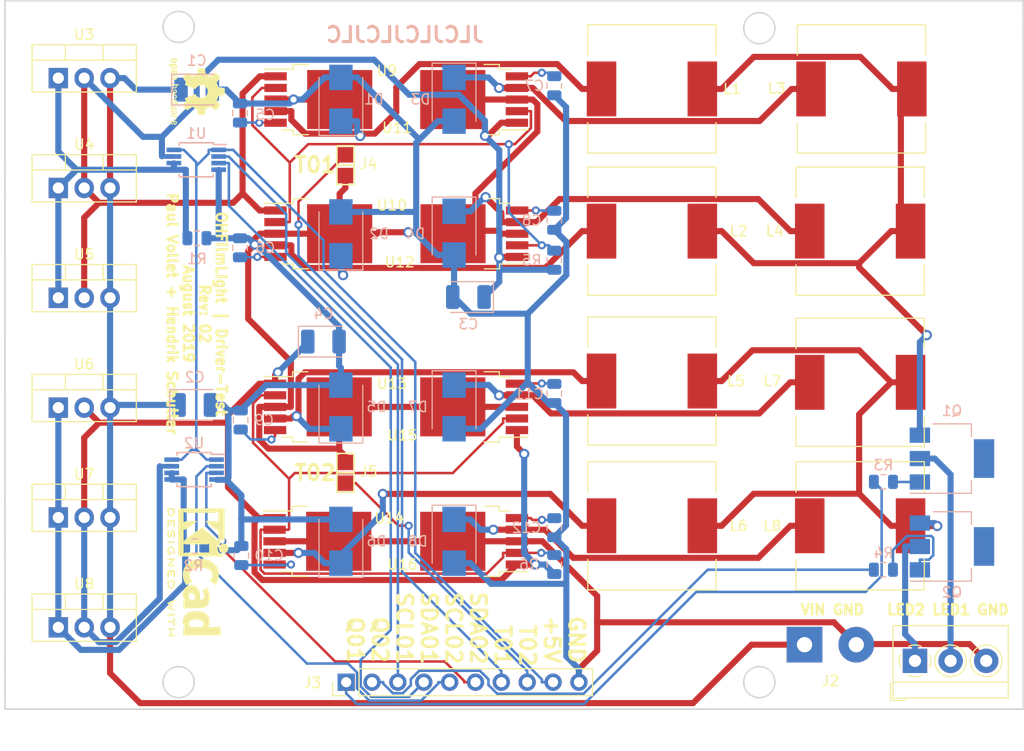
<source format=kicad_pcb>
(kicad_pcb (version 20171130) (host pcbnew 5.1.2-5.1.2)

  (general
    (thickness 1.6)
    (drawings 14)
    (tracks 592)
    (zones 0)
    (modules 59)
    (nets 40)
  )

  (page A4)
  (title_block
    (title TestDriver)
    (date 2019-08-02)
    (rev "Rev 2")
  )

  (layers
    (0 F.Cu signal)
    (31 B.Cu signal)
    (32 B.Adhes user)
    (33 F.Adhes user)
    (34 B.Paste user)
    (35 F.Paste user)
    (36 B.SilkS user)
    (37 F.SilkS user)
    (38 B.Mask user)
    (39 F.Mask user)
    (40 Dwgs.User user)
    (41 Cmts.User user)
    (42 Eco1.User user)
    (43 Eco2.User user)
    (44 Edge.Cuts user)
    (45 Margin user)
    (46 B.CrtYd user)
    (47 F.CrtYd user)
    (48 B.Fab user)
    (49 F.Fab user)
  )

  (setup
    (last_trace_width 0.25)
    (trace_clearance 0.1)
    (zone_clearance 0.508)
    (zone_45_only no)
    (trace_min 0.2)
    (via_size 0.8)
    (via_drill 0.4)
    (via_min_size 0.4)
    (via_min_drill 0.3)
    (uvia_size 0.3)
    (uvia_drill 0.1)
    (uvias_allowed no)
    (uvia_min_size 0.2)
    (uvia_min_drill 0.1)
    (edge_width 0.15)
    (segment_width 0.2)
    (pcb_text_width 0.3)
    (pcb_text_size 1.5 1.5)
    (mod_edge_width 0.15)
    (mod_text_size 1 1)
    (mod_text_width 0.15)
    (pad_size 1.524 1.524)
    (pad_drill 0.762)
    (pad_to_mask_clearance 0.2)
    (aux_axis_origin 0 0)
    (visible_elements FFFFFF7F)
    (pcbplotparams
      (layerselection 0x010f0_ffffffff)
      (usegerberextensions false)
      (usegerberattributes true)
      (usegerberadvancedattributes false)
      (creategerberjobfile false)
      (excludeedgelayer true)
      (linewidth 0.100000)
      (plotframeref false)
      (viasonmask false)
      (mode 1)
      (useauxorigin true)
      (hpglpennumber 1)
      (hpglpenspeed 20)
      (hpglpendiameter 15.000000)
      (psnegative false)
      (psa4output false)
      (plotreference true)
      (plotvalue true)
      (plotinvisibletext false)
      (padsonsilk false)
      (subtractmaskfromsilk false)
      (outputformat 1)
      (mirror false)
      (drillshape 0)
      (scaleselection 1)
      (outputdirectory "Gerber/"))
  )

  (net 0 "")
  (net 1 GND)
  (net 2 LED01)
  (net 3 LED02)
  (net 4 RawVoltage)
  (net 5 VPSU01)
  (net 6 VPSU02)
  (net 7 "Net-(C5-Pad1)")
  (net 8 "Net-(C6-Pad1)")
  (net 9 "Net-(C7-Pad1)")
  (net 10 "Net-(C8-Pad1)")
  (net 11 "Net-(C9-Pad1)")
  (net 12 "Net-(C10-Pad1)")
  (net 13 "Net-(C11-Pad1)")
  (net 14 "Net-(C12-Pad1)")
  (net 15 "Net-(D1-Pad1)")
  (net 16 "Net-(D2-Pad1)")
  (net 17 "Net-(D3-Pad1)")
  (net 18 "Net-(D4-Pad1)")
  (net 19 "Net-(D5-Pad1)")
  (net 20 "Net-(D6-Pad1)")
  (net 21 "Net-(D7-Pad1)")
  (net 22 "Net-(D8-Pad1)")
  (net 23 Q01)
  (net 24 Q02)
  (net 25 SCL01)
  (net 26 SDA01)
  (net 27 SCL02)
  (net 28 SDA02)
  (net 29 temp01)
  (net 30 temp02)
  (net 31 +5V)
  (net 32 VDRIVER01)
  (net 33 VDRIVER02)
  (net 34 "Net-(Q1-Pad1)")
  (net 35 "Net-(Q2-Pad1)")
  (net 36 ADJ01)
  (net 37 ADJ02)
  (net 38 Iset01)
  (net 39 Iset02)

  (net_class Default "This is the default net class."
    (clearance 0.1)
    (trace_width 0.25)
    (via_dia 0.8)
    (via_drill 0.4)
    (uvia_dia 0.3)
    (uvia_drill 0.1)
    (add_net +5V)
    (add_net Iset01)
    (add_net Iset02)
    (add_net "Net-(C10-Pad1)")
    (add_net "Net-(C11-Pad1)")
    (add_net "Net-(C12-Pad1)")
    (add_net "Net-(C5-Pad1)")
    (add_net "Net-(C6-Pad1)")
    (add_net "Net-(C7-Pad1)")
    (add_net "Net-(C8-Pad1)")
    (add_net "Net-(C9-Pad1)")
    (add_net "Net-(Q1-Pad1)")
    (add_net "Net-(Q2-Pad1)")
    (add_net Q01)
    (add_net Q02)
    (add_net SCL01)
    (add_net SCL02)
    (add_net SDA01)
    (add_net SDA02)
    (add_net temp01)
    (add_net temp02)
  )

  (net_class Power ""
    (clearance 0.15)
    (trace_width 0.6)
    (via_dia 1)
    (via_drill 0.6)
    (uvia_dia 0.3)
    (uvia_drill 0.1)
    (add_net ADJ01)
    (add_net ADJ02)
    (add_net GND)
    (add_net LED01)
    (add_net LED02)
    (add_net "Net-(D1-Pad1)")
    (add_net "Net-(D2-Pad1)")
    (add_net "Net-(D3-Pad1)")
    (add_net "Net-(D4-Pad1)")
    (add_net "Net-(D5-Pad1)")
    (add_net "Net-(D6-Pad1)")
    (add_net "Net-(D7-Pad1)")
    (add_net "Net-(D8-Pad1)")
    (add_net RawVoltage)
    (add_net VDRIVER01)
    (add_net VDRIVER02)
    (add_net VPSU01)
    (add_net VPSU02)
  )

  (module Symbol:OSHW-Logo2_7.3x6mm_SilkScreen (layer F.Cu) (tedit 5BA8FE72) (tstamp 5BA93485)
    (at 51.435 107.442 270)
    (descr "Open Source Hardware Symbol")
    (tags "Logo Symbol OSHW")
    (attr virtual)
    (fp_text reference REF**dd (at 0 0 270) (layer F.SilkS) hide
      (effects (font (size 1 1) (thickness 0.15)))
    )
    (fp_text value OSHW-Logo2_7.3x6mm_SilkScreen (at 0.75 0 270) (layer F.Fab) hide
      (effects (font (size 1 1) (thickness 0.15)))
    )
    (fp_poly (pts (xy 0.10391 -2.757652) (xy 0.182454 -2.757222) (xy 0.239298 -2.756058) (xy 0.278105 -2.753793)
      (xy 0.302538 -2.75006) (xy 0.316262 -2.744494) (xy 0.32294 -2.736727) (xy 0.326236 -2.726395)
      (xy 0.326556 -2.725057) (xy 0.331562 -2.700921) (xy 0.340829 -2.653299) (xy 0.353392 -2.587259)
      (xy 0.368287 -2.507872) (xy 0.384551 -2.420204) (xy 0.385119 -2.417125) (xy 0.40141 -2.331211)
      (xy 0.416652 -2.255304) (xy 0.429861 -2.193955) (xy 0.440054 -2.151718) (xy 0.446248 -2.133145)
      (xy 0.446543 -2.132816) (xy 0.464788 -2.123747) (xy 0.502405 -2.108633) (xy 0.551271 -2.090738)
      (xy 0.551543 -2.090642) (xy 0.613093 -2.067507) (xy 0.685657 -2.038035) (xy 0.754057 -2.008403)
      (xy 0.757294 -2.006938) (xy 0.868702 -1.956374) (xy 1.115399 -2.12484) (xy 1.191077 -2.176197)
      (xy 1.259631 -2.222111) (xy 1.317088 -2.25997) (xy 1.359476 -2.287163) (xy 1.382825 -2.301079)
      (xy 1.385042 -2.302111) (xy 1.40201 -2.297516) (xy 1.433701 -2.275345) (xy 1.481352 -2.234553)
      (xy 1.546198 -2.174095) (xy 1.612397 -2.109773) (xy 1.676214 -2.046388) (xy 1.733329 -1.988549)
      (xy 1.780305 -1.939825) (xy 1.813703 -1.90379) (xy 1.830085 -1.884016) (xy 1.830694 -1.882998)
      (xy 1.832505 -1.869428) (xy 1.825683 -1.847267) (xy 1.80854 -1.813522) (xy 1.779393 -1.7652)
      (xy 1.736555 -1.699308) (xy 1.679448 -1.614483) (xy 1.628766 -1.539823) (xy 1.583461 -1.47286)
      (xy 1.54615 -1.417484) (xy 1.519452 -1.37758) (xy 1.505985 -1.357038) (xy 1.505137 -1.355644)
      (xy 1.506781 -1.335962) (xy 1.519245 -1.297707) (xy 1.540048 -1.248111) (xy 1.547462 -1.232272)
      (xy 1.579814 -1.16171) (xy 1.614328 -1.081647) (xy 1.642365 -1.012371) (xy 1.662568 -0.960955)
      (xy 1.678615 -0.921881) (xy 1.687888 -0.901459) (xy 1.689041 -0.899886) (xy 1.706096 -0.897279)
      (xy 1.746298 -0.890137) (xy 1.804302 -0.879477) (xy 1.874763 -0.866315) (xy 1.952335 -0.851667)
      (xy 2.031672 -0.836551) (xy 2.107431 -0.821982) (xy 2.174264 -0.808978) (xy 2.226828 -0.798555)
      (xy 2.259776 -0.79173) (xy 2.267857 -0.789801) (xy 2.276205 -0.785038) (xy 2.282506 -0.774282)
      (xy 2.287045 -0.753902) (xy 2.290104 -0.720266) (xy 2.291967 -0.669745) (xy 2.292918 -0.598708)
      (xy 2.29324 -0.503524) (xy 2.293257 -0.464508) (xy 2.293257 -0.147201) (xy 2.217057 -0.132161)
      (xy 2.174663 -0.124005) (xy 2.1114 -0.112101) (xy 2.034962 -0.097884) (xy 1.953043 -0.08279)
      (xy 1.9304 -0.078645) (xy 1.854806 -0.063947) (xy 1.788953 -0.049495) (xy 1.738366 -0.036625)
      (xy 1.708574 -0.026678) (xy 1.703612 -0.023713) (xy 1.691426 -0.002717) (xy 1.673953 0.037967)
      (xy 1.654577 0.090322) (xy 1.650734 0.1016) (xy 1.625339 0.171523) (xy 1.593817 0.250418)
      (xy 1.562969 0.321266) (xy 1.562817 0.321595) (xy 1.511447 0.432733) (xy 1.680399 0.681253)
      (xy 1.849352 0.929772) (xy 1.632429 1.147058) (xy 1.566819 1.211726) (xy 1.506979 1.268733)
      (xy 1.456267 1.315033) (xy 1.418046 1.347584) (xy 1.395675 1.363343) (xy 1.392466 1.364343)
      (xy 1.373626 1.356469) (xy 1.33518 1.334578) (xy 1.28133 1.301267) (xy 1.216276 1.259131)
      (xy 1.14594 1.211943) (xy 1.074555 1.16381) (xy 1.010908 1.121928) (xy 0.959041 1.088871)
      (xy 0.922995 1.067218) (xy 0.906867 1.059543) (xy 0.887189 1.066037) (xy 0.849875 1.08315)
      (xy 0.802621 1.107326) (xy 0.797612 1.110013) (xy 0.733977 1.141927) (xy 0.690341 1.157579)
      (xy 0.663202 1.157745) (xy 0.649057 1.143204) (xy 0.648975 1.143) (xy 0.641905 1.125779)
      (xy 0.625042 1.084899) (xy 0.599695 1.023525) (xy 0.567171 0.944819) (xy 0.528778 0.851947)
      (xy 0.485822 0.748072) (xy 0.444222 0.647502) (xy 0.398504 0.536516) (xy 0.356526 0.433703)
      (xy 0.319548 0.342215) (xy 0.288827 0.265201) (xy 0.265622 0.205815) (xy 0.25119 0.167209)
      (xy 0.246743 0.1528) (xy 0.257896 0.136272) (xy 0.287069 0.10993) (xy 0.325971 0.080887)
      (xy 0.436757 -0.010961) (xy 0.523351 -0.116241) (xy 0.584716 -0.232734) (xy 0.619815 -0.358224)
      (xy 0.627608 -0.490493) (xy 0.621943 -0.551543) (xy 0.591078 -0.678205) (xy 0.53792 -0.790059)
      (xy 0.465767 -0.885999) (xy 0.377917 -0.964924) (xy 0.277665 -1.02573) (xy 0.16831 -1.067313)
      (xy 0.053147 -1.088572) (xy -0.064525 -1.088401) (xy -0.18141 -1.065699) (xy -0.294211 -1.019362)
      (xy -0.399631 -0.948287) (xy -0.443632 -0.908089) (xy -0.528021 -0.804871) (xy -0.586778 -0.692075)
      (xy -0.620296 -0.57299) (xy -0.628965 -0.450905) (xy -0.613177 -0.329107) (xy -0.573322 -0.210884)
      (xy -0.509793 -0.099525) (xy -0.422979 0.001684) (xy -0.325971 0.080887) (xy -0.285563 0.111162)
      (xy -0.257018 0.137219) (xy -0.246743 0.152825) (xy -0.252123 0.169843) (xy -0.267425 0.2105)
      (xy -0.291388 0.271642) (xy -0.322756 0.350119) (xy -0.360268 0.44278) (xy -0.402667 0.546472)
      (xy -0.444337 0.647526) (xy -0.49031 0.758607) (xy -0.532893 0.861541) (xy -0.570779 0.953165)
      (xy -0.60266 1.030316) (xy -0.627229 1.089831) (xy -0.64318 1.128544) (xy -0.64909 1.143)
      (xy -0.663052 1.157685) (xy -0.69006 1.157642) (xy -0.733587 1.142099) (xy -0.79711 1.110284)
      (xy -0.797612 1.110013) (xy -0.84544 1.085323) (xy -0.884103 1.067338) (xy -0.905905 1.059614)
      (xy -0.906867 1.059543) (xy -0.923279 1.067378) (xy -0.959513 1.089165) (xy -1.011526 1.122328)
      (xy -1.075275 1.164291) (xy -1.14594 1.211943) (xy -1.217884 1.260191) (xy -1.282726 1.302151)
      (xy -1.336265 1.335227) (xy -1.374303 1.356821) (xy -1.392467 1.364343) (xy -1.409192 1.354457)
      (xy -1.44282 1.326826) (xy -1.48999 1.284495) (xy -1.547342 1.230505) (xy -1.611516 1.167899)
      (xy -1.632503 1.146983) (xy -1.849501 0.929623) (xy -1.684332 0.68722) (xy -1.634136 0.612781)
      (xy -1.590081 0.545972) (xy -1.554638 0.490665) (xy -1.530281 0.450729) (xy -1.519478 0.430036)
      (xy -1.519162 0.428563) (xy -1.524857 0.409058) (xy -1.540174 0.369822) (xy -1.562463 0.31743)
      (xy -1.578107 0.282355) (xy -1.607359 0.215201) (xy -1.634906 0.147358) (xy -1.656263 0.090034)
      (xy -1.662065 0.072572) (xy -1.678548 0.025938) (xy -1.69466 -0.010095) (xy -1.70351 -0.023713)
      (xy -1.72304 -0.032048) (xy -1.765666 -0.043863) (xy -1.825855 -0.057819) (xy -1.898078 -0.072578)
      (xy -1.9304 -0.078645) (xy -2.012478 -0.093727) (xy -2.091205 -0.108331) (xy -2.158891 -0.12102)
      (xy -2.20784 -0.130358) (xy -2.217057 -0.132161) (xy -2.293257 -0.147201) (xy -2.293257 -0.464508)
      (xy -2.293086 -0.568846) (xy -2.292384 -0.647787) (xy -2.290866 -0.704962) (xy -2.288251 -0.744001)
      (xy -2.284254 -0.768535) (xy -2.278591 -0.782195) (xy -2.27098 -0.788611) (xy -2.267857 -0.789801)
      (xy -2.249022 -0.79402) (xy -2.207412 -0.802438) (xy -2.14837 -0.814039) (xy -2.077243 -0.827805)
      (xy -1.999375 -0.84272) (xy -1.920113 -0.857768) (xy -1.844802 -0.871931) (xy -1.778787 -0.884194)
      (xy -1.727413 -0.893539) (xy -1.696025 -0.89895) (xy -1.689041 -0.899886) (xy -1.682715 -0.912404)
      (xy -1.66871 -0.945754) (xy -1.649645 -0.993623) (xy -1.642366 -1.012371) (xy -1.613004 -1.084805)
      (xy -1.578429 -1.16483) (xy -1.547463 -1.232272) (xy -1.524677 -1.283841) (xy -1.509518 -1.326215)
      (xy -1.504458 -1.352166) (xy -1.505264 -1.355644) (xy -1.515959 -1.372064) (xy -1.54038 -1.408583)
      (xy -1.575905 -1.461313) (xy -1.619913 -1.526365) (xy -1.669783 -1.599849) (xy -1.679644 -1.614355)
      (xy -1.737508 -1.700296) (xy -1.780044 -1.765739) (xy -1.808946 -1.813696) (xy -1.82591 -1.84718)
      (xy -1.832633 -1.869205) (xy -1.83081 -1.882783) (xy -1.830764 -1.882869) (xy -1.816414 -1.900703)
      (xy -1.784677 -1.935183) (xy -1.73899 -1.982732) (xy -1.682796 -2.039778) (xy -1.619532 -2.102745)
      (xy -1.612398 -2.109773) (xy -1.53267 -2.18698) (xy -1.471143 -2.24367) (xy -1.426579 -2.28089)
      (xy -1.397743 -2.299685) (xy -1.385042 -2.302111) (xy -1.366506 -2.291529) (xy -1.328039 -2.267084)
      (xy -1.273614 -2.231388) (xy -1.207202 -2.187053) (xy -1.132775 -2.136689) (xy -1.115399 -2.12484)
      (xy -0.868703 -1.956374) (xy -0.757294 -2.006938) (xy -0.689543 -2.036405) (xy -0.616817 -2.066041)
      (xy -0.554297 -2.08967) (xy -0.551543 -2.090642) (xy -0.50264 -2.108543) (xy -0.464943 -2.12368)
      (xy -0.446575 -2.13279) (xy -0.446544 -2.132816) (xy -0.440715 -2.149283) (xy -0.430808 -2.189781)
      (xy -0.417805 -2.249758) (xy -0.402691 -2.32466) (xy -0.386448 -2.409936) (xy -0.385119 -2.417125)
      (xy -0.368825 -2.504986) (xy -0.353867 -2.58474) (xy -0.341209 -2.651319) (xy -0.331814 -2.699653)
      (xy -0.326646 -2.724675) (xy -0.326556 -2.725057) (xy -0.323411 -2.735701) (xy -0.317296 -2.743738)
      (xy -0.304547 -2.749533) (xy -0.2815 -2.753453) (xy -0.244491 -2.755865) (xy -0.189856 -2.757135)
      (xy -0.113933 -2.757629) (xy -0.013056 -2.757714) (xy 0 -2.757714) (xy 0.10391 -2.757652)) (layer F.SilkS) (width 0.01))
    (fp_poly (pts (xy 3.153595 1.966966) (xy 3.211021 2.004497) (xy 3.238719 2.038096) (xy 3.260662 2.099064)
      (xy 3.262405 2.147308) (xy 3.258457 2.211816) (xy 3.109686 2.276934) (xy 3.037349 2.310202)
      (xy 2.990084 2.336964) (xy 2.965507 2.360144) (xy 2.961237 2.382667) (xy 2.974889 2.407455)
      (xy 2.989943 2.423886) (xy 3.033746 2.450235) (xy 3.081389 2.452081) (xy 3.125145 2.431546)
      (xy 3.157289 2.390752) (xy 3.163038 2.376347) (xy 3.190576 2.331356) (xy 3.222258 2.312182)
      (xy 3.265714 2.295779) (xy 3.265714 2.357966) (xy 3.261872 2.400283) (xy 3.246823 2.435969)
      (xy 3.21528 2.476943) (xy 3.210592 2.482267) (xy 3.175506 2.51872) (xy 3.145347 2.538283)
      (xy 3.107615 2.547283) (xy 3.076335 2.55023) (xy 3.020385 2.550965) (xy 2.980555 2.54166)
      (xy 2.955708 2.527846) (xy 2.916656 2.497467) (xy 2.889625 2.464613) (xy 2.872517 2.423294)
      (xy 2.863238 2.367521) (xy 2.859693 2.291305) (xy 2.85941 2.252622) (xy 2.860372 2.206247)
      (xy 2.948007 2.206247) (xy 2.949023 2.231126) (xy 2.951556 2.2352) (xy 2.968274 2.229665)
      (xy 3.004249 2.215017) (xy 3.052331 2.19419) (xy 3.062386 2.189714) (xy 3.123152 2.158814)
      (xy 3.156632 2.131657) (xy 3.16399 2.10622) (xy 3.146391 2.080481) (xy 3.131856 2.069109)
      (xy 3.07941 2.046364) (xy 3.030322 2.050122) (xy 2.989227 2.077884) (xy 2.960758 2.127152)
      (xy 2.951631 2.166257) (xy 2.948007 2.206247) (xy 2.860372 2.206247) (xy 2.861285 2.162249)
      (xy 2.868196 2.095384) (xy 2.881884 2.046695) (xy 2.904096 2.010849) (xy 2.936574 1.982513)
      (xy 2.950733 1.973355) (xy 3.015053 1.949507) (xy 3.085473 1.948006) (xy 3.153595 1.966966)) (layer F.SilkS) (width 0.01))
    (fp_poly (pts (xy 2.6526 1.958752) (xy 2.669948 1.966334) (xy 2.711356 1.999128) (xy 2.746765 2.046547)
      (xy 2.768664 2.097151) (xy 2.772229 2.122098) (xy 2.760279 2.156927) (xy 2.734067 2.175357)
      (xy 2.705964 2.186516) (xy 2.693095 2.188572) (xy 2.686829 2.173649) (xy 2.674456 2.141175)
      (xy 2.669028 2.126502) (xy 2.63859 2.075744) (xy 2.59452 2.050427) (xy 2.53801 2.051206)
      (xy 2.533825 2.052203) (xy 2.503655 2.066507) (xy 2.481476 2.094393) (xy 2.466327 2.139287)
      (xy 2.45725 2.204615) (xy 2.453286 2.293804) (xy 2.452914 2.341261) (xy 2.45273 2.416071)
      (xy 2.451522 2.467069) (xy 2.448309 2.499471) (xy 2.442109 2.518495) (xy 2.43194 2.529356)
      (xy 2.416819 2.537272) (xy 2.415946 2.53767) (xy 2.386828 2.549981) (xy 2.372403 2.554514)
      (xy 2.370186 2.540809) (xy 2.368289 2.502925) (xy 2.366847 2.445715) (xy 2.365998 2.374027)
      (xy 2.365829 2.321565) (xy 2.366692 2.220047) (xy 2.37007 2.143032) (xy 2.377142 2.086023)
      (xy 2.389088 2.044526) (xy 2.40709 2.014043) (xy 2.432327 1.99008) (xy 2.457247 1.973355)
      (xy 2.517171 1.951097) (xy 2.586911 1.946076) (xy 2.6526 1.958752)) (layer F.SilkS) (width 0.01))
    (fp_poly (pts (xy 2.144876 1.956335) (xy 2.186667 1.975344) (xy 2.219469 1.998378) (xy 2.243503 2.024133)
      (xy 2.260097 2.057358) (xy 2.270577 2.1028) (xy 2.276271 2.165207) (xy 2.278507 2.249327)
      (xy 2.278743 2.304721) (xy 2.278743 2.520826) (xy 2.241774 2.53767) (xy 2.212656 2.549981)
      (xy 2.198231 2.554514) (xy 2.195472 2.541025) (xy 2.193282 2.504653) (xy 2.191942 2.451542)
      (xy 2.191657 2.409372) (xy 2.190434 2.348447) (xy 2.187136 2.300115) (xy 2.182321 2.270518)
      (xy 2.178496 2.264229) (xy 2.152783 2.270652) (xy 2.112418 2.287125) (xy 2.065679 2.309458)
      (xy 2.020845 2.333457) (xy 1.986193 2.35493) (xy 1.970002 2.369685) (xy 1.969938 2.369845)
      (xy 1.97133 2.397152) (xy 1.983818 2.423219) (xy 2.005743 2.444392) (xy 2.037743 2.451474)
      (xy 2.065092 2.450649) (xy 2.103826 2.450042) (xy 2.124158 2.459116) (xy 2.136369 2.483092)
      (xy 2.137909 2.487613) (xy 2.143203 2.521806) (xy 2.129047 2.542568) (xy 2.092148 2.552462)
      (xy 2.052289 2.554292) (xy 1.980562 2.540727) (xy 1.943432 2.521355) (xy 1.897576 2.475845)
      (xy 1.873256 2.419983) (xy 1.871073 2.360957) (xy 1.891629 2.305953) (xy 1.922549 2.271486)
      (xy 1.95342 2.252189) (xy 2.001942 2.227759) (xy 2.058485 2.202985) (xy 2.06791 2.199199)
      (xy 2.130019 2.171791) (xy 2.165822 2.147634) (xy 2.177337 2.123619) (xy 2.16658 2.096635)
      (xy 2.148114 2.075543) (xy 2.104469 2.049572) (xy 2.056446 2.047624) (xy 2.012406 2.067637)
      (xy 1.980709 2.107551) (xy 1.976549 2.117848) (xy 1.952327 2.155724) (xy 1.916965 2.183842)
      (xy 1.872343 2.206917) (xy 1.872343 2.141485) (xy 1.874969 2.101506) (xy 1.88623 2.069997)
      (xy 1.911199 2.036378) (xy 1.935169 2.010484) (xy 1.972441 1.973817) (xy 2.001401 1.954121)
      (xy 2.032505 1.94622) (xy 2.067713 1.944914) (xy 2.144876 1.956335)) (layer F.SilkS) (width 0.01))
    (fp_poly (pts (xy 1.779833 1.958663) (xy 1.782048 1.99685) (xy 1.783784 2.054886) (xy 1.784899 2.12818)
      (xy 1.785257 2.205055) (xy 1.785257 2.465196) (xy 1.739326 2.511127) (xy 1.707675 2.539429)
      (xy 1.67989 2.550893) (xy 1.641915 2.550168) (xy 1.62684 2.548321) (xy 1.579726 2.542948)
      (xy 1.540756 2.539869) (xy 1.531257 2.539585) (xy 1.499233 2.541445) (xy 1.453432 2.546114)
      (xy 1.435674 2.548321) (xy 1.392057 2.551735) (xy 1.362745 2.54432) (xy 1.33368 2.521427)
      (xy 1.323188 2.511127) (xy 1.277257 2.465196) (xy 1.277257 1.978602) (xy 1.314226 1.961758)
      (xy 1.346059 1.949282) (xy 1.364683 1.944914) (xy 1.369458 1.958718) (xy 1.373921 1.997286)
      (xy 1.377775 2.056356) (xy 1.380722 2.131663) (xy 1.382143 2.195286) (xy 1.386114 2.445657)
      (xy 1.420759 2.450556) (xy 1.452268 2.447131) (xy 1.467708 2.436041) (xy 1.472023 2.415308)
      (xy 1.475708 2.371145) (xy 1.478469 2.309146) (xy 1.480012 2.234909) (xy 1.480235 2.196706)
      (xy 1.480457 1.976783) (xy 1.526166 1.960849) (xy 1.558518 1.950015) (xy 1.576115 1.944962)
      (xy 1.576623 1.944914) (xy 1.578388 1.958648) (xy 1.580329 1.99673) (xy 1.582282 2.054482)
      (xy 1.584084 2.127227) (xy 1.585343 2.195286) (xy 1.589314 2.445657) (xy 1.6764 2.445657)
      (xy 1.680396 2.21724) (xy 1.684392 1.988822) (xy 1.726847 1.966868) (xy 1.758192 1.951793)
      (xy 1.776744 1.944951) (xy 1.777279 1.944914) (xy 1.779833 1.958663)) (layer F.SilkS) (width 0.01))
    (fp_poly (pts (xy 1.190117 2.065358) (xy 1.189933 2.173837) (xy 1.189219 2.257287) (xy 1.187675 2.319704)
      (xy 1.185001 2.365085) (xy 1.180894 2.397429) (xy 1.175055 2.420733) (xy 1.167182 2.438995)
      (xy 1.161221 2.449418) (xy 1.111855 2.505945) (xy 1.049264 2.541377) (xy 0.980013 2.55409)
      (xy 0.910668 2.542463) (xy 0.869375 2.521568) (xy 0.826025 2.485422) (xy 0.796481 2.441276)
      (xy 0.778655 2.383462) (xy 0.770463 2.306313) (xy 0.769302 2.249714) (xy 0.769458 2.245647)
      (xy 0.870857 2.245647) (xy 0.871476 2.31055) (xy 0.874314 2.353514) (xy 0.88084 2.381622)
      (xy 0.892523 2.401953) (xy 0.906483 2.417288) (xy 0.953365 2.44689) (xy 1.003701 2.449419)
      (xy 1.051276 2.424705) (xy 1.054979 2.421356) (xy 1.070783 2.403935) (xy 1.080693 2.383209)
      (xy 1.086058 2.352362) (xy 1.088228 2.304577) (xy 1.088571 2.251748) (xy 1.087827 2.185381)
      (xy 1.084748 2.141106) (xy 1.078061 2.112009) (xy 1.066496 2.091173) (xy 1.057013 2.080107)
      (xy 1.01296 2.052198) (xy 0.962224 2.048843) (xy 0.913796 2.070159) (xy 0.90445 2.078073)
      (xy 0.88854 2.095647) (xy 0.87861 2.116587) (xy 0.873278 2.147782) (xy 0.871163 2.196122)
      (xy 0.870857 2.245647) (xy 0.769458 2.245647) (xy 0.77281 2.158568) (xy 0.784726 2.090086)
      (xy 0.807135 2.0386) (xy 0.842124 1.998443) (xy 0.869375 1.977861) (xy 0.918907 1.955625)
      (xy 0.976316 1.945304) (xy 1.029682 1.948067) (xy 1.059543 1.959212) (xy 1.071261 1.962383)
      (xy 1.079037 1.950557) (xy 1.084465 1.918866) (xy 1.088571 1.870593) (xy 1.093067 1.816829)
      (xy 1.099313 1.784482) (xy 1.110676 1.765985) (xy 1.130528 1.75377) (xy 1.143 1.748362)
      (xy 1.190171 1.728601) (xy 1.190117 2.065358)) (layer F.SilkS) (width 0.01))
    (fp_poly (pts (xy 0.529926 1.949755) (xy 0.595858 1.974084) (xy 0.649273 2.017117) (xy 0.670164 2.047409)
      (xy 0.692939 2.102994) (xy 0.692466 2.143186) (xy 0.668562 2.170217) (xy 0.659717 2.174813)
      (xy 0.62153 2.189144) (xy 0.602028 2.185472) (xy 0.595422 2.161407) (xy 0.595086 2.148114)
      (xy 0.582992 2.09921) (xy 0.551471 2.064999) (xy 0.507659 2.048476) (xy 0.458695 2.052634)
      (xy 0.418894 2.074227) (xy 0.40545 2.086544) (xy 0.395921 2.101487) (xy 0.389485 2.124075)
      (xy 0.385317 2.159328) (xy 0.382597 2.212266) (xy 0.380502 2.287907) (xy 0.37996 2.311857)
      (xy 0.377981 2.39379) (xy 0.375731 2.451455) (xy 0.372357 2.489608) (xy 0.367006 2.513004)
      (xy 0.358824 2.526398) (xy 0.346959 2.534545) (xy 0.339362 2.538144) (xy 0.307102 2.550452)
      (xy 0.288111 2.554514) (xy 0.281836 2.540948) (xy 0.278006 2.499934) (xy 0.2766 2.430999)
      (xy 0.277598 2.333669) (xy 0.277908 2.318657) (xy 0.280101 2.229859) (xy 0.282693 2.165019)
      (xy 0.286382 2.119067) (xy 0.291864 2.086935) (xy 0.299835 2.063553) (xy 0.310993 2.043852)
      (xy 0.31683 2.03541) (xy 0.350296 1.998057) (xy 0.387727 1.969003) (xy 0.392309 1.966467)
      (xy 0.459426 1.946443) (xy 0.529926 1.949755)) (layer F.SilkS) (width 0.01))
    (fp_poly (pts (xy 0.039744 1.950968) (xy 0.096616 1.972087) (xy 0.097267 1.972493) (xy 0.13244 1.99838)
      (xy 0.158407 2.028633) (xy 0.17667 2.068058) (xy 0.188732 2.121462) (xy 0.196096 2.193651)
      (xy 0.200264 2.289432) (xy 0.200629 2.303078) (xy 0.205876 2.508842) (xy 0.161716 2.531678)
      (xy 0.129763 2.54711) (xy 0.11047 2.554423) (xy 0.109578 2.554514) (xy 0.106239 2.541022)
      (xy 0.103587 2.504626) (xy 0.101956 2.451452) (xy 0.1016 2.408393) (xy 0.101592 2.338641)
      (xy 0.098403 2.294837) (xy 0.087288 2.273944) (xy 0.063501 2.272925) (xy 0.022296 2.288741)
      (xy -0.039914 2.317815) (xy -0.085659 2.341963) (xy -0.109187 2.362913) (xy -0.116104 2.385747)
      (xy -0.116114 2.386877) (xy -0.104701 2.426212) (xy -0.070908 2.447462) (xy -0.019191 2.450539)
      (xy 0.018061 2.450006) (xy 0.037703 2.460735) (xy 0.049952 2.486505) (xy 0.057002 2.519337)
      (xy 0.046842 2.537966) (xy 0.043017 2.540632) (xy 0.007001 2.55134) (xy -0.043434 2.552856)
      (xy -0.095374 2.545759) (xy -0.132178 2.532788) (xy -0.183062 2.489585) (xy -0.211986 2.429446)
      (xy -0.217714 2.382462) (xy -0.213343 2.340082) (xy -0.197525 2.305488) (xy -0.166203 2.274763)
      (xy -0.115322 2.24399) (xy -0.040824 2.209252) (xy -0.036286 2.207288) (xy 0.030821 2.176287)
      (xy 0.072232 2.150862) (xy 0.089981 2.128014) (xy 0.086107 2.104745) (xy 0.062643 2.078056)
      (xy 0.055627 2.071914) (xy 0.00863 2.0481) (xy -0.040067 2.049103) (xy -0.082478 2.072451)
      (xy -0.110616 2.115675) (xy -0.113231 2.12416) (xy -0.138692 2.165308) (xy -0.170999 2.185128)
      (xy -0.217714 2.20477) (xy -0.217714 2.15395) (xy -0.203504 2.080082) (xy -0.161325 2.012327)
      (xy -0.139376 1.989661) (xy -0.089483 1.960569) (xy -0.026033 1.9474) (xy 0.039744 1.950968)) (layer F.SilkS) (width 0.01))
    (fp_poly (pts (xy -0.624114 1.851289) (xy -0.619861 1.910613) (xy -0.614975 1.945572) (xy -0.608205 1.96082)
      (xy -0.598298 1.961015) (xy -0.595086 1.959195) (xy -0.552356 1.946015) (xy -0.496773 1.946785)
      (xy -0.440263 1.960333) (xy -0.404918 1.977861) (xy -0.368679 2.005861) (xy -0.342187 2.037549)
      (xy -0.324001 2.077813) (xy -0.312678 2.131543) (xy -0.306778 2.203626) (xy -0.304857 2.298951)
      (xy -0.304823 2.317237) (xy -0.3048 2.522646) (xy -0.350509 2.53858) (xy -0.382973 2.54942)
      (xy -0.400785 2.554468) (xy -0.401309 2.554514) (xy -0.403063 2.540828) (xy -0.404556 2.503076)
      (xy -0.405674 2.446224) (xy -0.406303 2.375234) (xy -0.4064 2.332073) (xy -0.406602 2.246973)
      (xy -0.407642 2.185981) (xy -0.410169 2.144177) (xy -0.414836 2.116642) (xy -0.422293 2.098456)
      (xy -0.433189 2.084698) (xy -0.439993 2.078073) (xy -0.486728 2.051375) (xy -0.537728 2.049375)
      (xy -0.583999 2.071955) (xy -0.592556 2.080107) (xy -0.605107 2.095436) (xy -0.613812 2.113618)
      (xy -0.619369 2.139909) (xy -0.622474 2.179562) (xy -0.623824 2.237832) (xy -0.624114 2.318173)
      (xy -0.624114 2.522646) (xy -0.669823 2.53858) (xy -0.702287 2.54942) (xy -0.720099 2.554468)
      (xy -0.720623 2.554514) (xy -0.721963 2.540623) (xy -0.723172 2.501439) (xy -0.724199 2.4407)
      (xy -0.724998 2.362141) (xy -0.725519 2.269498) (xy -0.725714 2.166509) (xy -0.725714 1.769342)
      (xy -0.678543 1.749444) (xy -0.631371 1.729547) (xy -0.624114 1.851289)) (layer F.SilkS) (width 0.01))
    (fp_poly (pts (xy -1.831697 1.931239) (xy -1.774473 1.969735) (xy -1.730251 2.025335) (xy -1.703833 2.096086)
      (xy -1.69849 2.148162) (xy -1.699097 2.169893) (xy -1.704178 2.186531) (xy -1.718145 2.201437)
      (xy -1.745411 2.217973) (xy -1.790388 2.239498) (xy -1.857489 2.269374) (xy -1.857829 2.269524)
      (xy -1.919593 2.297813) (xy -1.970241 2.322933) (xy -2.004596 2.342179) (xy -2.017482 2.352848)
      (xy -2.017486 2.352934) (xy -2.006128 2.376166) (xy -1.979569 2.401774) (xy -1.949077 2.420221)
      (xy -1.93363 2.423886) (xy -1.891485 2.411212) (xy -1.855192 2.379471) (xy -1.837483 2.344572)
      (xy -1.820448 2.318845) (xy -1.787078 2.289546) (xy -1.747851 2.264235) (xy -1.713244 2.250471)
      (xy -1.706007 2.249714) (xy -1.697861 2.26216) (xy -1.69737 2.293972) (xy -1.703357 2.336866)
      (xy -1.714643 2.382558) (xy -1.73005 2.422761) (xy -1.730829 2.424322) (xy -1.777196 2.489062)
      (xy -1.837289 2.533097) (xy -1.905535 2.554711) (xy -1.976362 2.552185) (xy -2.044196 2.523804)
      (xy -2.047212 2.521808) (xy -2.100573 2.473448) (xy -2.13566 2.410352) (xy -2.155078 2.327387)
      (xy -2.157684 2.304078) (xy -2.162299 2.194055) (xy -2.156767 2.142748) (xy -2.017486 2.142748)
      (xy -2.015676 2.174753) (xy -2.005778 2.184093) (xy -1.981102 2.177105) (xy -1.942205 2.160587)
      (xy -1.898725 2.139881) (xy -1.897644 2.139333) (xy -1.860791 2.119949) (xy -1.846 2.107013)
      (xy -1.849647 2.093451) (xy -1.865005 2.075632) (xy -1.904077 2.049845) (xy -1.946154 2.04795)
      (xy -1.983897 2.066717) (xy -2.009966 2.102915) (xy -2.017486 2.142748) (xy -2.156767 2.142748)
      (xy -2.152806 2.106027) (xy -2.12845 2.036212) (xy -2.094544 1.987302) (xy -2.033347 1.937878)
      (xy -1.965937 1.913359) (xy -1.89712 1.911797) (xy -1.831697 1.931239)) (layer F.SilkS) (width 0.01))
    (fp_poly (pts (xy -2.958885 1.921962) (xy -2.890855 1.957733) (xy -2.840649 2.015301) (xy -2.822815 2.052312)
      (xy -2.808937 2.107882) (xy -2.801833 2.178096) (xy -2.80116 2.254727) (xy -2.806573 2.329552)
      (xy -2.81773 2.394342) (xy -2.834286 2.440873) (xy -2.839374 2.448887) (xy -2.899645 2.508707)
      (xy -2.971231 2.544535) (xy -3.048908 2.55502) (xy -3.127452 2.53881) (xy -3.149311 2.529092)
      (xy -3.191878 2.499143) (xy -3.229237 2.459433) (xy -3.232768 2.454397) (xy -3.247119 2.430124)
      (xy -3.256606 2.404178) (xy -3.26221 2.370022) (xy -3.264914 2.321119) (xy -3.265701 2.250935)
      (xy -3.265714 2.2352) (xy -3.265678 2.230192) (xy -3.120571 2.230192) (xy -3.119727 2.29643)
      (xy -3.116404 2.340386) (xy -3.109417 2.368779) (xy -3.097584 2.388325) (xy -3.091543 2.394857)
      (xy -3.056814 2.41968) (xy -3.023097 2.418548) (xy -2.989005 2.397016) (xy -2.968671 2.374029)
      (xy -2.956629 2.340478) (xy -2.949866 2.287569) (xy -2.949402 2.281399) (xy -2.948248 2.185513)
      (xy -2.960312 2.114299) (xy -2.98543 2.068194) (xy -3.02344 2.047635) (xy -3.037008 2.046514)
      (xy -3.072636 2.052152) (xy -3.097006 2.071686) (xy -3.111907 2.109042) (xy -3.119125 2.16815)
      (xy -3.120571 2.230192) (xy -3.265678 2.230192) (xy -3.265174 2.160413) (xy -3.262904 2.108159)
      (xy -3.257932 2.071949) (xy -3.249287 2.045299) (xy -3.235995 2.021722) (xy -3.233057 2.017338)
      (xy -3.183687 1.958249) (xy -3.129891 1.923947) (xy -3.064398 1.910331) (xy -3.042158 1.909665)
      (xy -2.958885 1.921962)) (layer F.SilkS) (width 0.01))
    (fp_poly (pts (xy -1.283907 1.92778) (xy -1.237328 1.954723) (xy -1.204943 1.981466) (xy -1.181258 2.009484)
      (xy -1.164941 2.043748) (xy -1.154661 2.089227) (xy -1.149086 2.150892) (xy -1.146884 2.233711)
      (xy -1.146629 2.293246) (xy -1.146629 2.512391) (xy -1.208314 2.540044) (xy -1.27 2.567697)
      (xy -1.277257 2.32767) (xy -1.280256 2.238028) (xy -1.283402 2.172962) (xy -1.287299 2.128026)
      (xy -1.292553 2.09877) (xy -1.299769 2.080748) (xy -1.30955 2.069511) (xy -1.312688 2.067079)
      (xy -1.360239 2.048083) (xy -1.408303 2.0556) (xy -1.436914 2.075543) (xy -1.448553 2.089675)
      (xy -1.456609 2.10822) (xy -1.461729 2.136334) (xy -1.464559 2.179173) (xy -1.465744 2.241895)
      (xy -1.465943 2.307261) (xy -1.465982 2.389268) (xy -1.467386 2.447316) (xy -1.472086 2.486465)
      (xy -1.482013 2.51178) (xy -1.499097 2.528323) (xy -1.525268 2.541156) (xy -1.560225 2.554491)
      (xy -1.598404 2.569007) (xy -1.593859 2.311389) (xy -1.592029 2.218519) (xy -1.589888 2.149889)
      (xy -1.586819 2.100711) (xy -1.582206 2.066198) (xy -1.575432 2.041562) (xy -1.565881 2.022016)
      (xy -1.554366 2.00477) (xy -1.49881 1.94968) (xy -1.43102 1.917822) (xy -1.357287 1.910191)
      (xy -1.283907 1.92778)) (layer F.SilkS) (width 0.01))
    (fp_poly (pts (xy -2.400256 1.919918) (xy -2.344799 1.947568) (xy -2.295852 1.99848) (xy -2.282371 2.017338)
      (xy -2.267686 2.042015) (xy -2.258158 2.068816) (xy -2.252707 2.104587) (xy -2.250253 2.156169)
      (xy -2.249714 2.224267) (xy -2.252148 2.317588) (xy -2.260606 2.387657) (xy -2.276826 2.439931)
      (xy -2.302546 2.479869) (xy -2.339503 2.512929) (xy -2.342218 2.514886) (xy -2.37864 2.534908)
      (xy -2.422498 2.544815) (xy -2.478276 2.547257) (xy -2.568952 2.547257) (xy -2.56899 2.635283)
      (xy -2.569834 2.684308) (xy -2.574976 2.713065) (xy -2.588413 2.730311) (xy -2.614142 2.744808)
      (xy -2.620321 2.747769) (xy -2.649236 2.761648) (xy -2.671624 2.770414) (xy -2.688271 2.771171)
      (xy -2.699964 2.761023) (xy -2.70749 2.737073) (xy -2.711634 2.696426) (xy -2.713185 2.636186)
      (xy -2.712929 2.553455) (xy -2.711651 2.445339) (xy -2.711252 2.413) (xy -2.709815 2.301524)
      (xy -2.708528 2.228603) (xy -2.569029 2.228603) (xy -2.568245 2.290499) (xy -2.56476 2.330997)
      (xy -2.556876 2.357708) (xy -2.542895 2.378244) (xy -2.533403 2.38826) (xy -2.494596 2.417567)
      (xy -2.460237 2.419952) (xy -2.424784 2.39575) (xy -2.423886 2.394857) (xy -2.409461 2.376153)
      (xy -2.400687 2.350732) (xy -2.396261 2.311584) (xy -2.394882 2.251697) (xy -2.394857 2.23843)
      (xy -2.398188 2.155901) (xy -2.409031 2.098691) (xy -2.42866 2.063766) (xy -2.45835 2.048094)
      (xy -2.475509 2.046514) (xy -2.516234 2.053926) (xy -2.544168 2.07833) (xy -2.560983 2.12298)
      (xy -2.56835 2.19113) (xy -2.569029 2.228603) (xy -2.708528 2.228603) (xy -2.708292 2.215245)
      (xy -2.706323 2.150333) (xy -2.70355 2.102958) (xy -2.699612 2.06929) (xy -2.694151 2.045498)
      (xy -2.686808 2.027753) (xy -2.677223 2.012224) (xy -2.673113 2.006381) (xy -2.618595 1.951185)
      (xy -2.549664 1.91989) (xy -2.469928 1.911165) (xy -2.400256 1.919918)) (layer F.SilkS) (width 0.01))
  )

  (module Symbol:KiCad-Logo2_6mm_SilkScreen (layer F.Cu) (tedit 0) (tstamp 5BCE436A)
    (at 51.562 154.686 270)
    (descr "KiCad Logo")
    (tags "Logo KiCad")
    (attr virtual)
    (fp_text reference REF** (at 0 0 270) (layer F.SilkS) hide
      (effects (font (size 1 1) (thickness 0.15)))
    )
    (fp_text value KiCad-Logo2_6mm_SilkScreen (at 0.75 0 270) (layer F.Fab) hide
      (effects (font (size 1 1) (thickness 0.15)))
    )
    (fp_poly (pts (xy -2.273043 -2.973429) (xy -2.176768 -2.949191) (xy -2.090184 -2.906359) (xy -2.015373 -2.846581)
      (xy -1.954418 -2.771506) (xy -1.909399 -2.68278) (xy -1.883136 -2.58647) (xy -1.877286 -2.489205)
      (xy -1.89214 -2.395346) (xy -1.92584 -2.307489) (xy -1.976528 -2.22823) (xy -2.042345 -2.160164)
      (xy -2.121434 -2.105888) (xy -2.211934 -2.067998) (xy -2.2632 -2.055574) (xy -2.307698 -2.048053)
      (xy -2.341999 -2.045081) (xy -2.37496 -2.046906) (xy -2.415434 -2.053775) (xy -2.448531 -2.06075)
      (xy -2.541947 -2.092259) (xy -2.625619 -2.143383) (xy -2.697665 -2.212571) (xy -2.7562 -2.298272)
      (xy -2.770148 -2.325511) (xy -2.786586 -2.361878) (xy -2.796894 -2.392418) (xy -2.80246 -2.42455)
      (xy -2.804669 -2.465693) (xy -2.804948 -2.511778) (xy -2.800861 -2.596135) (xy -2.787446 -2.665414)
      (xy -2.762256 -2.726039) (xy -2.722846 -2.784433) (xy -2.684298 -2.828698) (xy -2.612406 -2.894516)
      (xy -2.537313 -2.939947) (xy -2.454562 -2.96715) (xy -2.376928 -2.977424) (xy -2.273043 -2.973429)) (layer F.SilkS) (width 0.01))
    (fp_poly (pts (xy 6.186507 -0.527755) (xy 6.186526 -0.293338) (xy 6.186552 -0.080397) (xy 6.186625 0.112168)
      (xy 6.186782 0.285459) (xy 6.187064 0.440576) (xy 6.187509 0.57862) (xy 6.188156 0.700692)
      (xy 6.189045 0.807894) (xy 6.190213 0.901326) (xy 6.191701 0.98209) (xy 6.193546 1.051286)
      (xy 6.195789 1.110015) (xy 6.198469 1.159379) (xy 6.201623 1.200478) (xy 6.205292 1.234413)
      (xy 6.209513 1.262286) (xy 6.214327 1.285198) (xy 6.219773 1.304249) (xy 6.225888 1.32054)
      (xy 6.232712 1.335173) (xy 6.240285 1.349249) (xy 6.248645 1.363868) (xy 6.253839 1.372974)
      (xy 6.288104 1.433689) (xy 5.429955 1.433689) (xy 5.429955 1.337733) (xy 5.429224 1.29437)
      (xy 5.427272 1.261205) (xy 5.424463 1.243424) (xy 5.423221 1.241778) (xy 5.411799 1.248662)
      (xy 5.389084 1.266505) (xy 5.366385 1.285879) (xy 5.3118 1.326614) (xy 5.242321 1.367617)
      (xy 5.16527 1.405123) (xy 5.087965 1.435364) (xy 5.057113 1.445012) (xy 4.988616 1.459578)
      (xy 4.905764 1.469539) (xy 4.816371 1.474583) (xy 4.728248 1.474396) (xy 4.649207 1.468666)
      (xy 4.611511 1.462858) (xy 4.473414 1.424797) (xy 4.346113 1.367073) (xy 4.230292 1.290211)
      (xy 4.126637 1.194739) (xy 4.035833 1.081179) (xy 3.969031 0.970381) (xy 3.914164 0.853625)
      (xy 3.872163 0.734276) (xy 3.842167 0.608283) (xy 3.823311 0.471594) (xy 3.814732 0.320158)
      (xy 3.814006 0.242711) (xy 3.8161 0.185934) (xy 4.645217 0.185934) (xy 4.645424 0.279002)
      (xy 4.648337 0.366692) (xy 4.654 0.443772) (xy 4.662455 0.505009) (xy 4.665038 0.51735)
      (xy 4.69684 0.624633) (xy 4.738498 0.711658) (xy 4.790363 0.778642) (xy 4.852781 0.825805)
      (xy 4.9261 0.853365) (xy 5.010669 0.861541) (xy 5.106835 0.850551) (xy 5.170311 0.834829)
      (xy 5.219454 0.816639) (xy 5.273583 0.790791) (xy 5.314244 0.767089) (xy 5.3848 0.720721)
      (xy 5.3848 -0.42947) (xy 5.317392 -0.473038) (xy 5.238867 -0.51396) (xy 5.154681 -0.540611)
      (xy 5.069557 -0.552535) (xy 4.988216 -0.549278) (xy 4.91538 -0.530385) (xy 4.883426 -0.514816)
      (xy 4.825501 -0.471819) (xy 4.776544 -0.415047) (xy 4.73539 -0.342425) (xy 4.700874 -0.251879)
      (xy 4.671833 -0.141334) (xy 4.670552 -0.135467) (xy 4.660381 -0.073212) (xy 4.652739 0.004594)
      (xy 4.64767 0.09272) (xy 4.645217 0.185934) (xy 3.8161 0.185934) (xy 3.821857 0.029895)
      (xy 3.843802 -0.165941) (xy 3.879786 -0.344668) (xy 3.929759 -0.506155) (xy 3.993668 -0.650274)
      (xy 4.071462 -0.776894) (xy 4.163089 -0.885885) (xy 4.268497 -0.977117) (xy 4.313662 -1.008068)
      (xy 4.414611 -1.064215) (xy 4.517901 -1.103826) (xy 4.627989 -1.127986) (xy 4.74933 -1.137781)
      (xy 4.841836 -1.136735) (xy 4.97149 -1.125769) (xy 5.084084 -1.103954) (xy 5.182875 -1.070286)
      (xy 5.271121 -1.023764) (xy 5.319986 -0.989552) (xy 5.349353 -0.967638) (xy 5.371043 -0.952667)
      (xy 5.379253 -0.948267) (xy 5.380868 -0.959096) (xy 5.382159 -0.989749) (xy 5.383138 -1.037474)
      (xy 5.383817 -1.099521) (xy 5.38421 -1.173138) (xy 5.38433 -1.255573) (xy 5.384188 -1.344075)
      (xy 5.383797 -1.435893) (xy 5.383171 -1.528276) (xy 5.38232 -1.618472) (xy 5.38126 -1.703729)
      (xy 5.380001 -1.781297) (xy 5.378556 -1.848424) (xy 5.376938 -1.902359) (xy 5.375161 -1.94035)
      (xy 5.374669 -1.947333) (xy 5.367092 -2.017749) (xy 5.355531 -2.072898) (xy 5.337792 -2.120019)
      (xy 5.311682 -2.166353) (xy 5.305415 -2.175933) (xy 5.280983 -2.212622) (xy 6.186311 -2.212622)
      (xy 6.186507 -0.527755)) (layer F.SilkS) (width 0.01))
    (fp_poly (pts (xy 2.673574 -1.133448) (xy 2.825492 -1.113433) (xy 2.960756 -1.079798) (xy 3.080239 -1.032275)
      (xy 3.184815 -0.970595) (xy 3.262424 -0.907035) (xy 3.331265 -0.832901) (xy 3.385006 -0.753129)
      (xy 3.42791 -0.660909) (xy 3.443384 -0.617839) (xy 3.456244 -0.578858) (xy 3.467446 -0.542711)
      (xy 3.47712 -0.507566) (xy 3.485396 -0.47159) (xy 3.492403 -0.43295) (xy 3.498272 -0.389815)
      (xy 3.503131 -0.340351) (xy 3.50711 -0.282727) (xy 3.51034 -0.215109) (xy 3.512949 -0.135666)
      (xy 3.515067 -0.042564) (xy 3.516824 0.066027) (xy 3.518349 0.191942) (xy 3.519772 0.337012)
      (xy 3.521025 0.479778) (xy 3.522351 0.635968) (xy 3.523556 0.771239) (xy 3.524766 0.887246)
      (xy 3.526106 0.985645) (xy 3.5277 1.068093) (xy 3.529675 1.136246) (xy 3.532156 1.19176)
      (xy 3.535269 1.236292) (xy 3.539138 1.271498) (xy 3.543889 1.299034) (xy 3.549648 1.320556)
      (xy 3.556539 1.337722) (xy 3.564689 1.352186) (xy 3.574223 1.365606) (xy 3.585266 1.379638)
      (xy 3.589566 1.385071) (xy 3.605386 1.40791) (xy 3.612422 1.423463) (xy 3.612444 1.423922)
      (xy 3.601567 1.426121) (xy 3.570582 1.428147) (xy 3.521957 1.429942) (xy 3.458163 1.431451)
      (xy 3.381669 1.432616) (xy 3.294944 1.43338) (xy 3.200457 1.433686) (xy 3.18955 1.433689)
      (xy 2.766657 1.433689) (xy 2.763395 1.337622) (xy 2.760133 1.241556) (xy 2.698044 1.292543)
      (xy 2.600714 1.360057) (xy 2.490813 1.414749) (xy 2.404349 1.444978) (xy 2.335278 1.459666)
      (xy 2.251925 1.469659) (xy 2.162159 1.474646) (xy 2.073845 1.474313) (xy 1.994851 1.468351)
      (xy 1.958622 1.462638) (xy 1.818603 1.424776) (xy 1.692178 1.369932) (xy 1.58026 1.298924)
      (xy 1.483762 1.212568) (xy 1.4036 1.111679) (xy 1.340687 0.997076) (xy 1.296312 0.870984)
      (xy 1.283978 0.814401) (xy 1.276368 0.752202) (xy 1.272739 0.677363) (xy 1.272245 0.643467)
      (xy 1.27231 0.640282) (xy 2.032248 0.640282) (xy 2.041541 0.715333) (xy 2.069728 0.77916)
      (xy 2.118197 0.834798) (xy 2.123254 0.839211) (xy 2.171548 0.874037) (xy 2.223257 0.89662)
      (xy 2.283989 0.90854) (xy 2.359352 0.911383) (xy 2.377459 0.910978) (xy 2.431278 0.908325)
      (xy 2.471308 0.902909) (xy 2.506324 0.892745) (xy 2.545103 0.87585) (xy 2.555745 0.870672)
      (xy 2.616396 0.834844) (xy 2.663215 0.792212) (xy 2.675952 0.776973) (xy 2.720622 0.720462)
      (xy 2.720622 0.524586) (xy 2.720086 0.445939) (xy 2.718396 0.387988) (xy 2.715428 0.348875)
      (xy 2.711057 0.326741) (xy 2.706972 0.320274) (xy 2.691047 0.317111) (xy 2.657264 0.314488)
      (xy 2.61034 0.312655) (xy 2.554993 0.311857) (xy 2.546106 0.311842) (xy 2.42533 0.317096)
      (xy 2.32266 0.333263) (xy 2.236106 0.360961) (xy 2.163681 0.400808) (xy 2.108751 0.447758)
      (xy 2.064204 0.505645) (xy 2.03948 0.568693) (xy 2.032248 0.640282) (xy 1.27231 0.640282)
      (xy 1.274178 0.549712) (xy 1.282522 0.470812) (xy 1.298768 0.39959) (xy 1.324405 0.328864)
      (xy 1.348401 0.276493) (xy 1.40702 0.181196) (xy 1.485117 0.09317) (xy 1.580315 0.014017)
      (xy 1.690238 -0.05466) (xy 1.81251 -0.111259) (xy 1.944755 -0.154179) (xy 2.009422 -0.169118)
      (xy 2.145604 -0.191223) (xy 2.294049 -0.205806) (xy 2.445505 -0.212187) (xy 2.572064 -0.210555)
      (xy 2.73395 -0.203776) (xy 2.72653 -0.262755) (xy 2.707238 -0.361908) (xy 2.676104 -0.442628)
      (xy 2.632269 -0.505534) (xy 2.574871 -0.551244) (xy 2.503048 -0.580378) (xy 2.415941 -0.593553)
      (xy 2.312686 -0.591389) (xy 2.274711 -0.587388) (xy 2.13352 -0.56222) (xy 1.996707 -0.521186)
      (xy 1.902178 -0.483185) (xy 1.857018 -0.46381) (xy 1.818585 -0.44824) (xy 1.792234 -0.438595)
      (xy 1.784546 -0.436548) (xy 1.774802 -0.445626) (xy 1.758083 -0.474595) (xy 1.734232 -0.523783)
      (xy 1.703093 -0.593516) (xy 1.664507 -0.684121) (xy 1.65791 -0.699911) (xy 1.627853 -0.772228)
      (xy 1.600874 -0.837575) (xy 1.578136 -0.893094) (xy 1.560806 -0.935928) (xy 1.550048 -0.963219)
      (xy 1.546941 -0.972058) (xy 1.55694 -0.976813) (xy 1.583217 -0.98209) (xy 1.611489 -0.985769)
      (xy 1.641646 -0.990526) (xy 1.689433 -0.999972) (xy 1.750612 -1.01318) (xy 1.820946 -1.029224)
      (xy 1.896194 -1.04718) (xy 1.924755 -1.054203) (xy 2.029816 -1.079791) (xy 2.11748 -1.099853)
      (xy 2.192068 -1.115031) (xy 2.257903 -1.125965) (xy 2.319307 -1.133296) (xy 2.380602 -1.137665)
      (xy 2.44611 -1.139713) (xy 2.504128 -1.140111) (xy 2.673574 -1.133448)) (layer F.SilkS) (width 0.01))
    (fp_poly (pts (xy 0.328429 -2.050929) (xy 0.48857 -2.029755) (xy 0.65251 -1.989615) (xy 0.822313 -1.930111)
      (xy 1.000043 -1.850846) (xy 1.01131 -1.845301) (xy 1.069005 -1.817275) (xy 1.120552 -1.793198)
      (xy 1.162191 -1.774751) (xy 1.190162 -1.763614) (xy 1.199733 -1.761067) (xy 1.21895 -1.756059)
      (xy 1.223561 -1.751853) (xy 1.218458 -1.74142) (xy 1.202418 -1.715132) (xy 1.177288 -1.675743)
      (xy 1.144914 -1.626009) (xy 1.107143 -1.568685) (xy 1.065822 -1.506524) (xy 1.022798 -1.442282)
      (xy 0.979917 -1.378715) (xy 0.939026 -1.318575) (xy 0.901971 -1.26462) (xy 0.8706 -1.219603)
      (xy 0.846759 -1.186279) (xy 0.832294 -1.167403) (xy 0.830309 -1.165213) (xy 0.820191 -1.169862)
      (xy 0.79785 -1.187038) (xy 0.76728 -1.21356) (xy 0.751536 -1.228036) (xy 0.655047 -1.303318)
      (xy 0.548336 -1.358759) (xy 0.432832 -1.393859) (xy 0.309962 -1.40812) (xy 0.240561 -1.406949)
      (xy 0.119423 -1.389788) (xy 0.010205 -1.353906) (xy -0.087418 -1.299041) (xy -0.173772 -1.22493)
      (xy -0.249185 -1.131312) (xy -0.313982 -1.017924) (xy -0.351399 -0.931333) (xy -0.395252 -0.795634)
      (xy -0.427572 -0.64815) (xy -0.448443 -0.492686) (xy -0.457949 -0.333044) (xy -0.456173 -0.173027)
      (xy -0.443197 -0.016439) (xy -0.419106 0.132918) (xy -0.383982 0.27124) (xy -0.337908 0.394724)
      (xy -0.321627 0.428978) (xy -0.25338 0.543064) (xy -0.172921 0.639557) (xy -0.08143 0.71767)
      (xy 0.019911 0.776617) (xy 0.12992 0.815612) (xy 0.247415 0.833868) (xy 0.288883 0.835211)
      (xy 0.410441 0.82429) (xy 0.530878 0.791474) (xy 0.648666 0.737439) (xy 0.762277 0.662865)
      (xy 0.853685 0.584539) (xy 0.900215 0.540008) (xy 1.081483 0.837271) (xy 1.12658 0.911433)
      (xy 1.167819 0.979646) (xy 1.203735 1.039459) (xy 1.232866 1.08842) (xy 1.25375 1.124079)
      (xy 1.264924 1.143984) (xy 1.266375 1.147079) (xy 1.258146 1.156718) (xy 1.232567 1.173999)
      (xy 1.192873 1.197283) (xy 1.142297 1.224934) (xy 1.084074 1.255315) (xy 1.021437 1.28679)
      (xy 0.957621 1.317722) (xy 0.89586 1.346473) (xy 0.839388 1.371408) (xy 0.791438 1.390889)
      (xy 0.767986 1.399318) (xy 0.634221 1.437133) (xy 0.496327 1.462136) (xy 0.348622 1.47514)
      (xy 0.221833 1.477468) (xy 0.153878 1.476373) (xy 0.088277 1.474275) (xy 0.030847 1.471434)
      (xy -0.012597 1.468106) (xy -0.026702 1.466422) (xy -0.165716 1.437587) (xy -0.307243 1.392468)
      (xy -0.444725 1.33375) (xy -0.571606 1.26412) (xy -0.649111 1.211441) (xy -0.776519 1.103239)
      (xy -0.894822 0.976671) (xy -1.001828 0.834866) (xy -1.095348 0.680951) (xy -1.17319 0.518053)
      (xy -1.217044 0.400756) (xy -1.267292 0.217128) (xy -1.300791 0.022581) (xy -1.317551 -0.178675)
      (xy -1.317584 -0.382432) (xy -1.300899 -0.584479) (xy -1.267507 -0.780608) (xy -1.21742 -0.966609)
      (xy -1.213603 -0.978197) (xy -1.150719 -1.14025) (xy -1.073972 -1.288168) (xy -0.980758 -1.426135)
      (xy -0.868473 -1.558339) (xy -0.824608 -1.603601) (xy -0.688466 -1.727543) (xy -0.548509 -1.830085)
      (xy -0.402589 -1.912344) (xy -0.248558 -1.975436) (xy -0.084268 -2.020477) (xy 0.011289 -2.037967)
      (xy 0.170023 -2.053534) (xy 0.328429 -2.050929)) (layer F.SilkS) (width 0.01))
    (fp_poly (pts (xy -2.9464 -2.510946) (xy -2.935535 -2.397007) (xy -2.903918 -2.289384) (xy -2.853015 -2.190385)
      (xy -2.784293 -2.102316) (xy -2.699219 -2.027484) (xy -2.602232 -1.969616) (xy -2.495964 -1.929995)
      (xy -2.38895 -1.911427) (xy -2.2833 -1.912566) (xy -2.181125 -1.93207) (xy -2.084534 -1.968594)
      (xy -1.995638 -2.020795) (xy -1.916546 -2.087327) (xy -1.849369 -2.166848) (xy -1.796217 -2.258013)
      (xy -1.759199 -2.359477) (xy -1.740427 -2.469898) (xy -1.738489 -2.519794) (xy -1.738489 -2.607733)
      (xy -1.68656 -2.607733) (xy -1.650253 -2.604889) (xy -1.623355 -2.593089) (xy -1.596249 -2.569351)
      (xy -1.557867 -2.530969) (xy -1.557867 -0.339398) (xy -1.557876 -0.077261) (xy -1.557908 0.163241)
      (xy -1.557972 0.383048) (xy -1.558076 0.583101) (xy -1.558227 0.764344) (xy -1.558434 0.927716)
      (xy -1.558706 1.07416) (xy -1.55905 1.204617) (xy -1.559474 1.320029) (xy -1.559987 1.421338)
      (xy -1.560597 1.509484) (xy -1.561312 1.58541) (xy -1.56214 1.650057) (xy -1.563089 1.704367)
      (xy -1.564167 1.74928) (xy -1.565383 1.78574) (xy -1.566745 1.814687) (xy -1.568261 1.837063)
      (xy -1.569938 1.853809) (xy -1.571786 1.865868) (xy -1.573813 1.87418) (xy -1.576025 1.879687)
      (xy -1.577108 1.881537) (xy -1.581271 1.888549) (xy -1.584805 1.894996) (xy -1.588635 1.9009)
      (xy -1.593682 1.906286) (xy -1.600871 1.911178) (xy -1.611123 1.915598) (xy -1.625364 1.919572)
      (xy -1.644514 1.923121) (xy -1.669499 1.92627) (xy -1.70124 1.929042) (xy -1.740662 1.931461)
      (xy -1.788686 1.933551) (xy -1.846237 1.935335) (xy -1.914237 1.936837) (xy -1.99361 1.93808)
      (xy -2.085279 1.939089) (xy -2.190166 1.939885) (xy -2.309196 1.940494) (xy -2.44329 1.940939)
      (xy -2.593373 1.941243) (xy -2.760367 1.94143) (xy -2.945196 1.941524) (xy -3.148783 1.941548)
      (xy -3.37205 1.941525) (xy -3.615922 1.94148) (xy -3.881321 1.941437) (xy -3.919704 1.941432)
      (xy -4.186682 1.941389) (xy -4.432002 1.941318) (xy -4.656583 1.941213) (xy -4.861345 1.941066)
      (xy -5.047206 1.940869) (xy -5.215088 1.940616) (xy -5.365908 1.9403) (xy -5.500587 1.939913)
      (xy -5.620044 1.939447) (xy -5.725199 1.938897) (xy -5.816971 1.938253) (xy -5.896279 1.937511)
      (xy -5.964043 1.936661) (xy -6.021182 1.935697) (xy -6.068617 1.934611) (xy -6.107266 1.933397)
      (xy -6.138049 1.932047) (xy -6.161885 1.930555) (xy -6.179694 1.928911) (xy -6.192395 1.927111)
      (xy -6.200908 1.925145) (xy -6.205266 1.923477) (xy -6.213728 1.919906) (xy -6.221497 1.91727)
      (xy -6.228602 1.914634) (xy -6.235073 1.911062) (xy -6.240939 1.905621) (xy -6.246229 1.897375)
      (xy -6.250974 1.88539) (xy -6.255202 1.868731) (xy -6.258943 1.846463) (xy -6.262227 1.817652)
      (xy -6.265083 1.781363) (xy -6.26754 1.736661) (xy -6.269629 1.682611) (xy -6.271378 1.618279)
      (xy -6.272817 1.54273) (xy -6.273976 1.45503) (xy -6.274883 1.354243) (xy -6.275569 1.239434)
      (xy -6.276063 1.10967) (xy -6.276395 0.964015) (xy -6.276593 0.801535) (xy -6.276687 0.621295)
      (xy -6.276708 0.42236) (xy -6.276685 0.203796) (xy -6.276646 -0.035332) (xy -6.276622 -0.29596)
      (xy -6.276622 -0.338111) (xy -6.276636 -0.601008) (xy -6.276661 -0.842268) (xy -6.276671 -1.062835)
      (xy -6.276642 -1.263648) (xy -6.276548 -1.445651) (xy -6.276362 -1.609784) (xy -6.276059 -1.756989)
      (xy -6.275614 -1.888208) (xy -6.275034 -1.998133) (xy -5.972197 -1.998133) (xy -5.932407 -1.940289)
      (xy -5.921236 -1.924521) (xy -5.911166 -1.910559) (xy -5.902138 -1.897216) (xy -5.894097 -1.883307)
      (xy -5.886986 -1.867644) (xy -5.880747 -1.849042) (xy -5.875325 -1.826314) (xy -5.870662 -1.798273)
      (xy -5.866701 -1.763733) (xy -5.863385 -1.721508) (xy -5.860659 -1.670411) (xy -5.858464 -1.609256)
      (xy -5.856745 -1.536856) (xy -5.855444 -1.452025) (xy -5.854505 -1.353578) (xy -5.85387 -1.240326)
      (xy -5.853484 -1.111084) (xy -5.853288 -0.964666) (xy -5.853227 -0.799884) (xy -5.853243 -0.615553)
      (xy -5.85328 -0.410487) (xy -5.853289 -0.287867) (xy -5.853265 -0.070918) (xy -5.853231 0.124642)
      (xy -5.853243 0.299999) (xy -5.853358 0.456341) (xy -5.85363 0.594857) (xy -5.854118 0.716734)
      (xy -5.854876 0.82316) (xy -5.855962 0.915322) (xy -5.857431 0.994409) (xy -5.85934 1.061608)
      (xy -5.861744 1.118107) (xy -5.864701 1.165093) (xy -5.868266 1.203755) (xy -5.872495 1.23528)
      (xy -5.877446 1.260855) (xy -5.883173 1.28167) (xy -5.889733 1.298911) (xy -5.897183 1.313765)
      (xy -5.905579 1.327422) (xy -5.914976 1.341069) (xy -5.925432 1.355893) (xy -5.931523 1.364783)
      (xy -5.970296 1.4224) (xy -5.438732 1.4224) (xy -5.315483 1.422365) (xy -5.212987 1.422215)
      (xy -5.12942 1.421878) (xy -5.062956 1.421286) (xy -5.011771 1.420367) (xy -4.974041 1.419051)
      (xy -4.94794 1.417269) (xy -4.931644 1.414951) (xy -4.923328 1.412026) (xy -4.921168 1.408424)
      (xy -4.923339 1.404075) (xy -4.924535 1.402645) (xy -4.949685 1.365573) (xy -4.975583 1.312772)
      (xy -4.999192 1.25077) (xy -5.007461 1.224357) (xy -5.012078 1.206416) (xy -5.015979 1.185355)
      (xy -5.019248 1.159089) (xy -5.021966 1.125532) (xy -5.024215 1.082599) (xy -5.026077 1.028204)
      (xy -5.027636 0.960262) (xy -5.028972 0.876688) (xy -5.030169 0.775395) (xy -5.031308 0.6543)
      (xy -5.031685 0.6096) (xy -5.032702 0.484449) (xy -5.03346 0.380082) (xy -5.033903 0.294707)
      (xy -5.03397 0.226533) (xy -5.033605 0.173765) (xy -5.032748 0.134614) (xy -5.031341 0.107285)
      (xy -5.029325 0.089986) (xy -5.026643 0.080926) (xy -5.023236 0.078312) (xy -5.019044 0.080351)
      (xy -5.014571 0.084667) (xy -5.004216 0.097602) (xy -4.982158 0.126676) (xy -4.949957 0.169759)
      (xy -4.909174 0.224718) (xy -4.86137 0.289423) (xy -4.808105 0.361742) (xy -4.75094 0.439544)
      (xy -4.691437 0.520698) (xy -4.631155 0.603072) (xy -4.571655 0.684536) (xy -4.514498 0.762957)
      (xy -4.461245 0.836204) (xy -4.413457 0.902147) (xy -4.372693 0.958654) (xy -4.340516 1.003593)
      (xy -4.318485 1.034834) (xy -4.313917 1.041466) (xy -4.290996 1.078369) (xy -4.264188 1.126359)
      (xy -4.238789 1.175897) (xy -4.235568 1.182577) (xy -4.21389 1.230772) (xy -4.201304 1.268334)
      (xy -4.195574 1.30416) (xy -4.194456 1.3462) (xy -4.19509 1.4224) (xy -3.040651 1.4224)
      (xy -3.131815 1.328669) (xy -3.178612 1.278775) (xy -3.228899 1.222295) (xy -3.274944 1.168026)
      (xy -3.295369 1.142673) (xy -3.325807 1.103128) (xy -3.365862 1.049916) (xy -3.414361 0.984667)
      (xy -3.470135 0.909011) (xy -3.532011 0.824577) (xy -3.598819 0.732994) (xy -3.669387 0.635892)
      (xy -3.742545 0.534901) (xy -3.817121 0.43165) (xy -3.891944 0.327768) (xy -3.965843 0.224885)
      (xy -4.037646 0.124631) (xy -4.106184 0.028636) (xy -4.170284 -0.061473) (xy -4.228775 -0.144064)
      (xy -4.280486 -0.217508) (xy -4.324247 -0.280176) (xy -4.358885 -0.330439) (xy -4.38323 -0.366666)
      (xy -4.396111 -0.387229) (xy -4.397869 -0.391332) (xy -4.38991 -0.402658) (xy -4.369115 -0.429838)
      (xy -4.336847 -0.471171) (xy -4.29447 -0.524956) (xy -4.243347 -0.589494) (xy -4.184841 -0.663082)
      (xy -4.120314 -0.744022) (xy -4.051131 -0.830612) (xy -3.978653 -0.921152) (xy -3.904246 -1.01394)
      (xy -3.844517 -1.088298) (xy -2.833511 -1.088298) (xy -2.827602 -1.075341) (xy -2.813272 -1.053092)
      (xy -2.812225 -1.051609) (xy -2.793438 -1.021456) (xy -2.773791 -0.984625) (xy -2.769892 -0.976489)
      (xy -2.766356 -0.96806) (xy -2.76323 -0.957941) (xy -2.760486 -0.94474) (xy -2.758092 -0.927062)
      (xy -2.756019 -0.903516) (xy -2.754235 -0.872707) (xy -2.752712 -0.833243) (xy -2.751419 -0.783731)
      (xy -2.750326 -0.722777) (xy -2.749403 -0.648989) (xy -2.748619 -0.560972) (xy -2.747945 -0.457335)
      (xy -2.74735 -0.336684) (xy -2.746805 -0.197626) (xy -2.746279 -0.038768) (xy -2.745745 0.140089)
      (xy -2.745206 0.325207) (xy -2.744772 0.489145) (xy -2.744509 0.633303) (xy -2.744484 0.759079)
      (xy -2.744765 0.867871) (xy -2.745419 0.961077) (xy -2.746514 1.040097) (xy -2.748118 1.106328)
      (xy -2.750297 1.16117) (xy -2.753119 1.206021) (xy -2.756651 1.242278) (xy -2.760961 1.271341)
      (xy -2.766117 1.294609) (xy -2.772185 1.313479) (xy -2.779233 1.329351) (xy -2.787329 1.343622)
      (xy -2.79654 1.357691) (xy -2.80504 1.370158) (xy -2.822176 1.396452) (xy -2.832322 1.414037)
      (xy -2.833511 1.417257) (xy -2.822604 1.418334) (xy -2.791411 1.419335) (xy -2.742223 1.420235)
      (xy -2.677333 1.42101) (xy -2.59903 1.421637) (xy -2.509607 1.422091) (xy -2.411356 1.422349)
      (xy -2.342445 1.4224) (xy -2.237452 1.42218) (xy -2.14061 1.421548) (xy -2.054107 1.420549)
      (xy -1.980132 1.419227) (xy -1.920874 1.417626) (xy -1.87852 1.415791) (xy -1.85526 1.413765)
      (xy -1.851378 1.412493) (xy -1.859076 1.397591) (xy -1.867074 1.38956) (xy -1.880246 1.372434)
      (xy -1.897485 1.342183) (xy -1.909407 1.317622) (xy -1.936045 1.258711) (xy -1.93912 0.081845)
      (xy -1.942195 -1.095022) (xy -2.387853 -1.095022) (xy -2.48567 -1.094858) (xy -2.576064 -1.094389)
      (xy -2.65663 -1.093653) (xy -2.724962 -1.092684) (xy -2.778656 -1.09152) (xy -2.815305 -1.090197)
      (xy -2.832504 -1.088751) (xy -2.833511 -1.088298) (xy -3.844517 -1.088298) (xy -3.82927 -1.107278)
      (xy -3.75509 -1.199463) (xy -3.683069 -1.288796) (xy -3.614569 -1.373576) (xy -3.550955 -1.452102)
      (xy -3.493588 -1.522674) (xy -3.443833 -1.583591) (xy -3.403052 -1.633153) (xy -3.385888 -1.653822)
      (xy -3.299596 -1.754484) (xy -3.222997 -1.837741) (xy -3.154183 -1.905562) (xy -3.091248 -1.959911)
      (xy -3.081867 -1.967278) (xy -3.042356 -1.997883) (xy -4.174116 -1.998133) (xy -4.168827 -1.950156)
      (xy -4.17213 -1.892812) (xy -4.193661 -1.824537) (xy -4.233635 -1.744788) (xy -4.278943 -1.672505)
      (xy -4.295161 -1.64986) (xy -4.323214 -1.612304) (xy -4.36143 -1.561979) (xy -4.408137 -1.501027)
      (xy -4.461661 -1.431589) (xy -4.520331 -1.355806) (xy -4.582475 -1.27582) (xy -4.646421 -1.193772)
      (xy -4.710495 -1.111804) (xy -4.773027 -1.032057) (xy -4.832343 -0.956673) (xy -4.886771 -0.887793)
      (xy -4.934639 -0.827558) (xy -4.974275 -0.778111) (xy -5.004006 -0.741592) (xy -5.022161 -0.720142)
      (xy -5.02522 -0.716844) (xy -5.028079 -0.724851) (xy -5.030293 -0.755145) (xy -5.031857 -0.807444)
      (xy -5.032767 -0.881469) (xy -5.03302 -0.976937) (xy -5.032613 -1.093566) (xy -5.031704 -1.213555)
      (xy -5.030382 -1.345667) (xy -5.028857 -1.457406) (xy -5.026881 -1.550975) (xy -5.024206 -1.628581)
      (xy -5.020582 -1.692426) (xy -5.015761 -1.744717) (xy -5.009494 -1.787656) (xy -5.001532 -1.823449)
      (xy -4.991627 -1.8543) (xy -4.979531 -1.882414) (xy -4.964993 -1.909995) (xy -4.950311 -1.935034)
      (xy -4.912314 -1.998133) (xy -5.972197 -1.998133) (xy -6.275034 -1.998133) (xy -6.275001 -2.004383)
      (xy -6.274195 -2.106456) (xy -6.27317 -2.195367) (xy -6.2719 -2.272059) (xy -6.27036 -2.337473)
      (xy -6.268524 -2.392551) (xy -6.266367 -2.438235) (xy -6.263863 -2.475466) (xy -6.260987 -2.505187)
      (xy -6.257713 -2.528338) (xy -6.254015 -2.545861) (xy -6.249869 -2.558699) (xy -6.245247 -2.567792)
      (xy -6.240126 -2.574082) (xy -6.234478 -2.578512) (xy -6.228279 -2.582022) (xy -6.221504 -2.585555)
      (xy -6.215508 -2.589124) (xy -6.210275 -2.5917) (xy -6.202099 -2.594028) (xy -6.189886 -2.596122)
      (xy -6.172541 -2.597993) (xy -6.148969 -2.599653) (xy -6.118077 -2.601116) (xy -6.078768 -2.602392)
      (xy -6.02995 -2.603496) (xy -5.970527 -2.604439) (xy -5.899404 -2.605233) (xy -5.815488 -2.605891)
      (xy -5.717683 -2.606425) (xy -5.604894 -2.606847) (xy -5.476029 -2.607171) (xy -5.329991 -2.607408)
      (xy -5.165686 -2.60757) (xy -4.98202 -2.60767) (xy -4.777897 -2.60772) (xy -4.566753 -2.607733)
      (xy -2.9464 -2.607733) (xy -2.9464 -2.510946)) (layer F.SilkS) (width 0.01))
    (fp_poly (pts (xy 6.228823 2.274533) (xy 6.260202 2.296776) (xy 6.287911 2.324485) (xy 6.287911 2.63392)
      (xy 6.287838 2.725799) (xy 6.287495 2.79784) (xy 6.286692 2.85278) (xy 6.285241 2.89336)
      (xy 6.282952 2.922317) (xy 6.279636 2.942391) (xy 6.275105 2.956321) (xy 6.269169 2.966845)
      (xy 6.264514 2.9731) (xy 6.233783 2.997673) (xy 6.198496 3.000341) (xy 6.166245 2.985271)
      (xy 6.155588 2.976374) (xy 6.148464 2.964557) (xy 6.144167 2.945526) (xy 6.141991 2.914992)
      (xy 6.141228 2.868662) (xy 6.141155 2.832871) (xy 6.141155 2.698045) (xy 5.644444 2.698045)
      (xy 5.644444 2.8207) (xy 5.643931 2.876787) (xy 5.641876 2.915333) (xy 5.637508 2.941361)
      (xy 5.630056 2.959897) (xy 5.621047 2.9731) (xy 5.590144 2.997604) (xy 5.555196 3.000506)
      (xy 5.521738 2.983089) (xy 5.512604 2.973959) (xy 5.506152 2.961855) (xy 5.501897 2.943001)
      (xy 5.499352 2.91362) (xy 5.498029 2.869937) (xy 5.497443 2.808175) (xy 5.497375 2.794)
      (xy 5.496891 2.677631) (xy 5.496641 2.581727) (xy 5.496723 2.504177) (xy 5.497231 2.442869)
      (xy 5.498262 2.39569) (xy 5.499913 2.36053) (xy 5.502279 2.335276) (xy 5.505457 2.317817)
      (xy 5.509544 2.306041) (xy 5.514634 2.297835) (xy 5.520266 2.291645) (xy 5.552128 2.271844)
      (xy 5.585357 2.274533) (xy 5.616735 2.296776) (xy 5.629433 2.311126) (xy 5.637526 2.326978)
      (xy 5.642042 2.349554) (xy 5.644006 2.384078) (xy 5.644444 2.435776) (xy 5.644444 2.551289)
      (xy 6.141155 2.551289) (xy 6.141155 2.432756) (xy 6.141662 2.378148) (xy 6.143698 2.341275)
      (xy 6.148035 2.317307) (xy 6.155447 2.301415) (xy 6.163733 2.291645) (xy 6.195594 2.271844)
      (xy 6.228823 2.274533)) (layer F.SilkS) (width 0.01))
    (fp_poly (pts (xy 4.963065 2.269163) (xy 5.041772 2.269542) (xy 5.102863 2.270333) (xy 5.148817 2.27167)
      (xy 5.182114 2.273683) (xy 5.205236 2.276506) (xy 5.220662 2.280269) (xy 5.230871 2.285105)
      (xy 5.235813 2.288822) (xy 5.261457 2.321358) (xy 5.264559 2.355138) (xy 5.248711 2.385826)
      (xy 5.238348 2.398089) (xy 5.227196 2.40645) (xy 5.211035 2.411657) (xy 5.185642 2.414457)
      (xy 5.146798 2.415596) (xy 5.09028 2.415821) (xy 5.07918 2.415822) (xy 4.933244 2.415822)
      (xy 4.933244 2.686756) (xy 4.933148 2.772154) (xy 4.932711 2.837864) (xy 4.931712 2.886774)
      (xy 4.929928 2.921773) (xy 4.927137 2.945749) (xy 4.923117 2.961593) (xy 4.917645 2.972191)
      (xy 4.910666 2.980267) (xy 4.877734 3.000112) (xy 4.843354 2.998548) (xy 4.812176 2.975906)
      (xy 4.809886 2.9731) (xy 4.802429 2.962492) (xy 4.796747 2.950081) (xy 4.792601 2.93285)
      (xy 4.78975 2.907784) (xy 4.787954 2.871867) (xy 4.786972 2.822083) (xy 4.786564 2.755417)
      (xy 4.786489 2.679589) (xy 4.786489 2.415822) (xy 4.647127 2.415822) (xy 4.587322 2.415418)
      (xy 4.545918 2.41384) (xy 4.518748 2.410547) (xy 4.501646 2.404992) (xy 4.490443 2.396631)
      (xy 4.489083 2.395178) (xy 4.472725 2.361939) (xy 4.474172 2.324362) (xy 4.492978 2.291645)
      (xy 4.50025 2.285298) (xy 4.509627 2.280266) (xy 4.523609 2.276396) (xy 4.544696 2.273537)
      (xy 4.575389 2.271535) (xy 4.618189 2.270239) (xy 4.675595 2.269498) (xy 4.75011 2.269158)
      (xy 4.844233 2.269068) (xy 4.86426 2.269067) (xy 4.963065 2.269163)) (layer F.SilkS) (width 0.01))
    (fp_poly (pts (xy 4.188614 2.275877) (xy 4.212327 2.290647) (xy 4.238978 2.312227) (xy 4.238978 2.633773)
      (xy 4.238893 2.72783) (xy 4.238529 2.801932) (xy 4.237724 2.858704) (xy 4.236313 2.900768)
      (xy 4.234133 2.930748) (xy 4.231021 2.951267) (xy 4.226814 2.964949) (xy 4.221348 2.974416)
      (xy 4.217472 2.979082) (xy 4.186034 2.999575) (xy 4.150233 2.998739) (xy 4.118873 2.981264)
      (xy 4.092222 2.959684) (xy 4.092222 2.312227) (xy 4.118873 2.290647) (xy 4.144594 2.274949)
      (xy 4.1656 2.269067) (xy 4.188614 2.275877)) (layer F.SilkS) (width 0.01))
    (fp_poly (pts (xy 3.744665 2.271034) (xy 3.764255 2.278035) (xy 3.76501 2.278377) (xy 3.791613 2.298678)
      (xy 3.80627 2.319561) (xy 3.809138 2.329352) (xy 3.808996 2.342361) (xy 3.804961 2.360895)
      (xy 3.796146 2.387257) (xy 3.781669 2.423752) (xy 3.760645 2.472687) (xy 3.732188 2.536365)
      (xy 3.695415 2.617093) (xy 3.675175 2.661216) (xy 3.638625 2.739985) (xy 3.604315 2.812423)
      (xy 3.573552 2.87588) (xy 3.547648 2.927708) (xy 3.52791 2.965259) (xy 3.51565 2.985884)
      (xy 3.513224 2.988733) (xy 3.482183 3.001302) (xy 3.447121 2.999619) (xy 3.419 2.984332)
      (xy 3.417854 2.983089) (xy 3.406668 2.966154) (xy 3.387904 2.93317) (xy 3.363875 2.88838)
      (xy 3.336897 2.836032) (xy 3.327201 2.816742) (xy 3.254014 2.67015) (xy 3.17424 2.829393)
      (xy 3.145767 2.884415) (xy 3.11935 2.932132) (xy 3.097148 2.968893) (xy 3.081319 2.991044)
      (xy 3.075954 2.995741) (xy 3.034257 3.002102) (xy 2.999849 2.988733) (xy 2.989728 2.974446)
      (xy 2.972214 2.942692) (xy 2.948735 2.896597) (xy 2.92072 2.839285) (xy 2.889599 2.77388)
      (xy 2.856799 2.703507) (xy 2.82375 2.631291) (xy 2.791881 2.560355) (xy 2.762619 2.493825)
      (xy 2.737395 2.434826) (xy 2.717636 2.386481) (xy 2.704772 2.351915) (xy 2.700231 2.334253)
      (xy 2.700277 2.333613) (xy 2.711326 2.311388) (xy 2.73341 2.288753) (xy 2.73471 2.287768)
      (xy 2.761853 2.272425) (xy 2.786958 2.272574) (xy 2.796368 2.275466) (xy 2.807834 2.281718)
      (xy 2.82001 2.294014) (xy 2.834357 2.314908) (xy 2.852336 2.346949) (xy 2.875407 2.392688)
      (xy 2.90503 2.454677) (xy 2.931745 2.511898) (xy 2.96248 2.578226) (xy 2.990021 2.637874)
      (xy 3.012938 2.687725) (xy 3.029798 2.724664) (xy 3.039173 2.745573) (xy 3.04054 2.748845)
      (xy 3.046689 2.743497) (xy 3.060822 2.721109) (xy 3.081057 2.684946) (xy 3.105515 2.638277)
      (xy 3.115248 2.619022) (xy 3.148217 2.554004) (xy 3.173643 2.506654) (xy 3.193612 2.474219)
      (xy 3.21021 2.453946) (xy 3.225524 2.443082) (xy 3.24164 2.438875) (xy 3.252143 2.4384)
      (xy 3.27067 2.440042) (xy 3.286904 2.446831) (xy 3.303035 2.461566) (xy 3.321251 2.487044)
      (xy 3.343739 2.526061) (xy 3.372689 2.581414) (xy 3.388662 2.612903) (xy 3.41457 2.663087)
      (xy 3.437167 2.704704) (xy 3.454458 2.734242) (xy 3.46445 2.748189) (xy 3.465809 2.74877)
      (xy 3.472261 2.737793) (xy 3.486708 2.70929) (xy 3.507703 2.666244) (xy 3.533797 2.611638)
      (xy 3.563546 2.548454) (xy 3.57818 2.517071) (xy 3.61625 2.436078) (xy 3.646905 2.373756)
      (xy 3.671737 2.328071) (xy 3.692337 2.296989) (xy 3.710298 2.278478) (xy 3.72721 2.270504)
      (xy 3.744665 2.271034)) (layer F.SilkS) (width 0.01))
    (fp_poly (pts (xy 1.018309 2.269275) (xy 1.147288 2.273636) (xy 1.256991 2.286861) (xy 1.349226 2.309741)
      (xy 1.425802 2.34307) (xy 1.488527 2.387638) (xy 1.539212 2.444236) (xy 1.579663 2.513658)
      (xy 1.580459 2.515351) (xy 1.604601 2.577483) (xy 1.613203 2.632509) (xy 1.606231 2.687887)
      (xy 1.583654 2.751073) (xy 1.579372 2.760689) (xy 1.550172 2.816966) (xy 1.517356 2.860451)
      (xy 1.475002 2.897417) (xy 1.41719 2.934135) (xy 1.413831 2.936052) (xy 1.363504 2.960227)
      (xy 1.306621 2.978282) (xy 1.239527 2.990839) (xy 1.158565 2.998522) (xy 1.060082 3.001953)
      (xy 1.025286 3.002251) (xy 0.859594 3.002845) (xy 0.836197 2.9731) (xy 0.829257 2.963319)
      (xy 0.823842 2.951897) (xy 0.819765 2.936095) (xy 0.816837 2.913175) (xy 0.814867 2.880396)
      (xy 0.814225 2.856089) (xy 0.970844 2.856089) (xy 1.064726 2.856089) (xy 1.119664 2.854483)
      (xy 1.17606 2.850255) (xy 1.222345 2.844292) (xy 1.225139 2.84379) (xy 1.307348 2.821736)
      (xy 1.371114 2.7886) (xy 1.418452 2.742847) (xy 1.451382 2.682939) (xy 1.457108 2.667061)
      (xy 1.462721 2.642333) (xy 1.460291 2.617902) (xy 1.448467 2.5854) (xy 1.44134 2.569434)
      (xy 1.418 2.527006) (xy 1.38988 2.49724) (xy 1.35894 2.476511) (xy 1.296966 2.449537)
      (xy 1.217651 2.429998) (xy 1.125253 2.418746) (xy 1.058333 2.41627) (xy 0.970844 2.415822)
      (xy 0.970844 2.856089) (xy 0.814225 2.856089) (xy 0.813668 2.835021) (xy 0.81305 2.774311)
      (xy 0.812825 2.695526) (xy 0.8128 2.63392) (xy 0.8128 2.324485) (xy 0.840509 2.296776)
      (xy 0.852806 2.285544) (xy 0.866103 2.277853) (xy 0.884672 2.27304) (xy 0.912786 2.270446)
      (xy 0.954717 2.26941) (xy 1.014737 2.26927) (xy 1.018309 2.269275)) (layer F.SilkS) (width 0.01))
    (fp_poly (pts (xy 0.230343 2.26926) (xy 0.306701 2.270174) (xy 0.365217 2.272311) (xy 0.408255 2.276175)
      (xy 0.438183 2.282267) (xy 0.457368 2.29109) (xy 0.468176 2.303146) (xy 0.472973 2.318939)
      (xy 0.474127 2.33897) (xy 0.474133 2.341335) (xy 0.473131 2.363992) (xy 0.468396 2.381503)
      (xy 0.457333 2.394574) (xy 0.437348 2.403913) (xy 0.405846 2.410227) (xy 0.360232 2.414222)
      (xy 0.297913 2.416606) (xy 0.216293 2.418086) (xy 0.191277 2.418414) (xy -0.0508 2.421467)
      (xy -0.054186 2.486378) (xy -0.057571 2.551289) (xy 0.110576 2.551289) (xy 0.176266 2.551531)
      (xy 0.223172 2.552556) (xy 0.255083 2.554811) (xy 0.275791 2.558742) (xy 0.289084 2.564798)
      (xy 0.298755 2.573424) (xy 0.298817 2.573493) (xy 0.316356 2.607112) (xy 0.315722 2.643448)
      (xy 0.297314 2.674423) (xy 0.293671 2.677607) (xy 0.280741 2.685812) (xy 0.263024 2.691521)
      (xy 0.23657 2.695162) (xy 0.197432 2.697167) (xy 0.141662 2.697964) (xy 0.105994 2.698045)
      (xy -0.056445 2.698045) (xy -0.056445 2.856089) (xy 0.190161 2.856089) (xy 0.27158 2.856231)
      (xy 0.33341 2.856814) (xy 0.378637 2.858068) (xy 0.410248 2.860227) (xy 0.431231 2.863523)
      (xy 0.444573 2.868189) (xy 0.453261 2.874457) (xy 0.45545 2.876733) (xy 0.471614 2.90828)
      (xy 0.472797 2.944168) (xy 0.459536 2.975285) (xy 0.449043 2.985271) (xy 0.438129 2.990769)
      (xy 0.421217 2.995022) (xy 0.395633 2.99818) (xy 0.358701 3.000392) (xy 0.307746 3.001806)
      (xy 0.240094 3.002572) (xy 0.153069 3.002838) (xy 0.133394 3.002845) (xy 0.044911 3.002787)
      (xy -0.023773 3.002467) (xy -0.075436 3.001667) (xy -0.112855 3.000167) (xy -0.13881 2.997749)
      (xy -0.156078 2.994194) (xy -0.167438 2.989282) (xy -0.175668 2.982795) (xy -0.180183 2.978138)
      (xy -0.186979 2.969889) (xy -0.192288 2.959669) (xy -0.196294 2.9448) (xy -0.199179 2.922602)
      (xy -0.201126 2.890393) (xy -0.202319 2.845496) (xy -0.202939 2.785228) (xy -0.203171 2.706911)
      (xy -0.2032 2.640994) (xy -0.203129 2.548628) (xy -0.202792 2.476117) (xy -0.202002 2.420737)
      (xy -0.200574 2.379765) (xy -0.198321 2.350478) (xy -0.195057 2.330153) (xy -0.190596 2.316066)
      (xy -0.184752 2.305495) (xy -0.179803 2.298811) (xy -0.156406 2.269067) (xy 0.133774 2.269067)
      (xy 0.230343 2.26926)) (layer F.SilkS) (width 0.01))
    (fp_poly (pts (xy -1.300114 2.273448) (xy -1.276548 2.287273) (xy -1.245735 2.309881) (xy -1.206078 2.342338)
      (xy -1.15598 2.385708) (xy -1.093843 2.441058) (xy -1.018072 2.509451) (xy -0.931334 2.588084)
      (xy -0.750711 2.751878) (xy -0.745067 2.532029) (xy -0.743029 2.456351) (xy -0.741063 2.399994)
      (xy -0.738734 2.359706) (xy -0.735606 2.332235) (xy -0.731245 2.314329) (xy -0.725216 2.302737)
      (xy -0.717084 2.294208) (xy -0.712772 2.290623) (xy -0.678241 2.27167) (xy -0.645383 2.274441)
      (xy -0.619318 2.290633) (xy -0.592667 2.312199) (xy -0.589352 2.627151) (xy -0.588435 2.719779)
      (xy -0.587968 2.792544) (xy -0.588113 2.848161) (xy -0.589032 2.889342) (xy -0.590887 2.918803)
      (xy -0.593839 2.939255) (xy -0.59805 2.953413) (xy -0.603682 2.963991) (xy -0.609927 2.972474)
      (xy -0.623439 2.988207) (xy -0.636883 2.998636) (xy -0.652124 3.002639) (xy -0.671026 2.999094)
      (xy -0.695455 2.986879) (xy -0.727273 2.964871) (xy -0.768348 2.931949) (xy -0.820542 2.886991)
      (xy -0.885722 2.828875) (xy -0.959556 2.762099) (xy -1.224845 2.521458) (xy -1.230489 2.740589)
      (xy -1.232531 2.816128) (xy -1.234502 2.872354) (xy -1.236839 2.912524) (xy -1.239981 2.939896)
      (xy -1.244364 2.957728) (xy -1.250424 2.969279) (xy -1.2586 2.977807) (xy -1.262784 2.981282)
      (xy -1.299765 3.000372) (xy -1.334708 2.997493) (xy -1.365136 2.9731) (xy -1.372097 2.963286)
      (xy -1.377523 2.951826) (xy -1.381603 2.935968) (xy -1.384529 2.912963) (xy -1.386492 2.880062)
      (xy -1.387683 2.834516) (xy -1.388292 2.773573) (xy -1.388511 2.694486) (xy -1.388534 2.635956)
      (xy -1.38846 2.544407) (xy -1.388113 2.472687) (xy -1.387301 2.418045) (xy -1.385833 2.377732)
      (xy -1.383519 2.348998) (xy -1.380167 2.329093) (xy -1.375588 2.315268) (xy -1.369589 2.304772)
      (xy -1.365136 2.298811) (xy -1.35385 2.284691) (xy -1.343301 2.274029) (xy -1.331893 2.267892)
      (xy -1.31803 2.267343) (xy -1.300114 2.273448)) (layer F.SilkS) (width 0.01))
    (fp_poly (pts (xy -1.950081 2.274599) (xy -1.881565 2.286095) (xy -1.828943 2.303967) (xy -1.794708 2.327499)
      (xy -1.785379 2.340924) (xy -1.775893 2.372148) (xy -1.782277 2.400395) (xy -1.80243 2.427182)
      (xy -1.833745 2.439713) (xy -1.879183 2.438696) (xy -1.914326 2.431906) (xy -1.992419 2.418971)
      (xy -2.072226 2.417742) (xy -2.161555 2.428241) (xy -2.186229 2.43269) (xy -2.269291 2.456108)
      (xy -2.334273 2.490945) (xy -2.380461 2.536604) (xy -2.407145 2.592494) (xy -2.412663 2.621388)
      (xy -2.409051 2.680012) (xy -2.385729 2.731879) (xy -2.344824 2.775978) (xy -2.288459 2.811299)
      (xy -2.21876 2.836829) (xy -2.137852 2.851559) (xy -2.04786 2.854478) (xy -1.95091 2.844575)
      (xy -1.945436 2.843641) (xy -1.906875 2.836459) (xy -1.885494 2.829521) (xy -1.876227 2.819227)
      (xy -1.874006 2.801976) (xy -1.873956 2.792841) (xy -1.873956 2.754489) (xy -1.942431 2.754489)
      (xy -2.0029 2.750347) (xy -2.044165 2.737147) (xy -2.068175 2.71373) (xy -2.076877 2.678936)
      (xy -2.076983 2.674394) (xy -2.071892 2.644654) (xy -2.054433 2.623419) (xy -2.021939 2.609366)
      (xy -1.971743 2.601173) (xy -1.923123 2.598161) (xy -1.852456 2.596433) (xy -1.801198 2.59907)
      (xy -1.766239 2.6088) (xy -1.74447 2.628353) (xy -1.73278 2.660456) (xy -1.72806 2.707838)
      (xy -1.7272 2.770071) (xy -1.728609 2.839535) (xy -1.732848 2.886786) (xy -1.739936 2.912012)
      (xy -1.741311 2.913988) (xy -1.780228 2.945508) (xy -1.837286 2.97047) (xy -1.908869 2.98834)
      (xy -1.991358 2.998586) (xy -2.081139 3.000673) (xy -2.174592 2.994068) (xy -2.229556 2.985956)
      (xy -2.315766 2.961554) (xy -2.395892 2.921662) (xy -2.462977 2.869887) (xy -2.473173 2.859539)
      (xy -2.506302 2.816035) (xy -2.536194 2.762118) (xy -2.559357 2.705592) (xy -2.572298 2.654259)
      (xy -2.573858 2.634544) (xy -2.567218 2.593419) (xy -2.549568 2.542252) (xy -2.524297 2.488394)
      (xy -2.494789 2.439195) (xy -2.468719 2.406334) (xy -2.407765 2.357452) (xy -2.328969 2.318545)
      (xy -2.235157 2.290494) (xy -2.12915 2.274179) (xy -2.032 2.270192) (xy -1.950081 2.274599)) (layer F.SilkS) (width 0.01))
    (fp_poly (pts (xy -2.923822 2.291645) (xy -2.917242 2.299218) (xy -2.912079 2.308987) (xy -2.908164 2.323571)
      (xy -2.905324 2.345585) (xy -2.903387 2.377648) (xy -2.902183 2.422375) (xy -2.901539 2.482385)
      (xy -2.901284 2.560294) (xy -2.901245 2.635956) (xy -2.901314 2.729802) (xy -2.901638 2.803689)
      (xy -2.902386 2.860232) (xy -2.903732 2.902049) (xy -2.905846 2.931757) (xy -2.9089 2.951973)
      (xy -2.913066 2.965314) (xy -2.918516 2.974398) (xy -2.923822 2.980267) (xy -2.956826 2.999947)
      (xy -2.991991 2.998181) (xy -3.023455 2.976717) (xy -3.030684 2.968337) (xy -3.036334 2.958614)
      (xy -3.040599 2.944861) (xy -3.043673 2.924389) (xy -3.045752 2.894512) (xy -3.04703 2.852541)
      (xy -3.047701 2.795789) (xy -3.047959 2.721567) (xy -3.048 2.637537) (xy -3.048 2.324485)
      (xy -3.020291 2.296776) (xy -2.986137 2.273463) (xy -2.953006 2.272623) (xy -2.923822 2.291645)) (layer F.SilkS) (width 0.01))
    (fp_poly (pts (xy -3.691703 2.270351) (xy -3.616888 2.275581) (xy -3.547306 2.28375) (xy -3.487002 2.29455)
      (xy -3.44002 2.307673) (xy -3.410406 2.322813) (xy -3.40586 2.327269) (xy -3.390054 2.36185)
      (xy -3.394847 2.397351) (xy -3.419364 2.427725) (xy -3.420534 2.428596) (xy -3.434954 2.437954)
      (xy -3.450008 2.442876) (xy -3.471005 2.443473) (xy -3.503257 2.439861) (xy -3.552073 2.432154)
      (xy -3.556 2.431505) (xy -3.628739 2.422569) (xy -3.707217 2.418161) (xy -3.785927 2.418119)
      (xy -3.859361 2.422279) (xy -3.922011 2.430479) (xy -3.96837 2.442557) (xy -3.971416 2.443771)
      (xy -4.005048 2.462615) (xy -4.016864 2.481685) (xy -4.007614 2.500439) (xy -3.978047 2.518337)
      (xy -3.928911 2.534837) (xy -3.860957 2.549396) (xy -3.815645 2.556406) (xy -3.721456 2.569889)
      (xy -3.646544 2.582214) (xy -3.587717 2.594449) (xy -3.541785 2.607661) (xy -3.505555 2.622917)
      (xy -3.475838 2.641285) (xy -3.449442 2.663831) (xy -3.42823 2.685971) (xy -3.403065 2.716819)
      (xy -3.390681 2.743345) (xy -3.386808 2.776026) (xy -3.386667 2.787995) (xy -3.389576 2.827712)
      (xy -3.401202 2.857259) (xy -3.421323 2.883486) (xy -3.462216 2.923576) (xy -3.507817 2.954149)
      (xy -3.561513 2.976203) (xy -3.626692 2.990735) (xy -3.706744 2.998741) (xy -3.805057 3.001218)
      (xy -3.821289 3.001177) (xy -3.886849 2.999818) (xy -3.951866 2.99673) (xy -4.009252 2.992356)
      (xy -4.051922 2.98714) (xy -4.055372 2.986541) (xy -4.097796 2.976491) (xy -4.13378 2.963796)
      (xy -4.15415 2.95219) (xy -4.173107 2.921572) (xy -4.174427 2.885918) (xy -4.158085 2.854144)
      (xy -4.154429 2.850551) (xy -4.139315 2.839876) (xy -4.120415 2.835276) (xy -4.091162 2.836059)
      (xy -4.055651 2.840127) (xy -4.01597 2.843762) (xy -3.960345 2.846828) (xy -3.895406 2.849053)
      (xy -3.827785 2.850164) (xy -3.81 2.850237) (xy -3.742128 2.849964) (xy -3.692454 2.848646)
      (xy -3.65661 2.845827) (xy -3.630224 2.84105) (xy -3.608926 2.833857) (xy -3.596126 2.827867)
      (xy -3.568 2.811233) (xy -3.550068 2.796168) (xy -3.547447 2.791897) (xy -3.552976 2.774263)
      (xy -3.57926 2.757192) (xy -3.624478 2.741458) (xy -3.686808 2.727838) (xy -3.705171 2.724804)
      (xy -3.80109 2.709738) (xy -3.877641 2.697146) (xy -3.93778 2.686111) (xy -3.98446 2.67572)
      (xy -4.020637 2.665056) (xy -4.049265 2.653205) (xy -4.073298 2.639251) (xy -4.095692 2.622281)
      (xy -4.119402 2.601378) (xy -4.12738 2.594049) (xy -4.155353 2.566699) (xy -4.17016 2.545029)
      (xy -4.175952 2.520232) (xy -4.176889 2.488983) (xy -4.166575 2.427705) (xy -4.135752 2.37564)
      (xy -4.084595 2.332958) (xy -4.013283 2.299825) (xy -3.9624 2.284964) (xy -3.9071 2.275366)
      (xy -3.840853 2.269936) (xy -3.767706 2.268367) (xy -3.691703 2.270351)) (layer F.SilkS) (width 0.01))
    (fp_poly (pts (xy -4.712794 2.269146) (xy -4.643386 2.269518) (xy -4.590997 2.270385) (xy -4.552847 2.271946)
      (xy -4.526159 2.274403) (xy -4.508153 2.277957) (xy -4.496049 2.28281) (xy -4.487069 2.289161)
      (xy -4.483818 2.292084) (xy -4.464043 2.323142) (xy -4.460482 2.358828) (xy -4.473491 2.39051)
      (xy -4.479506 2.396913) (xy -4.489235 2.403121) (xy -4.504901 2.40791) (xy -4.529408 2.411514)
      (xy -4.565661 2.414164) (xy -4.616565 2.416095) (xy -4.685026 2.417539) (xy -4.747617 2.418418)
      (xy -4.995334 2.421467) (xy -4.998719 2.486378) (xy -5.002105 2.551289) (xy -4.833958 2.551289)
      (xy -4.760959 2.551919) (xy -4.707517 2.554553) (xy -4.670628 2.560309) (xy -4.647288 2.570304)
      (xy -4.634494 2.585656) (xy -4.629242 2.607482) (xy -4.628445 2.627738) (xy -4.630923 2.652592)
      (xy -4.640277 2.670906) (xy -4.659383 2.683637) (xy -4.691118 2.691741) (xy -4.738359 2.696176)
      (xy -4.803983 2.697899) (xy -4.839801 2.698045) (xy -5.000978 2.698045) (xy -5.000978 2.856089)
      (xy -4.752622 2.856089) (xy -4.671213 2.856202) (xy -4.609342 2.856712) (xy -4.563968 2.85787)
      (xy -4.532054 2.85993) (xy -4.510559 2.863146) (xy -4.496443 2.867772) (xy -4.486668 2.874059)
      (xy -4.481689 2.878667) (xy -4.46461 2.90556) (xy -4.459111 2.929467) (xy -4.466963 2.958667)
      (xy -4.481689 2.980267) (xy -4.489546 2.987066) (xy -4.499688 2.992346) (xy -4.514844 2.996298)
      (xy -4.537741 2.999113) (xy -4.571109 3.000982) (xy -4.617675 3.002098) (xy -4.680167 3.002651)
      (xy -4.761314 3.002833) (xy -4.803422 3.002845) (xy -4.893598 3.002765) (xy -4.963924 3.002398)
      (xy -5.017129 3.001552) (xy -5.05594 3.000036) (xy -5.083087 2.997659) (xy -5.101298 2.994229)
      (xy -5.1133 2.989554) (xy -5.121822 2.983444) (xy -5.125156 2.980267) (xy -5.131755 2.97267)
      (xy -5.136927 2.96287) (xy -5.140846 2.948239) (xy -5.143684 2.926152) (xy -5.145615 2.893982)
      (xy -5.146812 2.849103) (xy -5.147448 2.788889) (xy -5.147697 2.710713) (xy -5.147734 2.637923)
      (xy -5.1477 2.544707) (xy -5.147465 2.471431) (xy -5.14683 2.415458) (xy -5.145594 2.374151)
      (xy -5.143556 2.344872) (xy -5.140517 2.324984) (xy -5.136277 2.31185) (xy -5.130635 2.302832)
      (xy -5.123391 2.295293) (xy -5.121606 2.293612) (xy -5.112945 2.286172) (xy -5.102882 2.280409)
      (xy -5.088625 2.276112) (xy -5.067383 2.273064) (xy -5.036364 2.271051) (xy -4.992777 2.26986)
      (xy -4.933831 2.269275) (xy -4.856734 2.269083) (xy -4.802001 2.269067) (xy -4.712794 2.269146)) (layer F.SilkS) (width 0.01))
    (fp_poly (pts (xy -6.121371 2.269066) (xy -6.081889 2.269467) (xy -5.9662 2.272259) (xy -5.869311 2.28055)
      (xy -5.787919 2.295232) (xy -5.718723 2.317193) (xy -5.65842 2.347322) (xy -5.603708 2.38651)
      (xy -5.584167 2.403532) (xy -5.55175 2.443363) (xy -5.52252 2.497413) (xy -5.499991 2.557323)
      (xy -5.487679 2.614739) (xy -5.4864 2.635956) (xy -5.494417 2.694769) (xy -5.515899 2.759013)
      (xy -5.546999 2.819821) (xy -5.583866 2.86833) (xy -5.589854 2.874182) (xy -5.640579 2.915321)
      (xy -5.696125 2.947435) (xy -5.759696 2.971365) (xy -5.834494 2.987953) (xy -5.923722 2.998041)
      (xy -6.030582 3.002469) (xy -6.079528 3.002845) (xy -6.141762 3.002545) (xy -6.185528 3.001292)
      (xy -6.214931 2.998554) (xy -6.234079 2.993801) (xy -6.247077 2.986501) (xy -6.254045 2.980267)
      (xy -6.260626 2.972694) (xy -6.265788 2.962924) (xy -6.269703 2.94834) (xy -6.272543 2.926326)
      (xy -6.27448 2.894264) (xy -6.275684 2.849536) (xy -6.276328 2.789526) (xy -6.276583 2.711617)
      (xy -6.276622 2.635956) (xy -6.27687 2.535041) (xy -6.276817 2.454427) (xy -6.275857 2.415822)
      (xy -6.129867 2.415822) (xy -6.129867 2.856089) (xy -6.036734 2.856004) (xy -5.980693 2.854396)
      (xy -5.921999 2.850256) (xy -5.873028 2.844464) (xy -5.871538 2.844226) (xy -5.792392 2.82509)
      (xy -5.731002 2.795287) (xy -5.684305 2.752878) (xy -5.654635 2.706961) (xy -5.636353 2.656026)
      (xy -5.637771 2.6082) (xy -5.658988 2.556933) (xy -5.700489 2.503899) (xy -5.757998 2.4646)
      (xy -5.83275 2.438331) (xy -5.882708 2.429035) (xy -5.939416 2.422507) (xy -5.999519 2.417782)
      (xy -6.050639 2.415817) (xy -6.053667 2.415808) (xy -6.129867 2.415822) (xy -6.275857 2.415822)
      (xy -6.27526 2.391851) (xy -6.270998 2.345055) (xy -6.26283 2.311778) (xy -6.249556 2.289759)
      (xy -6.229974 2.276739) (xy -6.202883 2.270457) (xy -6.167082 2.268653) (xy -6.121371 2.269066)) (layer F.SilkS) (width 0.01))
  )

  (module TerminalBlock_4Ucon:TerminalBlock_4Ucon_1x03_P3.50mm_Horizontal locked (layer F.Cu) (tedit 5BA8FE07) (tstamp 5D45AAF0)
    (at 121.968 163.386)
    (descr "Terminal Block 4Ucon ItemNo. 20193, 3 pins, pitch 3.5mm, size 11.2x7mm^2, drill diamater 1.2mm, pad diameter 2.4mm, see http://www.4uconnector.com/online/object/4udrawing/20193.pdf, script-generated using https://github.com/pointhi/kicad-footprint-generator/scripts/TerminalBlock_4Ucon")
    (tags "THT Terminal Block 4Ucon ItemNo. 20193 pitch 3.5mm size 11.2x7mm^2 drill 1.2mm pad 2.4mm")
    (path /5BCAA457)
    (fp_text reference J1 (at 5.222 -2.286) (layer F.SilkS) hide
      (effects (font (size 1 1) (thickness 0.15)))
    )
    (fp_text value toLED (at 3.5 4.66) (layer F.Fab)
      (effects (font (size 1 1) (thickness 0.15)))
    )
    (fp_arc (start 0 0) (end 0 1.555) (angle -23) (layer F.SilkS) (width 0.12))
    (fp_arc (start 0 0) (end 1.432 0.608) (angle -46) (layer F.SilkS) (width 0.12))
    (fp_arc (start 0 0) (end 0.608 -1.432) (angle -46) (layer F.SilkS) (width 0.12))
    (fp_arc (start 0 0) (end -1.432 -0.608) (angle -46) (layer F.SilkS) (width 0.12))
    (fp_arc (start 0 0) (end -0.608 1.432) (angle -24) (layer F.SilkS) (width 0.12))
    (fp_circle (center 0 0) (end 1.375 0) (layer F.Fab) (width 0.1))
    (fp_circle (center 3.5 0) (end 4.875 0) (layer F.Fab) (width 0.1))
    (fp_circle (center 3.5 0) (end 5.055 0) (layer F.SilkS) (width 0.12))
    (fp_circle (center 7 0) (end 8.375 0) (layer F.Fab) (width 0.1))
    (fp_circle (center 7 0) (end 8.555 0) (layer F.SilkS) (width 0.12))
    (fp_line (start -2.1 -3.4) (end 9.1 -3.4) (layer F.Fab) (width 0.1))
    (fp_line (start 9.1 -3.4) (end 9.1 3.6) (layer F.Fab) (width 0.1))
    (fp_line (start 9.1 3.6) (end -0.6 3.6) (layer F.Fab) (width 0.1))
    (fp_line (start -0.6 3.6) (end -2.1 2.1) (layer F.Fab) (width 0.1))
    (fp_line (start -2.1 2.1) (end -2.1 -3.4) (layer F.Fab) (width 0.1))
    (fp_line (start -2.1 2.1) (end 9.1 2.1) (layer F.Fab) (width 0.1))
    (fp_line (start -2.16 2.1) (end 9.16 2.1) (layer F.SilkS) (width 0.12))
    (fp_line (start -2.16 -3.46) (end 9.16 -3.46) (layer F.SilkS) (width 0.12))
    (fp_line (start -2.16 3.66) (end 9.16 3.66) (layer F.SilkS) (width 0.12))
    (fp_line (start -2.16 -3.46) (end -2.16 3.66) (layer F.SilkS) (width 0.12))
    (fp_line (start 9.16 -3.46) (end 9.16 3.66) (layer F.SilkS) (width 0.12))
    (fp_line (start -1.1 -0.069) (end -0.069 -0.069) (layer F.Fab) (width 0.1))
    (fp_line (start -0.069 -0.069) (end -0.069 -1.1) (layer F.Fab) (width 0.1))
    (fp_line (start -0.069 -1.1) (end 0.069 -1.1) (layer F.Fab) (width 0.1))
    (fp_line (start 0.069 -1.1) (end 0.069 -0.069) (layer F.Fab) (width 0.1))
    (fp_line (start 0.069 -0.069) (end 1.1 -0.069) (layer F.Fab) (width 0.1))
    (fp_line (start 1.1 -0.069) (end 1.1 0.069) (layer F.Fab) (width 0.1))
    (fp_line (start 1.1 0.069) (end 0.069 0.069) (layer F.Fab) (width 0.1))
    (fp_line (start 0.069 0.069) (end 0.069 1.1) (layer F.Fab) (width 0.1))
    (fp_line (start 0.069 1.1) (end -0.069 1.1) (layer F.Fab) (width 0.1))
    (fp_line (start -0.069 1.1) (end -0.069 0.069) (layer F.Fab) (width 0.1))
    (fp_line (start -0.069 0.069) (end -1.1 0.069) (layer F.Fab) (width 0.1))
    (fp_line (start -1.1 0.069) (end -1.1 -0.069) (layer F.Fab) (width 0.1))
    (fp_line (start 2.4 -0.069) (end 3.431 -0.069) (layer F.Fab) (width 0.1))
    (fp_line (start 3.431 -0.069) (end 3.431 -1.1) (layer F.Fab) (width 0.1))
    (fp_line (start 3.431 -1.1) (end 3.569 -1.1) (layer F.Fab) (width 0.1))
    (fp_line (start 3.569 -1.1) (end 3.569 -0.069) (layer F.Fab) (width 0.1))
    (fp_line (start 3.569 -0.069) (end 4.6 -0.069) (layer F.Fab) (width 0.1))
    (fp_line (start 4.6 -0.069) (end 4.6 0.069) (layer F.Fab) (width 0.1))
    (fp_line (start 4.6 0.069) (end 3.569 0.069) (layer F.Fab) (width 0.1))
    (fp_line (start 3.569 0.069) (end 3.569 1.1) (layer F.Fab) (width 0.1))
    (fp_line (start 3.569 1.1) (end 3.431 1.1) (layer F.Fab) (width 0.1))
    (fp_line (start 3.431 1.1) (end 3.431 0.069) (layer F.Fab) (width 0.1))
    (fp_line (start 3.431 0.069) (end 2.4 0.069) (layer F.Fab) (width 0.1))
    (fp_line (start 2.4 0.069) (end 2.4 -0.069) (layer F.Fab) (width 0.1))
    (fp_line (start 5.9 -0.069) (end 6.931 -0.069) (layer F.Fab) (width 0.1))
    (fp_line (start 6.931 -0.069) (end 6.931 -1.1) (layer F.Fab) (width 0.1))
    (fp_line (start 6.931 -1.1) (end 7.069 -1.1) (layer F.Fab) (width 0.1))
    (fp_line (start 7.069 -1.1) (end 7.069 -0.069) (layer F.Fab) (width 0.1))
    (fp_line (start 7.069 -0.069) (end 8.1 -0.069) (layer F.Fab) (width 0.1))
    (fp_line (start 8.1 -0.069) (end 8.1 0.069) (layer F.Fab) (width 0.1))
    (fp_line (start 8.1 0.069) (end 7.069 0.069) (layer F.Fab) (width 0.1))
    (fp_line (start 7.069 0.069) (end 7.069 1.1) (layer F.Fab) (width 0.1))
    (fp_line (start 7.069 1.1) (end 6.931 1.1) (layer F.Fab) (width 0.1))
    (fp_line (start 6.931 1.1) (end 6.931 0.069) (layer F.Fab) (width 0.1))
    (fp_line (start 6.931 0.069) (end 5.9 0.069) (layer F.Fab) (width 0.1))
    (fp_line (start 5.9 0.069) (end 5.9 -0.069) (layer F.Fab) (width 0.1))
    (fp_line (start -2.4 2.16) (end -2.4 3.9) (layer F.SilkS) (width 0.12))
    (fp_line (start -2.4 3.9) (end -0.9 3.9) (layer F.SilkS) (width 0.12))
    (fp_line (start -2.6 -3.9) (end -2.6 4.1) (layer F.CrtYd) (width 0.05))
    (fp_line (start -2.6 4.1) (end 9.6 4.1) (layer F.CrtYd) (width 0.05))
    (fp_line (start 9.6 4.1) (end 9.6 -3.9) (layer F.CrtYd) (width 0.05))
    (fp_line (start 9.6 -3.9) (end -2.6 -3.9) (layer F.CrtYd) (width 0.05))
    (fp_text user %R (at 3.5 2.9) (layer F.Fab)
      (effects (font (size 1 1) (thickness 0.15)))
    )
    (pad 1 thru_hole rect (at 0 0) (size 2.4 2.4) (drill 1.2) (layers *.Cu *.Mask)
      (net 3 LED02))
    (pad 2 thru_hole circle (at 3.5 0) (size 2.4 2.4) (drill 1.2) (layers *.Cu *.Mask)
      (net 2 LED01))
    (pad 3 thru_hole circle (at 7 0) (size 2.4 2.4) (drill 1.2) (layers *.Cu *.Mask)
      (net 1 GND))
    (model ${KISYS3DMOD}/TerminalBlock_4Ucon.3dshapes/TerminalBlock_4Ucon_1x03_P3.50mm_Horizontal.wrl
      (at (xyz 0 0 0))
      (scale (xyz 1 1 1))
      (rotate (xyz 0 0 0))
    )
  )

  (module Capacitor_Tantalum_SMD:CP_EIA-3528-21_Kemet-B (layer B.Cu) (tedit 5B342532) (tstamp 5D461A3B)
    (at 51.435 107.252)
    (descr "Tantalum Capacitor SMD Kemet-B (3528-21 Metric), IPC_7351 nominal, (Body size from: http://www.kemet.com/Lists/ProductCatalog/Attachments/253/KEM_TC101_STD.pdf), generated with kicad-footprint-generator")
    (tags "capacitor tantalum")
    (path /5BA7EB69)
    (attr smd)
    (fp_text reference C1 (at 0 -2.8575) (layer B.SilkS)
      (effects (font (size 1 1) (thickness 0.15)) (justify mirror))
    )
    (fp_text value "22 µF" (at 0 -2.35) (layer B.Fab)
      (effects (font (size 1 1) (thickness 0.15)) (justify mirror))
    )
    (fp_text user %R (at -0.75438 0.18288) (layer B.Fab)
      (effects (font (size 0.88 0.88) (thickness 0.13)) (justify mirror))
    )
    (fp_line (start 2.45 -1.65) (end -2.45 -1.65) (layer B.CrtYd) (width 0.05))
    (fp_line (start 2.45 1.65) (end 2.45 -1.65) (layer B.CrtYd) (width 0.05))
    (fp_line (start -2.45 1.65) (end 2.45 1.65) (layer B.CrtYd) (width 0.05))
    (fp_line (start -2.45 -1.65) (end -2.45 1.65) (layer B.CrtYd) (width 0.05))
    (fp_line (start -2.46 -1.51) (end 1.75 -1.51) (layer B.SilkS) (width 0.12))
    (fp_line (start -2.46 1.51) (end -2.46 -1.51) (layer B.SilkS) (width 0.12))
    (fp_line (start 1.75 1.51) (end -2.46 1.51) (layer B.SilkS) (width 0.12))
    (fp_line (start 1.75 -1.4) (end 1.75 1.4) (layer B.Fab) (width 0.1))
    (fp_line (start -1.75 -1.4) (end 1.75 -1.4) (layer B.Fab) (width 0.1))
    (fp_line (start -1.75 0.7) (end -1.75 -1.4) (layer B.Fab) (width 0.1))
    (fp_line (start -1.05 1.4) (end -1.75 0.7) (layer B.Fab) (width 0.1))
    (fp_line (start 1.75 1.4) (end -1.05 1.4) (layer B.Fab) (width 0.1))
    (pad 2 smd roundrect (at 1.5375 0) (size 1.325 2.35) (layers B.Cu B.Paste B.Mask) (roundrect_rratio 0.188679)
      (net 1 GND))
    (pad 1 smd roundrect (at -1.5375 0) (size 1.325 2.35) (layers B.Cu B.Paste B.Mask) (roundrect_rratio 0.188679)
      (net 4 RawVoltage))
    (model ${KISYS3DMOD}/Capacitor_Tantalum_SMD.3dshapes/CP_EIA-3528-21_Kemet-B.wrl
      (at (xyz 0 0 0))
      (scale (xyz 1 1 1))
      (rotate (xyz 0 0 0))
    )
  )

  (module Capacitor_Tantalum_SMD:CP_EIA-3528-21_Kemet-B (layer B.Cu) (tedit 5B342532) (tstamp 5D4593FC)
    (at 51.2445 138.24)
    (descr "Tantalum Capacitor SMD Kemet-B (3528-21 Metric), IPC_7351 nominal, (Body size from: http://www.kemet.com/Lists/ProductCatalog/Attachments/253/KEM_TC101_STD.pdf), generated with kicad-footprint-generator")
    (tags "capacitor tantalum")
    (path /5C72DE5D)
    (attr smd)
    (fp_text reference C2 (at 0 -2.7305) (layer B.SilkS)
      (effects (font (size 1 1) (thickness 0.15)) (justify mirror))
    )
    (fp_text value "22 µF" (at 0 -2.35) (layer B.Fab)
      (effects (font (size 1 1) (thickness 0.15)) (justify mirror))
    )
    (fp_text user %R (at -0.22352 0.28448) (layer B.Fab)
      (effects (font (size 0.88 0.88) (thickness 0.13)) (justify mirror))
    )
    (fp_line (start 2.45 -1.65) (end -2.45 -1.65) (layer B.CrtYd) (width 0.05))
    (fp_line (start 2.45 1.65) (end 2.45 -1.65) (layer B.CrtYd) (width 0.05))
    (fp_line (start -2.45 1.65) (end 2.45 1.65) (layer B.CrtYd) (width 0.05))
    (fp_line (start -2.45 -1.65) (end -2.45 1.65) (layer B.CrtYd) (width 0.05))
    (fp_line (start -2.46 -1.51) (end 1.75 -1.51) (layer B.SilkS) (width 0.12))
    (fp_line (start -2.46 1.51) (end -2.46 -1.51) (layer B.SilkS) (width 0.12))
    (fp_line (start 1.75 1.51) (end -2.46 1.51) (layer B.SilkS) (width 0.12))
    (fp_line (start 1.75 -1.4) (end 1.75 1.4) (layer B.Fab) (width 0.1))
    (fp_line (start -1.75 -1.4) (end 1.75 -1.4) (layer B.Fab) (width 0.1))
    (fp_line (start -1.75 0.7) (end -1.75 -1.4) (layer B.Fab) (width 0.1))
    (fp_line (start -1.05 1.4) (end -1.75 0.7) (layer B.Fab) (width 0.1))
    (fp_line (start 1.75 1.4) (end -1.05 1.4) (layer B.Fab) (width 0.1))
    (pad 2 smd roundrect (at 1.5375 0) (size 1.325 2.35) (layers B.Cu B.Paste B.Mask) (roundrect_rratio 0.188679)
      (net 1 GND))
    (pad 1 smd roundrect (at -1.5375 0) (size 1.325 2.35) (layers B.Cu B.Paste B.Mask) (roundrect_rratio 0.188679)
      (net 4 RawVoltage))
    (model ${KISYS3DMOD}/Capacitor_Tantalum_SMD.3dshapes/CP_EIA-3528-21_Kemet-B.wrl
      (at (xyz 0 0 0))
      (scale (xyz 1 1 1))
      (rotate (xyz 0 0 0))
    )
  )

  (module Capacitor_Tantalum_SMD:CP_EIA-3528-21_Kemet-B (layer B.Cu) (tedit 5B342532) (tstamp 5D45940F)
    (at 78.1185 127.635 180)
    (descr "Tantalum Capacitor SMD Kemet-B (3528-21 Metric), IPC_7351 nominal, (Body size from: http://www.kemet.com/Lists/ProductCatalog/Attachments/253/KEM_TC101_STD.pdf), generated with kicad-footprint-generator")
    (tags "capacitor tantalum")
    (path /5BA7EC87)
    (attr smd)
    (fp_text reference C3 (at 0 -2.667) (layer B.SilkS)
      (effects (font (size 1 1) (thickness 0.15)) (justify mirror))
    )
    (fp_text value "47 µF" (at 0 -2.35) (layer B.Fab)
      (effects (font (size 1 1) (thickness 0.15)) (justify mirror))
    )
    (fp_line (start 1.75 1.4) (end -1.05 1.4) (layer B.Fab) (width 0.1))
    (fp_line (start -1.05 1.4) (end -1.75 0.7) (layer B.Fab) (width 0.1))
    (fp_line (start -1.75 0.7) (end -1.75 -1.4) (layer B.Fab) (width 0.1))
    (fp_line (start -1.75 -1.4) (end 1.75 -1.4) (layer B.Fab) (width 0.1))
    (fp_line (start 1.75 -1.4) (end 1.75 1.4) (layer B.Fab) (width 0.1))
    (fp_line (start 1.75 1.51) (end -2.46 1.51) (layer B.SilkS) (width 0.12))
    (fp_line (start -2.46 1.51) (end -2.46 -1.51) (layer B.SilkS) (width 0.12))
    (fp_line (start -2.46 -1.51) (end 1.75 -1.51) (layer B.SilkS) (width 0.12))
    (fp_line (start -2.45 -1.65) (end -2.45 1.65) (layer B.CrtYd) (width 0.05))
    (fp_line (start -2.45 1.65) (end 2.45 1.65) (layer B.CrtYd) (width 0.05))
    (fp_line (start 2.45 1.65) (end 2.45 -1.65) (layer B.CrtYd) (width 0.05))
    (fp_line (start 2.45 -1.65) (end -2.45 -1.65) (layer B.CrtYd) (width 0.05))
    (fp_text user %R (at -0.3683 0.83312) (layer B.Fab)
      (effects (font (size 0.88 0.88) (thickness 0.13)) (justify mirror))
    )
    (pad 1 smd roundrect (at -1.5375 0 180) (size 1.325 2.35) (layers B.Cu B.Paste B.Mask) (roundrect_rratio 0.188679)
      (net 5 VPSU01))
    (pad 2 smd roundrect (at 1.5375 0 180) (size 1.325 2.35) (layers B.Cu B.Paste B.Mask) (roundrect_rratio 0.188679)
      (net 1 GND))
    (model ${KISYS3DMOD}/Capacitor_Tantalum_SMD.3dshapes/CP_EIA-3528-21_Kemet-B.wrl
      (at (xyz 0 0 0))
      (scale (xyz 1 1 1))
      (rotate (xyz 0 0 0))
    )
  )

  (module Capacitor_Tantalum_SMD:CP_EIA-3528-21_Kemet-B (layer B.Cu) (tedit 5B342532) (tstamp 5D459422)
    (at 63.881 132.016)
    (descr "Tantalum Capacitor SMD Kemet-B (3528-21 Metric), IPC_7351 nominal, (Body size from: http://www.kemet.com/Lists/ProductCatalog/Attachments/253/KEM_TC101_STD.pdf), generated with kicad-footprint-generator")
    (tags "capacitor tantalum")
    (path /5C72DE63)
    (attr smd)
    (fp_text reference C4 (at 0 -2.7305) (layer B.SilkS)
      (effects (font (size 1 1) (thickness 0.15)) (justify mirror))
    )
    (fp_text value "47 µF" (at 0 -2.35) (layer B.Fab)
      (effects (font (size 1 1) (thickness 0.15)) (justify mirror))
    )
    (fp_line (start 1.75 1.4) (end -1.05 1.4) (layer B.Fab) (width 0.1))
    (fp_line (start -1.05 1.4) (end -1.75 0.7) (layer B.Fab) (width 0.1))
    (fp_line (start -1.75 0.7) (end -1.75 -1.4) (layer B.Fab) (width 0.1))
    (fp_line (start -1.75 -1.4) (end 1.75 -1.4) (layer B.Fab) (width 0.1))
    (fp_line (start 1.75 -1.4) (end 1.75 1.4) (layer B.Fab) (width 0.1))
    (fp_line (start 1.75 1.51) (end -2.46 1.51) (layer B.SilkS) (width 0.12))
    (fp_line (start -2.46 1.51) (end -2.46 -1.51) (layer B.SilkS) (width 0.12))
    (fp_line (start -2.46 -1.51) (end 1.75 -1.51) (layer B.SilkS) (width 0.12))
    (fp_line (start -2.45 -1.65) (end -2.45 1.65) (layer B.CrtYd) (width 0.05))
    (fp_line (start -2.45 1.65) (end 2.45 1.65) (layer B.CrtYd) (width 0.05))
    (fp_line (start 2.45 1.65) (end 2.45 -1.65) (layer B.CrtYd) (width 0.05))
    (fp_line (start 2.45 -1.65) (end -2.45 -1.65) (layer B.CrtYd) (width 0.05))
    (fp_text user %R (at 0.190979 -0.786759) (layer B.Fab)
      (effects (font (size 0.88 0.88) (thickness 0.13)) (justify mirror))
    )
    (pad 1 smd roundrect (at -1.5375 0) (size 1.325 2.35) (layers B.Cu B.Paste B.Mask) (roundrect_rratio 0.188679)
      (net 6 VPSU02))
    (pad 2 smd roundrect (at 1.5375 0) (size 1.325 2.35) (layers B.Cu B.Paste B.Mask) (roundrect_rratio 0.188679)
      (net 1 GND))
    (model ${KISYS3DMOD}/Capacitor_Tantalum_SMD.3dshapes/CP_EIA-3528-21_Kemet-B.wrl
      (at (xyz 0 0 0))
      (scale (xyz 1 1 1))
      (rotate (xyz 0 0 0))
    )
  )

  (module Capacitor_SMD:C_0805_2012Metric (layer B.Cu) (tedit 5B36C52B) (tstamp 5D459433)
    (at 55.6895 109.552 90)
    (descr "Capacitor SMD 0805 (2012 Metric), square (rectangular) end terminal, IPC_7351 nominal, (Body size source: https://docs.google.com/spreadsheets/d/1BsfQQcO9C6DZCsRaXUlFlo91Tg2WpOkGARC1WS5S8t0/edit?usp=sharing), generated with kicad-footprint-generator")
    (tags capacitor)
    (path /5BA7A4B2)
    (attr smd)
    (fp_text reference C5 (at -0.1755 2.4765 180) (layer B.SilkS)
      (effects (font (size 1 1) (thickness 0.15)) (justify mirror))
    )
    (fp_text value "750 pF" (at 0 -1.65 90) (layer B.Fab)
      (effects (font (size 1 1) (thickness 0.15)) (justify mirror))
    )
    (fp_text user %R (at 0 0 90) (layer B.Fab)
      (effects (font (size 0.5 0.5) (thickness 0.08)) (justify mirror))
    )
    (fp_line (start 1.68 -0.95) (end -1.68 -0.95) (layer B.CrtYd) (width 0.05))
    (fp_line (start 1.68 0.95) (end 1.68 -0.95) (layer B.CrtYd) (width 0.05))
    (fp_line (start -1.68 0.95) (end 1.68 0.95) (layer B.CrtYd) (width 0.05))
    (fp_line (start -1.68 -0.95) (end -1.68 0.95) (layer B.CrtYd) (width 0.05))
    (fp_line (start -0.258578 -0.71) (end 0.258578 -0.71) (layer B.SilkS) (width 0.12))
    (fp_line (start -0.258578 0.71) (end 0.258578 0.71) (layer B.SilkS) (width 0.12))
    (fp_line (start 1 -0.6) (end -1 -0.6) (layer B.Fab) (width 0.1))
    (fp_line (start 1 0.6) (end 1 -0.6) (layer B.Fab) (width 0.1))
    (fp_line (start -1 0.6) (end 1 0.6) (layer B.Fab) (width 0.1))
    (fp_line (start -1 -0.6) (end -1 0.6) (layer B.Fab) (width 0.1))
    (pad 2 smd roundrect (at 0.9375 0 90) (size 0.975 1.4) (layers B.Cu B.Paste B.Mask) (roundrect_rratio 0.25)
      (net 1 GND))
    (pad 1 smd roundrect (at -0.9375 0 90) (size 0.975 1.4) (layers B.Cu B.Paste B.Mask) (roundrect_rratio 0.25)
      (net 7 "Net-(C5-Pad1)"))
    (model ${KISYS3DMOD}/Capacitor_SMD.3dshapes/C_0805_2012Metric.wrl
      (at (xyz 0 0 0))
      (scale (xyz 1 1 1))
      (rotate (xyz 0 0 0))
    )
  )

  (module Capacitor_SMD:C_0805_2012Metric (layer B.Cu) (tedit 5B36C52B) (tstamp 5D459444)
    (at 55.6895 122.794 90)
    (descr "Capacitor SMD 0805 (2012 Metric), square (rectangular) end terminal, IPC_7351 nominal, (Body size source: https://docs.google.com/spreadsheets/d/1BsfQQcO9C6DZCsRaXUlFlo91Tg2WpOkGARC1WS5S8t0/edit?usp=sharing), generated with kicad-footprint-generator")
    (tags capacitor)
    (path /5CBBD1E8)
    (attr smd)
    (fp_text reference C6 (at 0 2.4765 180) (layer B.SilkS)
      (effects (font (size 1 1) (thickness 0.15)) (justify mirror))
    )
    (fp_text value "750 pF" (at 0 -1.65 90) (layer B.Fab)
      (effects (font (size 1 1) (thickness 0.15)) (justify mirror))
    )
    (fp_line (start -1 -0.6) (end -1 0.6) (layer B.Fab) (width 0.1))
    (fp_line (start -1 0.6) (end 1 0.6) (layer B.Fab) (width 0.1))
    (fp_line (start 1 0.6) (end 1 -0.6) (layer B.Fab) (width 0.1))
    (fp_line (start 1 -0.6) (end -1 -0.6) (layer B.Fab) (width 0.1))
    (fp_line (start -0.258578 0.71) (end 0.258578 0.71) (layer B.SilkS) (width 0.12))
    (fp_line (start -0.258578 -0.71) (end 0.258578 -0.71) (layer B.SilkS) (width 0.12))
    (fp_line (start -1.68 -0.95) (end -1.68 0.95) (layer B.CrtYd) (width 0.05))
    (fp_line (start -1.68 0.95) (end 1.68 0.95) (layer B.CrtYd) (width 0.05))
    (fp_line (start 1.68 0.95) (end 1.68 -0.95) (layer B.CrtYd) (width 0.05))
    (fp_line (start 1.68 -0.95) (end -1.68 -0.95) (layer B.CrtYd) (width 0.05))
    (fp_text user %R (at -0.43942 0.10414 90) (layer B.Fab)
      (effects (font (size 0.5 0.5) (thickness 0.08)) (justify mirror))
    )
    (pad 1 smd roundrect (at -0.9375 0 90) (size 0.975 1.4) (layers B.Cu B.Paste B.Mask) (roundrect_rratio 0.25)
      (net 8 "Net-(C6-Pad1)"))
    (pad 2 smd roundrect (at 0.9375 0 90) (size 0.975 1.4) (layers B.Cu B.Paste B.Mask) (roundrect_rratio 0.25)
      (net 1 GND))
    (model ${KISYS3DMOD}/Capacitor_SMD.3dshapes/C_0805_2012Metric.wrl
      (at (xyz 0 0 0))
      (scale (xyz 1 1 1))
      (rotate (xyz 0 0 0))
    )
  )

  (module Capacitor_SMD:C_0805_2012Metric (layer B.Cu) (tedit 5B36C52B) (tstamp 5D459455)
    (at 86.5505 106.87 270)
    (descr "Capacitor SMD 0805 (2012 Metric), square (rectangular) end terminal, IPC_7351 nominal, (Body size source: https://docs.google.com/spreadsheets/d/1BsfQQcO9C6DZCsRaXUlFlo91Tg2WpOkGARC1WS5S8t0/edit?usp=sharing), generated with kicad-footprint-generator")
    (tags capacitor)
    (path /5CBC7868)
    (attr smd)
    (fp_text reference C7 (at 0 1.9685 180) (layer B.SilkS)
      (effects (font (size 1 1) (thickness 0.15)) (justify mirror))
    )
    (fp_text value "750 pF" (at 0 -1.65 90) (layer B.Fab)
      (effects (font (size 1 1) (thickness 0.15)) (justify mirror))
    )
    (fp_line (start -1 -0.6) (end -1 0.6) (layer B.Fab) (width 0.1))
    (fp_line (start -1 0.6) (end 1 0.6) (layer B.Fab) (width 0.1))
    (fp_line (start 1 0.6) (end 1 -0.6) (layer B.Fab) (width 0.1))
    (fp_line (start 1 -0.6) (end -1 -0.6) (layer B.Fab) (width 0.1))
    (fp_line (start -0.258578 0.71) (end 0.258578 0.71) (layer B.SilkS) (width 0.12))
    (fp_line (start -0.258578 -0.71) (end 0.258578 -0.71) (layer B.SilkS) (width 0.12))
    (fp_line (start -1.68 -0.95) (end -1.68 0.95) (layer B.CrtYd) (width 0.05))
    (fp_line (start -1.68 0.95) (end 1.68 0.95) (layer B.CrtYd) (width 0.05))
    (fp_line (start 1.68 0.95) (end 1.68 -0.95) (layer B.CrtYd) (width 0.05))
    (fp_line (start 1.68 -0.95) (end -1.68 -0.95) (layer B.CrtYd) (width 0.05))
    (fp_text user %R (at 0 0 90) (layer B.Fab)
      (effects (font (size 0.5 0.5) (thickness 0.08)) (justify mirror))
    )
    (pad 1 smd roundrect (at -0.9375 0 270) (size 0.975 1.4) (layers B.Cu B.Paste B.Mask) (roundrect_rratio 0.25)
      (net 9 "Net-(C7-Pad1)"))
    (pad 2 smd roundrect (at 0.9375 0 270) (size 0.975 1.4) (layers B.Cu B.Paste B.Mask) (roundrect_rratio 0.25)
      (net 1 GND))
    (model ${KISYS3DMOD}/Capacitor_SMD.3dshapes/C_0805_2012Metric.wrl
      (at (xyz 0 0 0))
      (scale (xyz 1 1 1))
      (rotate (xyz 0 0 0))
    )
  )

  (module Capacitor_SMD:C_0805_2012Metric (layer B.Cu) (tedit 5B36C52B) (tstamp 5D459466)
    (at 86.5505 120.094 270)
    (descr "Capacitor SMD 0805 (2012 Metric), square (rectangular) end terminal, IPC_7351 nominal, (Body size source: https://docs.google.com/spreadsheets/d/1BsfQQcO9C6DZCsRaXUlFlo91Tg2WpOkGARC1WS5S8t0/edit?usp=sharing), generated with kicad-footprint-generator")
    (tags capacitor)
    (path /5CBC78D0)
    (attr smd)
    (fp_text reference C8 (at 0 2.2225 180) (layer B.SilkS)
      (effects (font (size 1 1) (thickness 0.15)) (justify mirror))
    )
    (fp_text value "750 pF" (at 0 -1.65 90) (layer B.Fab)
      (effects (font (size 1 1) (thickness 0.15)) (justify mirror))
    )
    (fp_text user %R (at 0 0 90) (layer B.Fab)
      (effects (font (size 0.5 0.5) (thickness 0.08)) (justify mirror))
    )
    (fp_line (start 1.68 -0.95) (end -1.68 -0.95) (layer B.CrtYd) (width 0.05))
    (fp_line (start 1.68 0.95) (end 1.68 -0.95) (layer B.CrtYd) (width 0.05))
    (fp_line (start -1.68 0.95) (end 1.68 0.95) (layer B.CrtYd) (width 0.05))
    (fp_line (start -1.68 -0.95) (end -1.68 0.95) (layer B.CrtYd) (width 0.05))
    (fp_line (start -0.258578 -0.71) (end 0.258578 -0.71) (layer B.SilkS) (width 0.12))
    (fp_line (start -0.258578 0.71) (end 0.258578 0.71) (layer B.SilkS) (width 0.12))
    (fp_line (start 1 -0.6) (end -1 -0.6) (layer B.Fab) (width 0.1))
    (fp_line (start 1 0.6) (end 1 -0.6) (layer B.Fab) (width 0.1))
    (fp_line (start -1 0.6) (end 1 0.6) (layer B.Fab) (width 0.1))
    (fp_line (start -1 -0.6) (end -1 0.6) (layer B.Fab) (width 0.1))
    (pad 2 smd roundrect (at 0.9375 0 270) (size 0.975 1.4) (layers B.Cu B.Paste B.Mask) (roundrect_rratio 0.25)
      (net 1 GND))
    (pad 1 smd roundrect (at -0.9375 0 270) (size 0.975 1.4) (layers B.Cu B.Paste B.Mask) (roundrect_rratio 0.25)
      (net 10 "Net-(C8-Pad1)"))
    (model ${KISYS3DMOD}/Capacitor_SMD.3dshapes/C_0805_2012Metric.wrl
      (at (xyz 0 0 0))
      (scale (xyz 1 1 1))
      (rotate (xyz 0 0 0))
    )
  )

  (module Capacitor_SMD:C_0805_2012Metric (layer B.Cu) (tedit 5B36C52B) (tstamp 5D459477)
    (at 55.753 139.715 90)
    (descr "Capacitor SMD 0805 (2012 Metric), square (rectangular) end terminal, IPC_7351 nominal, (Body size source: https://docs.google.com/spreadsheets/d/1BsfQQcO9C6DZCsRaXUlFlo91Tg2WpOkGARC1WS5S8t0/edit?usp=sharing), generated with kicad-footprint-generator")
    (tags capacitor)
    (path /5C726DBC)
    (attr smd)
    (fp_text reference C9 (at 0 2.286 180) (layer B.SilkS)
      (effects (font (size 1 1) (thickness 0.15)) (justify mirror))
    )
    (fp_text value "750 pF" (at 0 -1.65 90) (layer B.Fab)
      (effects (font (size 1 1) (thickness 0.15)) (justify mirror))
    )
    (fp_text user %R (at 0 0 90) (layer B.Fab)
      (effects (font (size 0.5 0.5) (thickness 0.08)) (justify mirror))
    )
    (fp_line (start 1.68 -0.95) (end -1.68 -0.95) (layer B.CrtYd) (width 0.05))
    (fp_line (start 1.68 0.95) (end 1.68 -0.95) (layer B.CrtYd) (width 0.05))
    (fp_line (start -1.68 0.95) (end 1.68 0.95) (layer B.CrtYd) (width 0.05))
    (fp_line (start -1.68 -0.95) (end -1.68 0.95) (layer B.CrtYd) (width 0.05))
    (fp_line (start -0.258578 -0.71) (end 0.258578 -0.71) (layer B.SilkS) (width 0.12))
    (fp_line (start -0.258578 0.71) (end 0.258578 0.71) (layer B.SilkS) (width 0.12))
    (fp_line (start 1 -0.6) (end -1 -0.6) (layer B.Fab) (width 0.1))
    (fp_line (start 1 0.6) (end 1 -0.6) (layer B.Fab) (width 0.1))
    (fp_line (start -1 0.6) (end 1 0.6) (layer B.Fab) (width 0.1))
    (fp_line (start -1 -0.6) (end -1 0.6) (layer B.Fab) (width 0.1))
    (pad 2 smd roundrect (at 0.9375 0 90) (size 0.975 1.4) (layers B.Cu B.Paste B.Mask) (roundrect_rratio 0.25)
      (net 1 GND))
    (pad 1 smd roundrect (at -0.9375 0 90) (size 0.975 1.4) (layers B.Cu B.Paste B.Mask) (roundrect_rratio 0.25)
      (net 11 "Net-(C9-Pad1)"))
    (model ${KISYS3DMOD}/Capacitor_SMD.3dshapes/C_0805_2012Metric.wrl
      (at (xyz 0 0 0))
      (scale (xyz 1 1 1))
      (rotate (xyz 0 0 0))
    )
  )

  (module Capacitor_SMD:C_0805_2012Metric (layer B.Cu) (tedit 5B36C52B) (tstamp 5D459488)
    (at 55.8165 153.035 90)
    (descr "Capacitor SMD 0805 (2012 Metric), square (rectangular) end terminal, IPC_7351 nominal, (Body size source: https://docs.google.com/spreadsheets/d/1BsfQQcO9C6DZCsRaXUlFlo91Tg2WpOkGARC1WS5S8t0/edit?usp=sharing), generated with kicad-footprint-generator")
    (tags capacitor)
    (path /5CBBD218)
    (attr smd)
    (fp_text reference C10 (at 0 2.7305 180) (layer B.SilkS)
      (effects (font (size 1 1) (thickness 0.15)) (justify mirror))
    )
    (fp_text value "750 pF" (at 0 -1.65 90) (layer B.Fab)
      (effects (font (size 1 1) (thickness 0.15)) (justify mirror))
    )
    (fp_text user %R (at 0 0 90) (layer B.Fab)
      (effects (font (size 0.5 0.5) (thickness 0.08)) (justify mirror))
    )
    (fp_line (start 1.68 -0.95) (end -1.68 -0.95) (layer B.CrtYd) (width 0.05))
    (fp_line (start 1.68 0.95) (end 1.68 -0.95) (layer B.CrtYd) (width 0.05))
    (fp_line (start -1.68 0.95) (end 1.68 0.95) (layer B.CrtYd) (width 0.05))
    (fp_line (start -1.68 -0.95) (end -1.68 0.95) (layer B.CrtYd) (width 0.05))
    (fp_line (start -0.258578 -0.71) (end 0.258578 -0.71) (layer B.SilkS) (width 0.12))
    (fp_line (start -0.258578 0.71) (end 0.258578 0.71) (layer B.SilkS) (width 0.12))
    (fp_line (start 1 -0.6) (end -1 -0.6) (layer B.Fab) (width 0.1))
    (fp_line (start 1 0.6) (end 1 -0.6) (layer B.Fab) (width 0.1))
    (fp_line (start -1 0.6) (end 1 0.6) (layer B.Fab) (width 0.1))
    (fp_line (start -1 -0.6) (end -1 0.6) (layer B.Fab) (width 0.1))
    (pad 2 smd roundrect (at 0.9375 0 90) (size 0.975 1.4) (layers B.Cu B.Paste B.Mask) (roundrect_rratio 0.25)
      (net 1 GND))
    (pad 1 smd roundrect (at -0.9375 0 90) (size 0.975 1.4) (layers B.Cu B.Paste B.Mask) (roundrect_rratio 0.25)
      (net 12 "Net-(C10-Pad1)"))
    (model ${KISYS3DMOD}/Capacitor_SMD.3dshapes/C_0805_2012Metric.wrl
      (at (xyz 0 0 0))
      (scale (xyz 1 1 1))
      (rotate (xyz 0 0 0))
    )
  )

  (module Capacitor_SMD:C_0805_2012Metric (layer B.Cu) (tedit 5B36C52B) (tstamp 5D459499)
    (at 86.5505 137.112 270)
    (descr "Capacitor SMD 0805 (2012 Metric), square (rectangular) end terminal, IPC_7351 nominal, (Body size source: https://docs.google.com/spreadsheets/d/1BsfQQcO9C6DZCsRaXUlFlo91Tg2WpOkGARC1WS5S8t0/edit?usp=sharing), generated with kicad-footprint-generator")
    (tags capacitor)
    (path /5CBC7898)
    (attr smd)
    (fp_text reference C11 (at 0.0485 2.4765 180) (layer B.SilkS)
      (effects (font (size 1 1) (thickness 0.15)) (justify mirror))
    )
    (fp_text value "750 pF" (at 0 -1.65 90) (layer B.Fab)
      (effects (font (size 1 1) (thickness 0.15)) (justify mirror))
    )
    (fp_line (start -1 -0.6) (end -1 0.6) (layer B.Fab) (width 0.1))
    (fp_line (start -1 0.6) (end 1 0.6) (layer B.Fab) (width 0.1))
    (fp_line (start 1 0.6) (end 1 -0.6) (layer B.Fab) (width 0.1))
    (fp_line (start 1 -0.6) (end -1 -0.6) (layer B.Fab) (width 0.1))
    (fp_line (start -0.258578 0.71) (end 0.258578 0.71) (layer B.SilkS) (width 0.12))
    (fp_line (start -0.258578 -0.71) (end 0.258578 -0.71) (layer B.SilkS) (width 0.12))
    (fp_line (start -1.68 -0.95) (end -1.68 0.95) (layer B.CrtYd) (width 0.05))
    (fp_line (start -1.68 0.95) (end 1.68 0.95) (layer B.CrtYd) (width 0.05))
    (fp_line (start 1.68 0.95) (end 1.68 -0.95) (layer B.CrtYd) (width 0.05))
    (fp_line (start 1.68 -0.95) (end -1.68 -0.95) (layer B.CrtYd) (width 0.05))
    (fp_text user %R (at 0 0 90) (layer B.Fab)
      (effects (font (size 0.5 0.5) (thickness 0.08)) (justify mirror))
    )
    (pad 1 smd roundrect (at -0.9375 0 270) (size 0.975 1.4) (layers B.Cu B.Paste B.Mask) (roundrect_rratio 0.25)
      (net 13 "Net-(C11-Pad1)"))
    (pad 2 smd roundrect (at 0.9375 0 270) (size 0.975 1.4) (layers B.Cu B.Paste B.Mask) (roundrect_rratio 0.25)
      (net 1 GND))
    (model ${KISYS3DMOD}/Capacitor_SMD.3dshapes/C_0805_2012Metric.wrl
      (at (xyz 0 0 0))
      (scale (xyz 1 1 1))
      (rotate (xyz 0 0 0))
    )
  )

  (module Capacitor_SMD:C_0805_2012Metric (layer B.Cu) (tedit 5B36C52B) (tstamp 5D4594AA)
    (at 86.5505 150.304 270)
    (descr "Capacitor SMD 0805 (2012 Metric), square (rectangular) end terminal, IPC_7351 nominal, (Body size source: https://docs.google.com/spreadsheets/d/1BsfQQcO9C6DZCsRaXUlFlo91Tg2WpOkGARC1WS5S8t0/edit?usp=sharing), generated with kicad-footprint-generator")
    (tags capacitor)
    (path /5CBC7900)
    (attr smd)
    (fp_text reference C12 (at 0 2.7305 180) (layer B.SilkS)
      (effects (font (size 1 1) (thickness 0.15)) (justify mirror))
    )
    (fp_text value "750 pF" (at 0 -1.65 90) (layer B.Fab)
      (effects (font (size 1 1) (thickness 0.15)) (justify mirror))
    )
    (fp_line (start -1 -0.6) (end -1 0.6) (layer B.Fab) (width 0.1))
    (fp_line (start -1 0.6) (end 1 0.6) (layer B.Fab) (width 0.1))
    (fp_line (start 1 0.6) (end 1 -0.6) (layer B.Fab) (width 0.1))
    (fp_line (start 1 -0.6) (end -1 -0.6) (layer B.Fab) (width 0.1))
    (fp_line (start -0.258578 0.71) (end 0.258578 0.71) (layer B.SilkS) (width 0.12))
    (fp_line (start -0.258578 -0.71) (end 0.258578 -0.71) (layer B.SilkS) (width 0.12))
    (fp_line (start -1.68 -0.95) (end -1.68 0.95) (layer B.CrtYd) (width 0.05))
    (fp_line (start -1.68 0.95) (end 1.68 0.95) (layer B.CrtYd) (width 0.05))
    (fp_line (start 1.68 0.95) (end 1.68 -0.95) (layer B.CrtYd) (width 0.05))
    (fp_line (start 1.68 -0.95) (end -1.68 -0.95) (layer B.CrtYd) (width 0.05))
    (fp_text user %R (at 0.039499 0.180401 90) (layer B.Fab)
      (effects (font (size 0.5 0.5) (thickness 0.08)) (justify mirror))
    )
    (pad 1 smd roundrect (at -0.9375 0 270) (size 0.975 1.4) (layers B.Cu B.Paste B.Mask) (roundrect_rratio 0.25)
      (net 14 "Net-(C12-Pad1)"))
    (pad 2 smd roundrect (at 0.9375 0 270) (size 0.975 1.4) (layers B.Cu B.Paste B.Mask) (roundrect_rratio 0.25)
      (net 1 GND))
    (model ${KISYS3DMOD}/Capacitor_SMD.3dshapes/C_0805_2012Metric.wrl
      (at (xyz 0 0 0))
      (scale (xyz 1 1 1))
      (rotate (xyz 0 0 0))
    )
  )

  (module Diode_SMD:D_SMB (layer B.Cu) (tedit 58645DF3) (tstamp 5D4594C2)
    (at 65.5955 108.204 90)
    (descr "Diode SMB (DO-214AA)")
    (tags "Diode SMB (DO-214AA)")
    (path /5BA7A689)
    (attr smd)
    (fp_text reference D1 (at 0 3.2385 180) (layer B.SilkS)
      (effects (font (size 1 1) (thickness 0.15)) (justify mirror))
    )
    (fp_text value D_Schottky (at 0 -3.1 90) (layer B.Fab)
      (effects (font (size 1 1) (thickness 0.15)) (justify mirror))
    )
    (fp_line (start -3.55 2.15) (end 2.15 2.15) (layer B.SilkS) (width 0.12))
    (fp_line (start -3.55 -2.15) (end 2.15 -2.15) (layer B.SilkS) (width 0.12))
    (fp_line (start -0.64944 -0.00102) (end 0.50118 0.79908) (layer B.Fab) (width 0.1))
    (fp_line (start -0.64944 -0.00102) (end 0.50118 -0.75032) (layer B.Fab) (width 0.1))
    (fp_line (start 0.50118 -0.75032) (end 0.50118 0.79908) (layer B.Fab) (width 0.1))
    (fp_line (start -0.64944 0.79908) (end -0.64944 -0.80112) (layer B.Fab) (width 0.1))
    (fp_line (start 0.50118 -0.00102) (end 1.4994 -0.00102) (layer B.Fab) (width 0.1))
    (fp_line (start -0.64944 -0.00102) (end -1.55114 -0.00102) (layer B.Fab) (width 0.1))
    (fp_line (start -3.65 -2.25) (end -3.65 2.25) (layer B.CrtYd) (width 0.05))
    (fp_line (start 3.65 -2.25) (end -3.65 -2.25) (layer B.CrtYd) (width 0.05))
    (fp_line (start 3.65 2.25) (end 3.65 -2.25) (layer B.CrtYd) (width 0.05))
    (fp_line (start -3.65 2.25) (end 3.65 2.25) (layer B.CrtYd) (width 0.05))
    (fp_line (start 2.3 2) (end -2.3 2) (layer B.Fab) (width 0.1))
    (fp_line (start 2.3 2) (end 2.3 -2) (layer B.Fab) (width 0.1))
    (fp_line (start -2.3 -2) (end -2.3 2) (layer B.Fab) (width 0.1))
    (fp_line (start 2.3 -2) (end -2.3 -2) (layer B.Fab) (width 0.1))
    (fp_line (start -3.55 2.15) (end -3.55 -2.15) (layer B.SilkS) (width 0.12))
    (fp_text user %R (at 0 4.2545 180) (layer B.Fab)
      (effects (font (size 1 1) (thickness 0.15)) (justify mirror))
    )
    (pad 2 smd rect (at 2.15 0 90) (size 2.5 2.3) (layers B.Cu B.Paste B.Mask)
      (net 1 GND))
    (pad 1 smd rect (at -2.15 0 90) (size 2.5 2.3) (layers B.Cu B.Paste B.Mask)
      (net 15 "Net-(D1-Pad1)"))
    (model ${KISYS3DMOD}/Diode_SMD.3dshapes/D_SMB.wrl
      (at (xyz 0 0 0))
      (scale (xyz 1 1 1))
      (rotate (xyz 0 0 0))
    )
  )

  (module Diode_SMD:D_SMB (layer B.Cu) (tedit 58645DF3) (tstamp 5D4594DA)
    (at 65.5955 121.421 90)
    (descr "Diode SMB (DO-214AA)")
    (tags "Diode SMB (DO-214AA)")
    (path /5CBBD1EE)
    (attr smd)
    (fp_text reference D2 (at 0 3.7465 180) (layer B.SilkS)
      (effects (font (size 1 1) (thickness 0.15)) (justify mirror))
    )
    (fp_text value D_Schottky (at 0 -3.1 90) (layer B.Fab)
      (effects (font (size 1 1) (thickness 0.15)) (justify mirror))
    )
    (fp_text user %R (at 0 3 90) (layer B.Fab)
      (effects (font (size 1 1) (thickness 0.15)) (justify mirror))
    )
    (fp_line (start -3.55 2.15) (end -3.55 -2.15) (layer B.SilkS) (width 0.12))
    (fp_line (start 2.3 -2) (end -2.3 -2) (layer B.Fab) (width 0.1))
    (fp_line (start -2.3 -2) (end -2.3 2) (layer B.Fab) (width 0.1))
    (fp_line (start 2.3 2) (end 2.3 -2) (layer B.Fab) (width 0.1))
    (fp_line (start 2.3 2) (end -2.3 2) (layer B.Fab) (width 0.1))
    (fp_line (start -3.65 2.25) (end 3.65 2.25) (layer B.CrtYd) (width 0.05))
    (fp_line (start 3.65 2.25) (end 3.65 -2.25) (layer B.CrtYd) (width 0.05))
    (fp_line (start 3.65 -2.25) (end -3.65 -2.25) (layer B.CrtYd) (width 0.05))
    (fp_line (start -3.65 -2.25) (end -3.65 2.25) (layer B.CrtYd) (width 0.05))
    (fp_line (start -0.64944 -0.00102) (end -1.55114 -0.00102) (layer B.Fab) (width 0.1))
    (fp_line (start 0.50118 -0.00102) (end 1.4994 -0.00102) (layer B.Fab) (width 0.1))
    (fp_line (start -0.64944 0.79908) (end -0.64944 -0.80112) (layer B.Fab) (width 0.1))
    (fp_line (start 0.50118 -0.75032) (end 0.50118 0.79908) (layer B.Fab) (width 0.1))
    (fp_line (start -0.64944 -0.00102) (end 0.50118 -0.75032) (layer B.Fab) (width 0.1))
    (fp_line (start -0.64944 -0.00102) (end 0.50118 0.79908) (layer B.Fab) (width 0.1))
    (fp_line (start -3.55 -2.15) (end 2.15 -2.15) (layer B.SilkS) (width 0.12))
    (fp_line (start -3.55 2.15) (end 2.15 2.15) (layer B.SilkS) (width 0.12))
    (pad 1 smd rect (at -2.15 0 90) (size 2.5 2.3) (layers B.Cu B.Paste B.Mask)
      (net 16 "Net-(D2-Pad1)"))
    (pad 2 smd rect (at 2.15 0 90) (size 2.5 2.3) (layers B.Cu B.Paste B.Mask)
      (net 1 GND))
    (model ${KISYS3DMOD}/Diode_SMD.3dshapes/D_SMB.wrl
      (at (xyz 0 0 0))
      (scale (xyz 1 1 1))
      (rotate (xyz 0 0 0))
    )
  )

  (module Diode_SMD:D_SMB (layer B.Cu) (tedit 58645DF3) (tstamp 5D463260)
    (at 76.708 108.204 270)
    (descr "Diode SMB (DO-214AA)")
    (tags "Diode SMB (DO-214AA)")
    (path /5CBC786E)
    (attr smd)
    (fp_text reference D3 (at 0 3.302 180) (layer B.SilkS)
      (effects (font (size 1 1) (thickness 0.15)) (justify mirror))
    )
    (fp_text value D_Schottky (at 0 -3.1 90) (layer B.Fab)
      (effects (font (size 1 1) (thickness 0.15)) (justify mirror))
    )
    (fp_line (start -3.55 2.15) (end 2.15 2.15) (layer B.SilkS) (width 0.12))
    (fp_line (start -3.55 -2.15) (end 2.15 -2.15) (layer B.SilkS) (width 0.12))
    (fp_line (start -0.64944 -0.00102) (end 0.50118 0.79908) (layer B.Fab) (width 0.1))
    (fp_line (start -0.64944 -0.00102) (end 0.50118 -0.75032) (layer B.Fab) (width 0.1))
    (fp_line (start 0.50118 -0.75032) (end 0.50118 0.79908) (layer B.Fab) (width 0.1))
    (fp_line (start -0.64944 0.79908) (end -0.64944 -0.80112) (layer B.Fab) (width 0.1))
    (fp_line (start 0.50118 -0.00102) (end 1.4994 -0.00102) (layer B.Fab) (width 0.1))
    (fp_line (start -0.64944 -0.00102) (end -1.55114 -0.00102) (layer B.Fab) (width 0.1))
    (fp_line (start -3.65 -2.25) (end -3.65 2.25) (layer B.CrtYd) (width 0.05))
    (fp_line (start 3.65 -2.25) (end -3.65 -2.25) (layer B.CrtYd) (width 0.05))
    (fp_line (start 3.65 2.25) (end 3.65 -2.25) (layer B.CrtYd) (width 0.05))
    (fp_line (start -3.65 2.25) (end 3.65 2.25) (layer B.CrtYd) (width 0.05))
    (fp_line (start 2.3 2) (end -2.3 2) (layer B.Fab) (width 0.1))
    (fp_line (start 2.3 2) (end 2.3 -2) (layer B.Fab) (width 0.1))
    (fp_line (start -2.3 -2) (end -2.3 2) (layer B.Fab) (width 0.1))
    (fp_line (start 2.3 -2) (end -2.3 -2) (layer B.Fab) (width 0.1))
    (fp_line (start -3.55 2.15) (end -3.55 -2.15) (layer B.SilkS) (width 0.12))
    (fp_text user %R (at 0 3 90) (layer B.Fab)
      (effects (font (size 1 1) (thickness 0.15)) (justify mirror))
    )
    (pad 2 smd rect (at 2.15 0 270) (size 2.5 2.3) (layers B.Cu B.Paste B.Mask)
      (net 1 GND))
    (pad 1 smd rect (at -2.15 0 270) (size 2.5 2.3) (layers B.Cu B.Paste B.Mask)
      (net 17 "Net-(D3-Pad1)"))
    (model ${KISYS3DMOD}/Diode_SMD.3dshapes/D_SMB.wrl
      (at (xyz 0 0 0))
      (scale (xyz 1 1 1))
      (rotate (xyz 0 0 0))
    )
  )

  (module Diode_SMD:D_SMB (layer B.Cu) (tedit 58645DF3) (tstamp 5D45950A)
    (at 76.708 121.358 270)
    (descr "Diode SMB (DO-214AA)")
    (tags "Diode SMB (DO-214AA)")
    (path /5CBC78D6)
    (attr smd)
    (fp_text reference D4 (at 0.0545 3.81 180) (layer B.SilkS)
      (effects (font (size 1 1) (thickness 0.15)) (justify mirror))
    )
    (fp_text value D_Schottky (at 0 -3.1 90) (layer B.Fab)
      (effects (font (size 1 1) (thickness 0.15)) (justify mirror))
    )
    (fp_text user %R (at 0 3 90) (layer B.Fab)
      (effects (font (size 1 1) (thickness 0.15)) (justify mirror))
    )
    (fp_line (start -3.55 2.15) (end -3.55 -2.15) (layer B.SilkS) (width 0.12))
    (fp_line (start 2.3 -2) (end -2.3 -2) (layer B.Fab) (width 0.1))
    (fp_line (start -2.3 -2) (end -2.3 2) (layer B.Fab) (width 0.1))
    (fp_line (start 2.3 2) (end 2.3 -2) (layer B.Fab) (width 0.1))
    (fp_line (start 2.3 2) (end -2.3 2) (layer B.Fab) (width 0.1))
    (fp_line (start -3.65 2.25) (end 3.65 2.25) (layer B.CrtYd) (width 0.05))
    (fp_line (start 3.65 2.25) (end 3.65 -2.25) (layer B.CrtYd) (width 0.05))
    (fp_line (start 3.65 -2.25) (end -3.65 -2.25) (layer B.CrtYd) (width 0.05))
    (fp_line (start -3.65 -2.25) (end -3.65 2.25) (layer B.CrtYd) (width 0.05))
    (fp_line (start -0.64944 -0.00102) (end -1.55114 -0.00102) (layer B.Fab) (width 0.1))
    (fp_line (start 0.50118 -0.00102) (end 1.4994 -0.00102) (layer B.Fab) (width 0.1))
    (fp_line (start -0.64944 0.79908) (end -0.64944 -0.80112) (layer B.Fab) (width 0.1))
    (fp_line (start 0.50118 -0.75032) (end 0.50118 0.79908) (layer B.Fab) (width 0.1))
    (fp_line (start -0.64944 -0.00102) (end 0.50118 -0.75032) (layer B.Fab) (width 0.1))
    (fp_line (start -0.64944 -0.00102) (end 0.50118 0.79908) (layer B.Fab) (width 0.1))
    (fp_line (start -3.55 -2.15) (end 2.15 -2.15) (layer B.SilkS) (width 0.12))
    (fp_line (start -3.55 2.15) (end 2.15 2.15) (layer B.SilkS) (width 0.12))
    (pad 1 smd rect (at -2.15 0 270) (size 2.5 2.3) (layers B.Cu B.Paste B.Mask)
      (net 18 "Net-(D4-Pad1)"))
    (pad 2 smd rect (at 2.15 0 270) (size 2.5 2.3) (layers B.Cu B.Paste B.Mask)
      (net 1 GND))
    (model ${KISYS3DMOD}/Diode_SMD.3dshapes/D_SMB.wrl
      (at (xyz 0 0 0))
      (scale (xyz 1 1 1))
      (rotate (xyz 0 0 0))
    )
  )

  (module Diode_SMD:D_SMB (layer B.Cu) (tedit 58645DF3) (tstamp 5D459522)
    (at 65.5955 138.439 90)
    (descr "Diode SMB (DO-214AA)")
    (tags "Diode SMB (DO-214AA)")
    (path /5C726DC8)
    (attr smd)
    (fp_text reference D5 (at 0.009 3.4925 180) (layer B.SilkS)
      (effects (font (size 1 1) (thickness 0.15)) (justify mirror))
    )
    (fp_text value D_Schottky (at 0 -3.1 90) (layer B.Fab)
      (effects (font (size 1 1) (thickness 0.15)) (justify mirror))
    )
    (fp_line (start -3.55 2.15) (end 2.15 2.15) (layer B.SilkS) (width 0.12))
    (fp_line (start -3.55 -2.15) (end 2.15 -2.15) (layer B.SilkS) (width 0.12))
    (fp_line (start -0.64944 -0.00102) (end 0.50118 0.79908) (layer B.Fab) (width 0.1))
    (fp_line (start -0.64944 -0.00102) (end 0.50118 -0.75032) (layer B.Fab) (width 0.1))
    (fp_line (start 0.50118 -0.75032) (end 0.50118 0.79908) (layer B.Fab) (width 0.1))
    (fp_line (start -0.64944 0.79908) (end -0.64944 -0.80112) (layer B.Fab) (width 0.1))
    (fp_line (start 0.50118 -0.00102) (end 1.4994 -0.00102) (layer B.Fab) (width 0.1))
    (fp_line (start -0.64944 -0.00102) (end -1.55114 -0.00102) (layer B.Fab) (width 0.1))
    (fp_line (start -3.65 -2.25) (end -3.65 2.25) (layer B.CrtYd) (width 0.05))
    (fp_line (start 3.65 -2.25) (end -3.65 -2.25) (layer B.CrtYd) (width 0.05))
    (fp_line (start 3.65 2.25) (end 3.65 -2.25) (layer B.CrtYd) (width 0.05))
    (fp_line (start -3.65 2.25) (end 3.65 2.25) (layer B.CrtYd) (width 0.05))
    (fp_line (start 2.3 2) (end -2.3 2) (layer B.Fab) (width 0.1))
    (fp_line (start 2.3 2) (end 2.3 -2) (layer B.Fab) (width 0.1))
    (fp_line (start -2.3 -2) (end -2.3 2) (layer B.Fab) (width 0.1))
    (fp_line (start 2.3 -2) (end -2.3 -2) (layer B.Fab) (width 0.1))
    (fp_line (start -3.55 2.15) (end -3.55 -2.15) (layer B.SilkS) (width 0.12))
    (fp_text user %R (at 0 3 90) (layer B.Fab)
      (effects (font (size 1 1) (thickness 0.15)) (justify mirror))
    )
    (pad 2 smd rect (at 2.15 0 90) (size 2.5 2.3) (layers B.Cu B.Paste B.Mask)
      (net 1 GND))
    (pad 1 smd rect (at -2.15 0 90) (size 2.5 2.3) (layers B.Cu B.Paste B.Mask)
      (net 19 "Net-(D5-Pad1)"))
    (model ${KISYS3DMOD}/Diode_SMD.3dshapes/D_SMB.wrl
      (at (xyz 0 0 0))
      (scale (xyz 1 1 1))
      (rotate (xyz 0 0 0))
    )
  )

  (module Diode_SMD:D_SMB (layer B.Cu) (tedit 58645DF3) (tstamp 5D45953A)
    (at 65.5955 151.638 90)
    (descr "Diode SMB (DO-214AA)")
    (tags "Diode SMB (DO-214AA)")
    (path /5CBBD21E)
    (attr smd)
    (fp_text reference D6 (at 0 3.4925 180) (layer B.SilkS)
      (effects (font (size 1 1) (thickness 0.15)) (justify mirror))
    )
    (fp_text value D_Schottky (at 0 -3.1 90) (layer B.Fab)
      (effects (font (size 1 1) (thickness 0.15)) (justify mirror))
    )
    (fp_text user %R (at 0 3 90) (layer B.Fab)
      (effects (font (size 1 1) (thickness 0.15)) (justify mirror))
    )
    (fp_line (start -3.55 2.15) (end -3.55 -2.15) (layer B.SilkS) (width 0.12))
    (fp_line (start 2.3 -2) (end -2.3 -2) (layer B.Fab) (width 0.1))
    (fp_line (start -2.3 -2) (end -2.3 2) (layer B.Fab) (width 0.1))
    (fp_line (start 2.3 2) (end 2.3 -2) (layer B.Fab) (width 0.1))
    (fp_line (start 2.3 2) (end -2.3 2) (layer B.Fab) (width 0.1))
    (fp_line (start -3.65 2.25) (end 3.65 2.25) (layer B.CrtYd) (width 0.05))
    (fp_line (start 3.65 2.25) (end 3.65 -2.25) (layer B.CrtYd) (width 0.05))
    (fp_line (start 3.65 -2.25) (end -3.65 -2.25) (layer B.CrtYd) (width 0.05))
    (fp_line (start -3.65 -2.25) (end -3.65 2.25) (layer B.CrtYd) (width 0.05))
    (fp_line (start -0.64944 -0.00102) (end -1.55114 -0.00102) (layer B.Fab) (width 0.1))
    (fp_line (start 0.50118 -0.00102) (end 1.4994 -0.00102) (layer B.Fab) (width 0.1))
    (fp_line (start -0.64944 0.79908) (end -0.64944 -0.80112) (layer B.Fab) (width 0.1))
    (fp_line (start 0.50118 -0.75032) (end 0.50118 0.79908) (layer B.Fab) (width 0.1))
    (fp_line (start -0.64944 -0.00102) (end 0.50118 -0.75032) (layer B.Fab) (width 0.1))
    (fp_line (start -0.64944 -0.00102) (end 0.50118 0.79908) (layer B.Fab) (width 0.1))
    (fp_line (start -3.55 -2.15) (end 2.15 -2.15) (layer B.SilkS) (width 0.12))
    (fp_line (start -3.55 2.15) (end 2.15 2.15) (layer B.SilkS) (width 0.12))
    (pad 1 smd rect (at -2.15 0 90) (size 2.5 2.3) (layers B.Cu B.Paste B.Mask)
      (net 20 "Net-(D6-Pad1)"))
    (pad 2 smd rect (at 2.15 0 90) (size 2.5 2.3) (layers B.Cu B.Paste B.Mask)
      (net 1 GND))
    (model ${KISYS3DMOD}/Diode_SMD.3dshapes/D_SMB.wrl
      (at (xyz 0 0 0))
      (scale (xyz 1 1 1))
      (rotate (xyz 0 0 0))
    )
  )

  (module Diode_SMD:D_SMB (layer B.Cu) (tedit 58645DF3) (tstamp 5D459552)
    (at 76.708 138.43 270)
    (descr "Diode SMB (DO-214AA)")
    (tags "Diode SMB (DO-214AA)")
    (path /5CBC789E)
    (attr smd)
    (fp_text reference D7 (at 0 3.556 180) (layer B.SilkS)
      (effects (font (size 1 1) (thickness 0.15)) (justify mirror))
    )
    (fp_text value D_Schottky (at 0 -3.1 90) (layer B.Fab)
      (effects (font (size 1 1) (thickness 0.15)) (justify mirror))
    )
    (fp_line (start -3.55 2.15) (end 2.15 2.15) (layer B.SilkS) (width 0.12))
    (fp_line (start -3.55 -2.15) (end 2.15 -2.15) (layer B.SilkS) (width 0.12))
    (fp_line (start -0.64944 -0.00102) (end 0.50118 0.79908) (layer B.Fab) (width 0.1))
    (fp_line (start -0.64944 -0.00102) (end 0.50118 -0.75032) (layer B.Fab) (width 0.1))
    (fp_line (start 0.50118 -0.75032) (end 0.50118 0.79908) (layer B.Fab) (width 0.1))
    (fp_line (start -0.64944 0.79908) (end -0.64944 -0.80112) (layer B.Fab) (width 0.1))
    (fp_line (start 0.50118 -0.00102) (end 1.4994 -0.00102) (layer B.Fab) (width 0.1))
    (fp_line (start -0.64944 -0.00102) (end -1.55114 -0.00102) (layer B.Fab) (width 0.1))
    (fp_line (start -3.65 -2.25) (end -3.65 2.25) (layer B.CrtYd) (width 0.05))
    (fp_line (start 3.65 -2.25) (end -3.65 -2.25) (layer B.CrtYd) (width 0.05))
    (fp_line (start 3.65 2.25) (end 3.65 -2.25) (layer B.CrtYd) (width 0.05))
    (fp_line (start -3.65 2.25) (end 3.65 2.25) (layer B.CrtYd) (width 0.05))
    (fp_line (start 2.3 2) (end -2.3 2) (layer B.Fab) (width 0.1))
    (fp_line (start 2.3 2) (end 2.3 -2) (layer B.Fab) (width 0.1))
    (fp_line (start -2.3 -2) (end -2.3 2) (layer B.Fab) (width 0.1))
    (fp_line (start 2.3 -2) (end -2.3 -2) (layer B.Fab) (width 0.1))
    (fp_line (start -3.55 2.15) (end -3.55 -2.15) (layer B.SilkS) (width 0.12))
    (fp_text user %R (at 0 3 90) (layer B.Fab)
      (effects (font (size 1 1) (thickness 0.15)) (justify mirror))
    )
    (pad 2 smd rect (at 2.15 0 270) (size 2.5 2.3) (layers B.Cu B.Paste B.Mask)
      (net 1 GND))
    (pad 1 smd rect (at -2.15 0 270) (size 2.5 2.3) (layers B.Cu B.Paste B.Mask)
      (net 21 "Net-(D7-Pad1)"))
    (model ${KISYS3DMOD}/Diode_SMD.3dshapes/D_SMB.wrl
      (at (xyz 0 0 0))
      (scale (xyz 1 1 1))
      (rotate (xyz 0 0 0))
    )
  )

  (module Diode_SMD:D_SMB (layer B.Cu) (tedit 58645DF3) (tstamp 5D45956A)
    (at 76.708 151.638 270)
    (descr "Diode SMB (DO-214AA)")
    (tags "Diode SMB (DO-214AA)")
    (path /5CBC7906)
    (attr smd)
    (fp_text reference D8 (at 0 3.556 180) (layer B.SilkS)
      (effects (font (size 1 1) (thickness 0.15)) (justify mirror))
    )
    (fp_text value D_Schottky (at 0 -3.1 90) (layer B.Fab)
      (effects (font (size 1 1) (thickness 0.15)) (justify mirror))
    )
    (fp_text user %R (at 0 3 90) (layer B.Fab)
      (effects (font (size 1 1) (thickness 0.15)) (justify mirror))
    )
    (fp_line (start -3.55 2.15) (end -3.55 -2.15) (layer B.SilkS) (width 0.12))
    (fp_line (start 2.3 -2) (end -2.3 -2) (layer B.Fab) (width 0.1))
    (fp_line (start -2.3 -2) (end -2.3 2) (layer B.Fab) (width 0.1))
    (fp_line (start 2.3 2) (end 2.3 -2) (layer B.Fab) (width 0.1))
    (fp_line (start 2.3 2) (end -2.3 2) (layer B.Fab) (width 0.1))
    (fp_line (start -3.65 2.25) (end 3.65 2.25) (layer B.CrtYd) (width 0.05))
    (fp_line (start 3.65 2.25) (end 3.65 -2.25) (layer B.CrtYd) (width 0.05))
    (fp_line (start 3.65 -2.25) (end -3.65 -2.25) (layer B.CrtYd) (width 0.05))
    (fp_line (start -3.65 -2.25) (end -3.65 2.25) (layer B.CrtYd) (width 0.05))
    (fp_line (start -0.64944 -0.00102) (end -1.55114 -0.00102) (layer B.Fab) (width 0.1))
    (fp_line (start 0.50118 -0.00102) (end 1.4994 -0.00102) (layer B.Fab) (width 0.1))
    (fp_line (start -0.64944 0.79908) (end -0.64944 -0.80112) (layer B.Fab) (width 0.1))
    (fp_line (start 0.50118 -0.75032) (end 0.50118 0.79908) (layer B.Fab) (width 0.1))
    (fp_line (start -0.64944 -0.00102) (end 0.50118 -0.75032) (layer B.Fab) (width 0.1))
    (fp_line (start -0.64944 -0.00102) (end 0.50118 0.79908) (layer B.Fab) (width 0.1))
    (fp_line (start -3.55 -2.15) (end 2.15 -2.15) (layer B.SilkS) (width 0.12))
    (fp_line (start -3.55 2.15) (end 2.15 2.15) (layer B.SilkS) (width 0.12))
    (pad 1 smd rect (at -2.15 0 270) (size 2.5 2.3) (layers B.Cu B.Paste B.Mask)
      (net 22 "Net-(D8-Pad1)"))
    (pad 2 smd rect (at 2.15 0 270) (size 2.5 2.3) (layers B.Cu B.Paste B.Mask)
      (net 1 GND))
    (model ${KISYS3DMOD}/Diode_SMD.3dshapes/D_SMB.wrl
      (at (xyz 0 0 0))
      (scale (xyz 1 1 1))
      (rotate (xyz 0 0 0))
    )
  )

  (module Connector_Wire:SolderWirePad_1x02_P5.08mm_Drill1.5mm (layer F.Cu) (tedit 5AEE5F19) (tstamp 5D4595BC)
    (at 111.125 161.798)
    (descr "Wire solder connection")
    (tags connector)
    (path /5C879272)
    (attr virtual)
    (fp_text reference J2 (at 2.54 3.556) (layer F.SilkS)
      (effects (font (size 1 1) (thickness 0.15)))
    )
    (fp_text value Conn_01x02_Male (at 2.54 3.81) (layer F.Fab)
      (effects (font (size 1 1) (thickness 0.15)))
    )
    (fp_text user %R (at 2.54 0) (layer F.Fab)
      (effects (font (size 1 1) (thickness 0.15)))
    )
    (fp_line (start -2.25 -2.25) (end 7.33 -2.25) (layer F.CrtYd) (width 0.05))
    (fp_line (start -2.25 -2.25) (end -2.25 2.25) (layer F.CrtYd) (width 0.05))
    (fp_line (start 7.33 2.25) (end 7.33 -2.25) (layer F.CrtYd) (width 0.05))
    (fp_line (start 7.33 2.25) (end -2.25 2.25) (layer F.CrtYd) (width 0.05))
    (pad 1 thru_hole rect (at 0 0) (size 3.50012 3.50012) (drill 1.50114) (layers *.Cu *.Mask)
      (net 4 RawVoltage))
    (pad 2 thru_hole circle (at 5.08 0) (size 3.50012 3.50012) (drill 1.50114) (layers *.Cu *.Mask)
      (net 1 GND))
  )

  (module Connector_PinHeader_2.54mm:PinHeader_1x10_P2.54mm_Vertical (layer F.Cu) (tedit 59FED5CC) (tstamp 5D4595DA)
    (at 66.1111 165.484 90)
    (descr "Through hole straight pin header, 1x10, 2.54mm pitch, single row")
    (tags "Through hole pin header THT 1x10 2.54mm single row")
    (path /5CA277EF)
    (fp_text reference J3 (at -0.07112 -3.302 180) (layer F.SilkS)
      (effects (font (size 1 1) (thickness 0.15)))
    )
    (fp_text value Conn_01x10_Male (at 0 25.19 90) (layer F.Fab)
      (effects (font (size 1 1) (thickness 0.15)))
    )
    (fp_line (start -0.635 -1.27) (end 1.27 -1.27) (layer F.Fab) (width 0.1))
    (fp_line (start 1.27 -1.27) (end 1.27 24.13) (layer F.Fab) (width 0.1))
    (fp_line (start 1.27 24.13) (end -1.27 24.13) (layer F.Fab) (width 0.1))
    (fp_line (start -1.27 24.13) (end -1.27 -0.635) (layer F.Fab) (width 0.1))
    (fp_line (start -1.27 -0.635) (end -0.635 -1.27) (layer F.Fab) (width 0.1))
    (fp_line (start -1.33 24.19) (end 1.33 24.19) (layer F.SilkS) (width 0.12))
    (fp_line (start -1.33 1.27) (end -1.33 24.19) (layer F.SilkS) (width 0.12))
    (fp_line (start 1.33 1.27) (end 1.33 24.19) (layer F.SilkS) (width 0.12))
    (fp_line (start -1.33 1.27) (end 1.33 1.27) (layer F.SilkS) (width 0.12))
    (fp_line (start -1.33 0) (end -1.33 -1.33) (layer F.SilkS) (width 0.12))
    (fp_line (start -1.33 -1.33) (end 0 -1.33) (layer F.SilkS) (width 0.12))
    (fp_line (start -1.8 -1.8) (end -1.8 24.65) (layer F.CrtYd) (width 0.05))
    (fp_line (start -1.8 24.65) (end 1.8 24.65) (layer F.CrtYd) (width 0.05))
    (fp_line (start 1.8 24.65) (end 1.8 -1.8) (layer F.CrtYd) (width 0.05))
    (fp_line (start 1.8 -1.8) (end -1.8 -1.8) (layer F.CrtYd) (width 0.05))
    (fp_text user %R (at 0 11.43) (layer F.Fab)
      (effects (font (size 1 1) (thickness 0.15)))
    )
    (pad 1 thru_hole rect (at 0 0 90) (size 1.7 1.7) (drill 1) (layers *.Cu *.Mask)
      (net 23 Q01))
    (pad 2 thru_hole oval (at 0 2.54 90) (size 1.7 1.7) (drill 1) (layers *.Cu *.Mask)
      (net 24 Q02))
    (pad 3 thru_hole oval (at 0 5.08 90) (size 1.7 1.7) (drill 1) (layers *.Cu *.Mask)
      (net 25 SCL01))
    (pad 4 thru_hole oval (at 0 7.62 90) (size 1.7 1.7) (drill 1) (layers *.Cu *.Mask)
      (net 26 SDA01))
    (pad 5 thru_hole oval (at 0 10.16 90) (size 1.7 1.7) (drill 1) (layers *.Cu *.Mask)
      (net 27 SCL02))
    (pad 6 thru_hole oval (at 0 12.7 90) (size 1.7 1.7) (drill 1) (layers *.Cu *.Mask)
      (net 28 SDA02))
    (pad 7 thru_hole oval (at 0 15.24 90) (size 1.7 1.7) (drill 1) (layers *.Cu *.Mask)
      (net 29 temp01))
    (pad 8 thru_hole oval (at 0 17.78 90) (size 1.7 1.7) (drill 1) (layers *.Cu *.Mask)
      (net 30 temp02))
    (pad 9 thru_hole oval (at 0 20.32 90) (size 1.7 1.7) (drill 1) (layers *.Cu *.Mask)
      (net 31 +5V))
    (pad 10 thru_hole oval (at 0 22.86 90) (size 1.7 1.7) (drill 1) (layers *.Cu *.Mask)
      (net 1 GND))
    (model ${KISYS3DMOD}/Connector_PinHeader_2.54mm.3dshapes/PinHeader_1x10_P2.54mm_Vertical.wrl
      (at (xyz 0 0 0))
      (scale (xyz 1 1 1))
      (rotate (xyz 0 0 0))
    )
  )

  (module own:SolderPad_2_Pin (layer F.Cu) (tedit 5B9BB989) (tstamp 5D4595E6)
    (at 63.34 114.681 270)
    (tags "Solder, Pad")
    (path /5C8D5A15)
    (fp_text reference J4 (at -0.127 -4.986 180) (layer F.SilkS)
      (effects (font (size 1 1) (thickness 0.15)))
    )
    (fp_text value Conn_01x02_Male (at 0 -0.5 90) (layer F.Fab)
      (effects (font (size 1 1) (thickness 0.15)))
    )
    (fp_line (start 0 -3.55) (end 0 -1.9) (layer F.SilkS) (width 0.15))
    (fp_line (start 0 -1.9) (end 0 -3.55) (layer F.SilkS) (width 0.15))
    (fp_line (start 1.905 -1.856) (end 1.905 -3.556) (layer F.SilkS) (width 0.15))
    (fp_line (start 1.905 -3.55) (end -1.895 -3.55) (layer F.SilkS) (width 0.15))
    (fp_line (start -1.905 -3.556) (end -1.905 -1.856) (layer F.SilkS) (width 0.15))
    (fp_line (start 1.905 -1.856) (end -1.895 -1.856) (layer F.SilkS) (width 0.15))
    (pad 1 connect rect (at -1.016 -2.7 270) (size 1.524 1.524) (layers F.Cu F.Mask)
      (net 29 temp01))
    (pad 2 connect rect (at 1.016 -2.7 270) (size 1.524 1.524) (layers F.Cu F.Mask)
      (net 1 GND))
  )

  (module own:SolderPad_2_Pin (layer F.Cu) (tedit 5B9BB989) (tstamp 5D4595F2)
    (at 68.74 144.907 90)
    (tags "Solder, Pad")
    (path /5C9046D8)
    (fp_text reference J5 (at 0.127 -0.414 180) (layer F.SilkS)
      (effects (font (size 1 1) (thickness 0.15)))
    )
    (fp_text value Conn_01x02_Male (at 0 -0.5 90) (layer F.Fab)
      (effects (font (size 1 1) (thickness 0.15)))
    )
    (fp_line (start 1.905 -1.856) (end -1.895 -1.856) (layer F.SilkS) (width 0.15))
    (fp_line (start -1.905 -3.556) (end -1.905 -1.856) (layer F.SilkS) (width 0.15))
    (fp_line (start 1.905 -3.55) (end -1.895 -3.55) (layer F.SilkS) (width 0.15))
    (fp_line (start 1.905 -1.856) (end 1.905 -3.556) (layer F.SilkS) (width 0.15))
    (fp_line (start 0 -1.9) (end 0 -3.55) (layer F.SilkS) (width 0.15))
    (fp_line (start 0 -3.55) (end 0 -1.9) (layer F.SilkS) (width 0.15))
    (pad 2 connect rect (at 1.016 -2.7 90) (size 1.524 1.524) (layers F.Cu F.Mask)
      (net 1 GND))
    (pad 1 connect rect (at -1.016 -2.7 90) (size 1.524 1.524) (layers F.Cu F.Mask)
      (net 30 temp02))
  )

  (module Inductor_SMD:L_12x12mm_H8mm (layer F.Cu) (tedit 5990349C) (tstamp 5D459641)
    (at 96.139 107.188)
    (descr "Choke, SMD, 12x12mm 8mm height")
    (tags "Choke SMD")
    (path /5BA7A6E3)
    (attr smd)
    (fp_text reference L1 (at 7.874 0) (layer F.SilkS)
      (effects (font (size 1 1) (thickness 0.15)))
    )
    (fp_text value "220 µH" (at 0 7.6) (layer F.Fab)
      (effects (font (size 1 1) (thickness 0.15)))
    )
    (fp_text user %R (at 0 0) (layer F.Fab)
      (effects (font (size 1 1) (thickness 0.15)))
    )
    (fp_line (start 6.3 3.3) (end 6.3 6.3) (layer F.SilkS) (width 0.12))
    (fp_line (start 6.3 6.3) (end -6.3 6.3) (layer F.SilkS) (width 0.12))
    (fp_line (start -6.3 6.3) (end -6.3 3.3) (layer F.SilkS) (width 0.12))
    (fp_line (start -6.3 -3.3) (end -6.3 -6.3) (layer F.SilkS) (width 0.12))
    (fp_line (start -6.3 -6.3) (end 6.3 -6.3) (layer F.SilkS) (width 0.12))
    (fp_line (start 6.3 -6.3) (end 6.3 -3.3) (layer F.SilkS) (width 0.12))
    (fp_line (start -6.86 -6.6) (end 6.86 -6.6) (layer F.CrtYd) (width 0.05))
    (fp_line (start 6.86 -6.6) (end 6.86 6.6) (layer F.CrtYd) (width 0.05))
    (fp_line (start 6.86 6.6) (end -6.86 6.6) (layer F.CrtYd) (width 0.05))
    (fp_line (start -6.86 6.6) (end -6.86 -6.6) (layer F.CrtYd) (width 0.05))
    (fp_line (start 4.9 3.3) (end 5 3.4) (layer F.Fab) (width 0.1))
    (fp_line (start 5 3.4) (end 5.1 3.8) (layer F.Fab) (width 0.1))
    (fp_line (start 5.1 3.8) (end 5 4.3) (layer F.Fab) (width 0.1))
    (fp_line (start 5 4.3) (end 4.8 4.6) (layer F.Fab) (width 0.1))
    (fp_line (start 4.8 4.6) (end 4.5 5) (layer F.Fab) (width 0.1))
    (fp_line (start 4.5 5) (end 4 5.1) (layer F.Fab) (width 0.1))
    (fp_line (start 4 5.1) (end 3.5 5) (layer F.Fab) (width 0.1))
    (fp_line (start 3.5 5) (end 3.1 4.7) (layer F.Fab) (width 0.1))
    (fp_line (start 3.1 4.7) (end 3 4.6) (layer F.Fab) (width 0.1))
    (fp_line (start 3 4.6) (end 2.4 5) (layer F.Fab) (width 0.1))
    (fp_line (start 2.4 5) (end 1.6 5.3) (layer F.Fab) (width 0.1))
    (fp_line (start 1.6 5.3) (end 0.6 5.5) (layer F.Fab) (width 0.1))
    (fp_line (start 0.6 5.5) (end -0.6 5.5) (layer F.Fab) (width 0.1))
    (fp_line (start -0.6 5.5) (end -1.5 5.3) (layer F.Fab) (width 0.1))
    (fp_line (start -1.5 5.3) (end -2.1 5.1) (layer F.Fab) (width 0.1))
    (fp_line (start -2.1 5.1) (end -2.6 4.9) (layer F.Fab) (width 0.1))
    (fp_line (start -2.6 4.9) (end -3 4.7) (layer F.Fab) (width 0.1))
    (fp_line (start -3 4.7) (end -3.3 4.9) (layer F.Fab) (width 0.1))
    (fp_line (start -3.3 4.9) (end -3.9 5.1) (layer F.Fab) (width 0.1))
    (fp_line (start -3.9 5.1) (end -4.3 5) (layer F.Fab) (width 0.1))
    (fp_line (start -4.3 5) (end -4.6 4.8) (layer F.Fab) (width 0.1))
    (fp_line (start -4.6 4.8) (end -4.9 4.6) (layer F.Fab) (width 0.1))
    (fp_line (start -4.9 4.6) (end -5.1 4.1) (layer F.Fab) (width 0.1))
    (fp_line (start -5.1 4.1) (end -5 3.6) (layer F.Fab) (width 0.1))
    (fp_line (start -5 3.6) (end -4.8 3.2) (layer F.Fab) (width 0.1))
    (fp_line (start 4.9 -3.3) (end 5 -3.6) (layer F.Fab) (width 0.1))
    (fp_line (start 5 -3.6) (end 5.1 -4) (layer F.Fab) (width 0.1))
    (fp_line (start 5.1 -4) (end 5 -4.3) (layer F.Fab) (width 0.1))
    (fp_line (start 5 -4.3) (end 4.8 -4.7) (layer F.Fab) (width 0.1))
    (fp_line (start 4.8 -4.7) (end 4.5 -4.9) (layer F.Fab) (width 0.1))
    (fp_line (start 4.5 -4.9) (end 4.2 -5.1) (layer F.Fab) (width 0.1))
    (fp_line (start 4.2 -5.1) (end 3.9 -5.1) (layer F.Fab) (width 0.1))
    (fp_line (start 3.9 -5.1) (end 3.6 -5) (layer F.Fab) (width 0.1))
    (fp_line (start 3.6 -5) (end 3.3 -4.9) (layer F.Fab) (width 0.1))
    (fp_line (start 3.3 -4.9) (end 3 -4.6) (layer F.Fab) (width 0.1))
    (fp_line (start 3 -4.6) (end 2.6 -4.9) (layer F.Fab) (width 0.1))
    (fp_line (start 2.6 -4.9) (end 2.2 -5.1) (layer F.Fab) (width 0.1))
    (fp_line (start 2.2 -5.1) (end 1.7 -5.3) (layer F.Fab) (width 0.1))
    (fp_line (start 1.7 -5.3) (end 0.9 -5.5) (layer F.Fab) (width 0.1))
    (fp_line (start 0.9 -5.5) (end 0 -5.6) (layer F.Fab) (width 0.1))
    (fp_line (start 0 -5.6) (end -0.8 -5.5) (layer F.Fab) (width 0.1))
    (fp_line (start -0.8 -5.5) (end -1.7 -5.3) (layer F.Fab) (width 0.1))
    (fp_line (start -1.7 -5.3) (end -2.6 -4.9) (layer F.Fab) (width 0.1))
    (fp_line (start -2.6 -4.9) (end -3 -4.7) (layer F.Fab) (width 0.1))
    (fp_line (start -3 -4.7) (end -3.3 -4.9) (layer F.Fab) (width 0.1))
    (fp_line (start -3.3 -4.9) (end -3.7 -5.1) (layer F.Fab) (width 0.1))
    (fp_line (start -3.7 -5.1) (end -4.2 -5) (layer F.Fab) (width 0.1))
    (fp_line (start -4.2 -5) (end -4.6 -4.8) (layer F.Fab) (width 0.1))
    (fp_line (start -4.6 -4.8) (end -4.9 -4.5) (layer F.Fab) (width 0.1))
    (fp_line (start -4.9 -4.5) (end -5.1 -4) (layer F.Fab) (width 0.1))
    (fp_line (start -5.1 -4) (end -5 -3.5) (layer F.Fab) (width 0.1))
    (fp_line (start -5 -3.5) (end -4.8 -3.2) (layer F.Fab) (width 0.1))
    (fp_line (start -6.2 3.3) (end -6.2 6.2) (layer F.Fab) (width 0.1))
    (fp_line (start -6.2 6.2) (end 6.2 6.2) (layer F.Fab) (width 0.1))
    (fp_line (start 6.2 6.2) (end 6.2 3.3) (layer F.Fab) (width 0.1))
    (fp_line (start 6.2 -6.2) (end -6.2 -6.2) (layer F.Fab) (width 0.1))
    (fp_line (start -6.2 -6.2) (end -6.2 -3.3) (layer F.Fab) (width 0.1))
    (fp_line (start 6.2 -6.2) (end 6.2 -3.3) (layer F.Fab) (width 0.1))
    (fp_circle (center 0 0) (end 0.9 0) (layer F.Adhes) (width 0.38))
    (fp_circle (center 0 0) (end 0.55 0) (layer F.Adhes) (width 0.38))
    (fp_circle (center 0 0) (end 0.15 0.15) (layer F.Adhes) (width 0.38))
    (fp_circle (center -2.1 3) (end -1.8 3.25) (layer F.Fab) (width 0.1))
    (pad 1 smd rect (at -4.95 0) (size 2.9 5.4) (layers F.Cu F.Paste F.Mask)
      (net 15 "Net-(D1-Pad1)"))
    (pad 2 smd rect (at 4.95 0) (size 2.9 5.4) (layers F.Cu F.Paste F.Mask)
      (net 32 VDRIVER01))
    (model ${KISYS3DMOD}/Inductor_SMD.3dshapes/L_12x12mm_H8mm.wrl
      (at (xyz 0 0 0))
      (scale (xyz 1 1 1))
      (rotate (xyz 0 0 0))
    )
  )

  (module Inductor_SMD:L_12x12mm_H8mm (layer F.Cu) (tedit 5990349C) (tstamp 5D459690)
    (at 96.139 121.158)
    (descr "Choke, SMD, 12x12mm 8mm height")
    (tags "Choke SMD")
    (path /5CBBD1F4)
    (attr smd)
    (fp_text reference L2 (at 8.509 0) (layer F.SilkS)
      (effects (font (size 1 1) (thickness 0.15)))
    )
    (fp_text value "220 µH" (at 0 7.6) (layer F.Fab)
      (effects (font (size 1 1) (thickness 0.15)))
    )
    (fp_text user %R (at 0 0) (layer F.Fab)
      (effects (font (size 1 1) (thickness 0.15)))
    )
    (fp_line (start 6.3 3.3) (end 6.3 6.3) (layer F.SilkS) (width 0.12))
    (fp_line (start 6.3 6.3) (end -6.3 6.3) (layer F.SilkS) (width 0.12))
    (fp_line (start -6.3 6.3) (end -6.3 3.3) (layer F.SilkS) (width 0.12))
    (fp_line (start -6.3 -3.3) (end -6.3 -6.3) (layer F.SilkS) (width 0.12))
    (fp_line (start -6.3 -6.3) (end 6.3 -6.3) (layer F.SilkS) (width 0.12))
    (fp_line (start 6.3 -6.3) (end 6.3 -3.3) (layer F.SilkS) (width 0.12))
    (fp_line (start -6.86 -6.6) (end 6.86 -6.6) (layer F.CrtYd) (width 0.05))
    (fp_line (start 6.86 -6.6) (end 6.86 6.6) (layer F.CrtYd) (width 0.05))
    (fp_line (start 6.86 6.6) (end -6.86 6.6) (layer F.CrtYd) (width 0.05))
    (fp_line (start -6.86 6.6) (end -6.86 -6.6) (layer F.CrtYd) (width 0.05))
    (fp_line (start 4.9 3.3) (end 5 3.4) (layer F.Fab) (width 0.1))
    (fp_line (start 5 3.4) (end 5.1 3.8) (layer F.Fab) (width 0.1))
    (fp_line (start 5.1 3.8) (end 5 4.3) (layer F.Fab) (width 0.1))
    (fp_line (start 5 4.3) (end 4.8 4.6) (layer F.Fab) (width 0.1))
    (fp_line (start 4.8 4.6) (end 4.5 5) (layer F.Fab) (width 0.1))
    (fp_line (start 4.5 5) (end 4 5.1) (layer F.Fab) (width 0.1))
    (fp_line (start 4 5.1) (end 3.5 5) (layer F.Fab) (width 0.1))
    (fp_line (start 3.5 5) (end 3.1 4.7) (layer F.Fab) (width 0.1))
    (fp_line (start 3.1 4.7) (end 3 4.6) (layer F.Fab) (width 0.1))
    (fp_line (start 3 4.6) (end 2.4 5) (layer F.Fab) (width 0.1))
    (fp_line (start 2.4 5) (end 1.6 5.3) (layer F.Fab) (width 0.1))
    (fp_line (start 1.6 5.3) (end 0.6 5.5) (layer F.Fab) (width 0.1))
    (fp_line (start 0.6 5.5) (end -0.6 5.5) (layer F.Fab) (width 0.1))
    (fp_line (start -0.6 5.5) (end -1.5 5.3) (layer F.Fab) (width 0.1))
    (fp_line (start -1.5 5.3) (end -2.1 5.1) (layer F.Fab) (width 0.1))
    (fp_line (start -2.1 5.1) (end -2.6 4.9) (layer F.Fab) (width 0.1))
    (fp_line (start -2.6 4.9) (end -3 4.7) (layer F.Fab) (width 0.1))
    (fp_line (start -3 4.7) (end -3.3 4.9) (layer F.Fab) (width 0.1))
    (fp_line (start -3.3 4.9) (end -3.9 5.1) (layer F.Fab) (width 0.1))
    (fp_line (start -3.9 5.1) (end -4.3 5) (layer F.Fab) (width 0.1))
    (fp_line (start -4.3 5) (end -4.6 4.8) (layer F.Fab) (width 0.1))
    (fp_line (start -4.6 4.8) (end -4.9 4.6) (layer F.Fab) (width 0.1))
    (fp_line (start -4.9 4.6) (end -5.1 4.1) (layer F.Fab) (width 0.1))
    (fp_line (start -5.1 4.1) (end -5 3.6) (layer F.Fab) (width 0.1))
    (fp_line (start -5 3.6) (end -4.8 3.2) (layer F.Fab) (width 0.1))
    (fp_line (start 4.9 -3.3) (end 5 -3.6) (layer F.Fab) (width 0.1))
    (fp_line (start 5 -3.6) (end 5.1 -4) (layer F.Fab) (width 0.1))
    (fp_line (start 5.1 -4) (end 5 -4.3) (layer F.Fab) (width 0.1))
    (fp_line (start 5 -4.3) (end 4.8 -4.7) (layer F.Fab) (width 0.1))
    (fp_line (start 4.8 -4.7) (end 4.5 -4.9) (layer F.Fab) (width 0.1))
    (fp_line (start 4.5 -4.9) (end 4.2 -5.1) (layer F.Fab) (width 0.1))
    (fp_line (start 4.2 -5.1) (end 3.9 -5.1) (layer F.Fab) (width 0.1))
    (fp_line (start 3.9 -5.1) (end 3.6 -5) (layer F.Fab) (width 0.1))
    (fp_line (start 3.6 -5) (end 3.3 -4.9) (layer F.Fab) (width 0.1))
    (fp_line (start 3.3 -4.9) (end 3 -4.6) (layer F.Fab) (width 0.1))
    (fp_line (start 3 -4.6) (end 2.6 -4.9) (layer F.Fab) (width 0.1))
    (fp_line (start 2.6 -4.9) (end 2.2 -5.1) (layer F.Fab) (width 0.1))
    (fp_line (start 2.2 -5.1) (end 1.7 -5.3) (layer F.Fab) (width 0.1))
    (fp_line (start 1.7 -5.3) (end 0.9 -5.5) (layer F.Fab) (width 0.1))
    (fp_line (start 0.9 -5.5) (end 0 -5.6) (layer F.Fab) (width 0.1))
    (fp_line (start 0 -5.6) (end -0.8 -5.5) (layer F.Fab) (width 0.1))
    (fp_line (start -0.8 -5.5) (end -1.7 -5.3) (layer F.Fab) (width 0.1))
    (fp_line (start -1.7 -5.3) (end -2.6 -4.9) (layer F.Fab) (width 0.1))
    (fp_line (start -2.6 -4.9) (end -3 -4.7) (layer F.Fab) (width 0.1))
    (fp_line (start -3 -4.7) (end -3.3 -4.9) (layer F.Fab) (width 0.1))
    (fp_line (start -3.3 -4.9) (end -3.7 -5.1) (layer F.Fab) (width 0.1))
    (fp_line (start -3.7 -5.1) (end -4.2 -5) (layer F.Fab) (width 0.1))
    (fp_line (start -4.2 -5) (end -4.6 -4.8) (layer F.Fab) (width 0.1))
    (fp_line (start -4.6 -4.8) (end -4.9 -4.5) (layer F.Fab) (width 0.1))
    (fp_line (start -4.9 -4.5) (end -5.1 -4) (layer F.Fab) (width 0.1))
    (fp_line (start -5.1 -4) (end -5 -3.5) (layer F.Fab) (width 0.1))
    (fp_line (start -5 -3.5) (end -4.8 -3.2) (layer F.Fab) (width 0.1))
    (fp_line (start -6.2 3.3) (end -6.2 6.2) (layer F.Fab) (width 0.1))
    (fp_line (start -6.2 6.2) (end 6.2 6.2) (layer F.Fab) (width 0.1))
    (fp_line (start 6.2 6.2) (end 6.2 3.3) (layer F.Fab) (width 0.1))
    (fp_line (start 6.2 -6.2) (end -6.2 -6.2) (layer F.Fab) (width 0.1))
    (fp_line (start -6.2 -6.2) (end -6.2 -3.3) (layer F.Fab) (width 0.1))
    (fp_line (start 6.2 -6.2) (end 6.2 -3.3) (layer F.Fab) (width 0.1))
    (fp_circle (center 0 0) (end 0.9 0) (layer F.Adhes) (width 0.38))
    (fp_circle (center 0 0) (end 0.55 0) (layer F.Adhes) (width 0.38))
    (fp_circle (center 0 0) (end 0.15 0.15) (layer F.Adhes) (width 0.38))
    (fp_circle (center -2.1 3) (end -1.8 3.25) (layer F.Fab) (width 0.1))
    (pad 1 smd rect (at -4.95 0) (size 2.9 5.4) (layers F.Cu F.Paste F.Mask)
      (net 16 "Net-(D2-Pad1)"))
    (pad 2 smd rect (at 4.95 0) (size 2.9 5.4) (layers F.Cu F.Paste F.Mask)
      (net 32 VDRIVER01))
    (model ${KISYS3DMOD}/Inductor_SMD.3dshapes/L_12x12mm_H8mm.wrl
      (at (xyz 0 0 0))
      (scale (xyz 1 1 1))
      (rotate (xyz 0 0 0))
    )
  )

  (module Inductor_SMD:L_12x12mm_H8mm (layer F.Cu) (tedit 5990349C) (tstamp 5D4596DF)
    (at 116.713 107.188)
    (descr "Choke, SMD, 12x12mm 8mm height")
    (tags "Choke SMD")
    (path /5CBC7874)
    (attr smd)
    (fp_text reference L3 (at -8.3185 -0.0635) (layer F.SilkS)
      (effects (font (size 1 1) (thickness 0.15)))
    )
    (fp_text value "220 µH" (at 0 7.6) (layer F.Fab)
      (effects (font (size 1 1) (thickness 0.15)))
    )
    (fp_circle (center -2.1 3) (end -1.8 3.25) (layer F.Fab) (width 0.1))
    (fp_circle (center 0 0) (end 0.15 0.15) (layer F.Adhes) (width 0.38))
    (fp_circle (center 0 0) (end 0.55 0) (layer F.Adhes) (width 0.38))
    (fp_circle (center 0 0) (end 0.9 0) (layer F.Adhes) (width 0.38))
    (fp_line (start 6.2 -6.2) (end 6.2 -3.3) (layer F.Fab) (width 0.1))
    (fp_line (start -6.2 -6.2) (end -6.2 -3.3) (layer F.Fab) (width 0.1))
    (fp_line (start 6.2 -6.2) (end -6.2 -6.2) (layer F.Fab) (width 0.1))
    (fp_line (start 6.2 6.2) (end 6.2 3.3) (layer F.Fab) (width 0.1))
    (fp_line (start -6.2 6.2) (end 6.2 6.2) (layer F.Fab) (width 0.1))
    (fp_line (start -6.2 3.3) (end -6.2 6.2) (layer F.Fab) (width 0.1))
    (fp_line (start -5 -3.5) (end -4.8 -3.2) (layer F.Fab) (width 0.1))
    (fp_line (start -5.1 -4) (end -5 -3.5) (layer F.Fab) (width 0.1))
    (fp_line (start -4.9 -4.5) (end -5.1 -4) (layer F.Fab) (width 0.1))
    (fp_line (start -4.6 -4.8) (end -4.9 -4.5) (layer F.Fab) (width 0.1))
    (fp_line (start -4.2 -5) (end -4.6 -4.8) (layer F.Fab) (width 0.1))
    (fp_line (start -3.7 -5.1) (end -4.2 -5) (layer F.Fab) (width 0.1))
    (fp_line (start -3.3 -4.9) (end -3.7 -5.1) (layer F.Fab) (width 0.1))
    (fp_line (start -3 -4.7) (end -3.3 -4.9) (layer F.Fab) (width 0.1))
    (fp_line (start -2.6 -4.9) (end -3 -4.7) (layer F.Fab) (width 0.1))
    (fp_line (start -1.7 -5.3) (end -2.6 -4.9) (layer F.Fab) (width 0.1))
    (fp_line (start -0.8 -5.5) (end -1.7 -5.3) (layer F.Fab) (width 0.1))
    (fp_line (start 0 -5.6) (end -0.8 -5.5) (layer F.Fab) (width 0.1))
    (fp_line (start 0.9 -5.5) (end 0 -5.6) (layer F.Fab) (width 0.1))
    (fp_line (start 1.7 -5.3) (end 0.9 -5.5) (layer F.Fab) (width 0.1))
    (fp_line (start 2.2 -5.1) (end 1.7 -5.3) (layer F.Fab) (width 0.1))
    (fp_line (start 2.6 -4.9) (end 2.2 -5.1) (layer F.Fab) (width 0.1))
    (fp_line (start 3 -4.6) (end 2.6 -4.9) (layer F.Fab) (width 0.1))
    (fp_line (start 3.3 -4.9) (end 3 -4.6) (layer F.Fab) (width 0.1))
    (fp_line (start 3.6 -5) (end 3.3 -4.9) (layer F.Fab) (width 0.1))
    (fp_line (start 3.9 -5.1) (end 3.6 -5) (layer F.Fab) (width 0.1))
    (fp_line (start 4.2 -5.1) (end 3.9 -5.1) (layer F.Fab) (width 0.1))
    (fp_line (start 4.5 -4.9) (end 4.2 -5.1) (layer F.Fab) (width 0.1))
    (fp_line (start 4.8 -4.7) (end 4.5 -4.9) (layer F.Fab) (width 0.1))
    (fp_line (start 5 -4.3) (end 4.8 -4.7) (layer F.Fab) (width 0.1))
    (fp_line (start 5.1 -4) (end 5 -4.3) (layer F.Fab) (width 0.1))
    (fp_line (start 5 -3.6) (end 5.1 -4) (layer F.Fab) (width 0.1))
    (fp_line (start 4.9 -3.3) (end 5 -3.6) (layer F.Fab) (width 0.1))
    (fp_line (start -5 3.6) (end -4.8 3.2) (layer F.Fab) (width 0.1))
    (fp_line (start -5.1 4.1) (end -5 3.6) (layer F.Fab) (width 0.1))
    (fp_line (start -4.9 4.6) (end -5.1 4.1) (layer F.Fab) (width 0.1))
    (fp_line (start -4.6 4.8) (end -4.9 4.6) (layer F.Fab) (width 0.1))
    (fp_line (start -4.3 5) (end -4.6 4.8) (layer F.Fab) (width 0.1))
    (fp_line (start -3.9 5.1) (end -4.3 5) (layer F.Fab) (width 0.1))
    (fp_line (start -3.3 4.9) (end -3.9 5.1) (layer F.Fab) (width 0.1))
    (fp_line (start -3 4.7) (end -3.3 4.9) (layer F.Fab) (width 0.1))
    (fp_line (start -2.6 4.9) (end -3 4.7) (layer F.Fab) (width 0.1))
    (fp_line (start -2.1 5.1) (end -2.6 4.9) (layer F.Fab) (width 0.1))
    (fp_line (start -1.5 5.3) (end -2.1 5.1) (layer F.Fab) (width 0.1))
    (fp_line (start -0.6 5.5) (end -1.5 5.3) (layer F.Fab) (width 0.1))
    (fp_line (start 0.6 5.5) (end -0.6 5.5) (layer F.Fab) (width 0.1))
    (fp_line (start 1.6 5.3) (end 0.6 5.5) (layer F.Fab) (width 0.1))
    (fp_line (start 2.4 5) (end 1.6 5.3) (layer F.Fab) (width 0.1))
    (fp_line (start 3 4.6) (end 2.4 5) (layer F.Fab) (width 0.1))
    (fp_line (start 3.1 4.7) (end 3 4.6) (layer F.Fab) (width 0.1))
    (fp_line (start 3.5 5) (end 3.1 4.7) (layer F.Fab) (width 0.1))
    (fp_line (start 4 5.1) (end 3.5 5) (layer F.Fab) (width 0.1))
    (fp_line (start 4.5 5) (end 4 5.1) (layer F.Fab) (width 0.1))
    (fp_line (start 4.8 4.6) (end 4.5 5) (layer F.Fab) (width 0.1))
    (fp_line (start 5 4.3) (end 4.8 4.6) (layer F.Fab) (width 0.1))
    (fp_line (start 5.1 3.8) (end 5 4.3) (layer F.Fab) (width 0.1))
    (fp_line (start 5 3.4) (end 5.1 3.8) (layer F.Fab) (width 0.1))
    (fp_line (start 4.9 3.3) (end 5 3.4) (layer F.Fab) (width 0.1))
    (fp_line (start -6.86 6.6) (end -6.86 -6.6) (layer F.CrtYd) (width 0.05))
    (fp_line (start 6.86 6.6) (end -6.86 6.6) (layer F.CrtYd) (width 0.05))
    (fp_line (start 6.86 -6.6) (end 6.86 6.6) (layer F.CrtYd) (width 0.05))
    (fp_line (start -6.86 -6.6) (end 6.86 -6.6) (layer F.CrtYd) (width 0.05))
    (fp_line (start 6.3 -6.3) (end 6.3 -3.3) (layer F.SilkS) (width 0.12))
    (fp_line (start -6.3 -6.3) (end 6.3 -6.3) (layer F.SilkS) (width 0.12))
    (fp_line (start -6.3 -3.3) (end -6.3 -6.3) (layer F.SilkS) (width 0.12))
    (fp_line (start -6.3 6.3) (end -6.3 3.3) (layer F.SilkS) (width 0.12))
    (fp_line (start 6.3 6.3) (end -6.3 6.3) (layer F.SilkS) (width 0.12))
    (fp_line (start 6.3 3.3) (end 6.3 6.3) (layer F.SilkS) (width 0.12))
    (fp_text user %R (at 0 0) (layer F.Fab)
      (effects (font (size 1 1) (thickness 0.15)))
    )
    (pad 2 smd rect (at 4.95 0) (size 2.9 5.4) (layers F.Cu F.Paste F.Mask)
      (net 32 VDRIVER01))
    (pad 1 smd rect (at -4.95 0) (size 2.9 5.4) (layers F.Cu F.Paste F.Mask)
      (net 17 "Net-(D3-Pad1)"))
    (model ${KISYS3DMOD}/Inductor_SMD.3dshapes/L_12x12mm_H8mm.wrl
      (at (xyz 0 0 0))
      (scale (xyz 1 1 1))
      (rotate (xyz 0 0 0))
    )
  )

  (module Inductor_SMD:L_12x12mm_H8mm (layer F.Cu) (tedit 5990349C) (tstamp 5D45972E)
    (at 116.586 121.158)
    (descr "Choke, SMD, 12x12mm 8mm height")
    (tags "Choke SMD")
    (path /5CBC78DC)
    (attr smd)
    (fp_text reference L4 (at -8.385 0) (layer F.SilkS)
      (effects (font (size 1 1) (thickness 0.15)))
    )
    (fp_text value "220 µH" (at 0 7.6) (layer F.Fab)
      (effects (font (size 1 1) (thickness 0.15)))
    )
    (fp_circle (center -2.1 3) (end -1.8 3.25) (layer F.Fab) (width 0.1))
    (fp_circle (center 0 0) (end 0.15 0.15) (layer F.Adhes) (width 0.38))
    (fp_circle (center 0 0) (end 0.55 0) (layer F.Adhes) (width 0.38))
    (fp_circle (center 0 0) (end 0.9 0) (layer F.Adhes) (width 0.38))
    (fp_line (start 6.2 -6.2) (end 6.2 -3.3) (layer F.Fab) (width 0.1))
    (fp_line (start -6.2 -6.2) (end -6.2 -3.3) (layer F.Fab) (width 0.1))
    (fp_line (start 6.2 -6.2) (end -6.2 -6.2) (layer F.Fab) (width 0.1))
    (fp_line (start 6.2 6.2) (end 6.2 3.3) (layer F.Fab) (width 0.1))
    (fp_line (start -6.2 6.2) (end 6.2 6.2) (layer F.Fab) (width 0.1))
    (fp_line (start -6.2 3.3) (end -6.2 6.2) (layer F.Fab) (width 0.1))
    (fp_line (start -5 -3.5) (end -4.8 -3.2) (layer F.Fab) (width 0.1))
    (fp_line (start -5.1 -4) (end -5 -3.5) (layer F.Fab) (width 0.1))
    (fp_line (start -4.9 -4.5) (end -5.1 -4) (layer F.Fab) (width 0.1))
    (fp_line (start -4.6 -4.8) (end -4.9 -4.5) (layer F.Fab) (width 0.1))
    (fp_line (start -4.2 -5) (end -4.6 -4.8) (layer F.Fab) (width 0.1))
    (fp_line (start -3.7 -5.1) (end -4.2 -5) (layer F.Fab) (width 0.1))
    (fp_line (start -3.3 -4.9) (end -3.7 -5.1) (layer F.Fab) (width 0.1))
    (fp_line (start -3 -4.7) (end -3.3 -4.9) (layer F.Fab) (width 0.1))
    (fp_line (start -2.6 -4.9) (end -3 -4.7) (layer F.Fab) (width 0.1))
    (fp_line (start -1.7 -5.3) (end -2.6 -4.9) (layer F.Fab) (width 0.1))
    (fp_line (start -0.8 -5.5) (end -1.7 -5.3) (layer F.Fab) (width 0.1))
    (fp_line (start 0 -5.6) (end -0.8 -5.5) (layer F.Fab) (width 0.1))
    (fp_line (start 0.9 -5.5) (end 0 -5.6) (layer F.Fab) (width 0.1))
    (fp_line (start 1.7 -5.3) (end 0.9 -5.5) (layer F.Fab) (width 0.1))
    (fp_line (start 2.2 -5.1) (end 1.7 -5.3) (layer F.Fab) (width 0.1))
    (fp_line (start 2.6 -4.9) (end 2.2 -5.1) (layer F.Fab) (width 0.1))
    (fp_line (start 3 -4.6) (end 2.6 -4.9) (layer F.Fab) (width 0.1))
    (fp_line (start 3.3 -4.9) (end 3 -4.6) (layer F.Fab) (width 0.1))
    (fp_line (start 3.6 -5) (end 3.3 -4.9) (layer F.Fab) (width 0.1))
    (fp_line (start 3.9 -5.1) (end 3.6 -5) (layer F.Fab) (width 0.1))
    (fp_line (start 4.2 -5.1) (end 3.9 -5.1) (layer F.Fab) (width 0.1))
    (fp_line (start 4.5 -4.9) (end 4.2 -5.1) (layer F.Fab) (width 0.1))
    (fp_line (start 4.8 -4.7) (end 4.5 -4.9) (layer F.Fab) (width 0.1))
    (fp_line (start 5 -4.3) (end 4.8 -4.7) (layer F.Fab) (width 0.1))
    (fp_line (start 5.1 -4) (end 5 -4.3) (layer F.Fab) (width 0.1))
    (fp_line (start 5 -3.6) (end 5.1 -4) (layer F.Fab) (width 0.1))
    (fp_line (start 4.9 -3.3) (end 5 -3.6) (layer F.Fab) (width 0.1))
    (fp_line (start -5 3.6) (end -4.8 3.2) (layer F.Fab) (width 0.1))
    (fp_line (start -5.1 4.1) (end -5 3.6) (layer F.Fab) (width 0.1))
    (fp_line (start -4.9 4.6) (end -5.1 4.1) (layer F.Fab) (width 0.1))
    (fp_line (start -4.6 4.8) (end -4.9 4.6) (layer F.Fab) (width 0.1))
    (fp_line (start -4.3 5) (end -4.6 4.8) (layer F.Fab) (width 0.1))
    (fp_line (start -3.9 5.1) (end -4.3 5) (layer F.Fab) (width 0.1))
    (fp_line (start -3.3 4.9) (end -3.9 5.1) (layer F.Fab) (width 0.1))
    (fp_line (start -3 4.7) (end -3.3 4.9) (layer F.Fab) (width 0.1))
    (fp_line (start -2.6 4.9) (end -3 4.7) (layer F.Fab) (width 0.1))
    (fp_line (start -2.1 5.1) (end -2.6 4.9) (layer F.Fab) (width 0.1))
    (fp_line (start -1.5 5.3) (end -2.1 5.1) (layer F.Fab) (width 0.1))
    (fp_line (start -0.6 5.5) (end -1.5 5.3) (layer F.Fab) (width 0.1))
    (fp_line (start 0.6 5.5) (end -0.6 5.5) (layer F.Fab) (width 0.1))
    (fp_line (start 1.6 5.3) (end 0.6 5.5) (layer F.Fab) (width 0.1))
    (fp_line (start 2.4 5) (end 1.6 5.3) (layer F.Fab) (width 0.1))
    (fp_line (start 3 4.6) (end 2.4 5) (layer F.Fab) (width 0.1))
    (fp_line (start 3.1 4.7) (end 3 4.6) (layer F.Fab) (width 0.1))
    (fp_line (start 3.5 5) (end 3.1 4.7) (layer F.Fab) (width 0.1))
    (fp_line (start 4 5.1) (end 3.5 5) (layer F.Fab) (width 0.1))
    (fp_line (start 4.5 5) (end 4 5.1) (layer F.Fab) (width 0.1))
    (fp_line (start 4.8 4.6) (end 4.5 5) (layer F.Fab) (width 0.1))
    (fp_line (start 5 4.3) (end 4.8 4.6) (layer F.Fab) (width 0.1))
    (fp_line (start 5.1 3.8) (end 5 4.3) (layer F.Fab) (width 0.1))
    (fp_line (start 5 3.4) (end 5.1 3.8) (layer F.Fab) (width 0.1))
    (fp_line (start 4.9 3.3) (end 5 3.4) (layer F.Fab) (width 0.1))
    (fp_line (start -6.86 6.6) (end -6.86 -6.6) (layer F.CrtYd) (width 0.05))
    (fp_line (start 6.86 6.6) (end -6.86 6.6) (layer F.CrtYd) (width 0.05))
    (fp_line (start 6.86 -6.6) (end 6.86 6.6) (layer F.CrtYd) (width 0.05))
    (fp_line (start -6.86 -6.6) (end 6.86 -6.6) (layer F.CrtYd) (width 0.05))
    (fp_line (start 6.3 -6.3) (end 6.3 -3.3) (layer F.SilkS) (width 0.12))
    (fp_line (start -6.3 -6.3) (end 6.3 -6.3) (layer F.SilkS) (width 0.12))
    (fp_line (start -6.3 -3.3) (end -6.3 -6.3) (layer F.SilkS) (width 0.12))
    (fp_line (start -6.3 6.3) (end -6.3 3.3) (layer F.SilkS) (width 0.12))
    (fp_line (start 6.3 6.3) (end -6.3 6.3) (layer F.SilkS) (width 0.12))
    (fp_line (start 6.3 3.3) (end 6.3 6.3) (layer F.SilkS) (width 0.12))
    (fp_text user %R (at 0 0) (layer F.Fab)
      (effects (font (size 1 1) (thickness 0.15)))
    )
    (pad 2 smd rect (at 4.95 0) (size 2.9 5.4) (layers F.Cu F.Paste F.Mask)
      (net 32 VDRIVER01))
    (pad 1 smd rect (at -4.95 0) (size 2.9 5.4) (layers F.Cu F.Paste F.Mask)
      (net 18 "Net-(D4-Pad1)"))
    (model ${KISYS3DMOD}/Inductor_SMD.3dshapes/L_12x12mm_H8mm.wrl
      (at (xyz 0 0 0))
      (scale (xyz 1 1 1))
      (rotate (xyz 0 0 0))
    )
  )

  (module Inductor_SMD:L_12x12mm_H8mm (layer F.Cu) (tedit 5990349C) (tstamp 5D460416)
    (at 96.139 135.89)
    (descr "Choke, SMD, 12x12mm 8mm height")
    (tags "Choke SMD")
    (path /5C726DCE)
    (attr smd)
    (fp_text reference L5 (at 8.255 0) (layer F.SilkS)
      (effects (font (size 1 1) (thickness 0.15)))
    )
    (fp_text value "220 µH" (at 0 7.6) (layer F.Fab)
      (effects (font (size 1 1) (thickness 0.15)))
    )
    (fp_circle (center -2.1 3) (end -1.8 3.25) (layer F.Fab) (width 0.1))
    (fp_circle (center 0 0) (end 0.15 0.15) (layer F.Adhes) (width 0.38))
    (fp_circle (center 0 0) (end 0.55 0) (layer F.Adhes) (width 0.38))
    (fp_circle (center 0 0) (end 0.9 0) (layer F.Adhes) (width 0.38))
    (fp_line (start 6.2 -6.2) (end 6.2 -3.3) (layer F.Fab) (width 0.1))
    (fp_line (start -6.2 -6.2) (end -6.2 -3.3) (layer F.Fab) (width 0.1))
    (fp_line (start 6.2 -6.2) (end -6.2 -6.2) (layer F.Fab) (width 0.1))
    (fp_line (start 6.2 6.2) (end 6.2 3.3) (layer F.Fab) (width 0.1))
    (fp_line (start -6.2 6.2) (end 6.2 6.2) (layer F.Fab) (width 0.1))
    (fp_line (start -6.2 3.3) (end -6.2 6.2) (layer F.Fab) (width 0.1))
    (fp_line (start -5 -3.5) (end -4.8 -3.2) (layer F.Fab) (width 0.1))
    (fp_line (start -5.1 -4) (end -5 -3.5) (layer F.Fab) (width 0.1))
    (fp_line (start -4.9 -4.5) (end -5.1 -4) (layer F.Fab) (width 0.1))
    (fp_line (start -4.6 -4.8) (end -4.9 -4.5) (layer F.Fab) (width 0.1))
    (fp_line (start -4.2 -5) (end -4.6 -4.8) (layer F.Fab) (width 0.1))
    (fp_line (start -3.7 -5.1) (end -4.2 -5) (layer F.Fab) (width 0.1))
    (fp_line (start -3.3 -4.9) (end -3.7 -5.1) (layer F.Fab) (width 0.1))
    (fp_line (start -3 -4.7) (end -3.3 -4.9) (layer F.Fab) (width 0.1))
    (fp_line (start -2.6 -4.9) (end -3 -4.7) (layer F.Fab) (width 0.1))
    (fp_line (start -1.7 -5.3) (end -2.6 -4.9) (layer F.Fab) (width 0.1))
    (fp_line (start -0.8 -5.5) (end -1.7 -5.3) (layer F.Fab) (width 0.1))
    (fp_line (start 0 -5.6) (end -0.8 -5.5) (layer F.Fab) (width 0.1))
    (fp_line (start 0.9 -5.5) (end 0 -5.6) (layer F.Fab) (width 0.1))
    (fp_line (start 1.7 -5.3) (end 0.9 -5.5) (layer F.Fab) (width 0.1))
    (fp_line (start 2.2 -5.1) (end 1.7 -5.3) (layer F.Fab) (width 0.1))
    (fp_line (start 2.6 -4.9) (end 2.2 -5.1) (layer F.Fab) (width 0.1))
    (fp_line (start 3 -4.6) (end 2.6 -4.9) (layer F.Fab) (width 0.1))
    (fp_line (start 3.3 -4.9) (end 3 -4.6) (layer F.Fab) (width 0.1))
    (fp_line (start 3.6 -5) (end 3.3 -4.9) (layer F.Fab) (width 0.1))
    (fp_line (start 3.9 -5.1) (end 3.6 -5) (layer F.Fab) (width 0.1))
    (fp_line (start 4.2 -5.1) (end 3.9 -5.1) (layer F.Fab) (width 0.1))
    (fp_line (start 4.5 -4.9) (end 4.2 -5.1) (layer F.Fab) (width 0.1))
    (fp_line (start 4.8 -4.7) (end 4.5 -4.9) (layer F.Fab) (width 0.1))
    (fp_line (start 5 -4.3) (end 4.8 -4.7) (layer F.Fab) (width 0.1))
    (fp_line (start 5.1 -4) (end 5 -4.3) (layer F.Fab) (width 0.1))
    (fp_line (start 5 -3.6) (end 5.1 -4) (layer F.Fab) (width 0.1))
    (fp_line (start 4.9 -3.3) (end 5 -3.6) (layer F.Fab) (width 0.1))
    (fp_line (start -5 3.6) (end -4.8 3.2) (layer F.Fab) (width 0.1))
    (fp_line (start -5.1 4.1) (end -5 3.6) (layer F.Fab) (width 0.1))
    (fp_line (start -4.9 4.6) (end -5.1 4.1) (layer F.Fab) (width 0.1))
    (fp_line (start -4.6 4.8) (end -4.9 4.6) (layer F.Fab) (width 0.1))
    (fp_line (start -4.3 5) (end -4.6 4.8) (layer F.Fab) (width 0.1))
    (fp_line (start -3.9 5.1) (end -4.3 5) (layer F.Fab) (width 0.1))
    (fp_line (start -3.3 4.9) (end -3.9 5.1) (layer F.Fab) (width 0.1))
    (fp_line (start -3 4.7) (end -3.3 4.9) (layer F.Fab) (width 0.1))
    (fp_line (start -2.6 4.9) (end -3 4.7) (layer F.Fab) (width 0.1))
    (fp_line (start -2.1 5.1) (end -2.6 4.9) (layer F.Fab) (width 0.1))
    (fp_line (start -1.5 5.3) (end -2.1 5.1) (layer F.Fab) (width 0.1))
    (fp_line (start -0.6 5.5) (end -1.5 5.3) (layer F.Fab) (width 0.1))
    (fp_line (start 0.6 5.5) (end -0.6 5.5) (layer F.Fab) (width 0.1))
    (fp_line (start 1.6 5.3) (end 0.6 5.5) (layer F.Fab) (width 0.1))
    (fp_line (start 2.4 5) (end 1.6 5.3) (layer F.Fab) (width 0.1))
    (fp_line (start 3 4.6) (end 2.4 5) (layer F.Fab) (width 0.1))
    (fp_line (start 3.1 4.7) (end 3 4.6) (layer F.Fab) (width 0.1))
    (fp_line (start 3.5 5) (end 3.1 4.7) (layer F.Fab) (width 0.1))
    (fp_line (start 4 5.1) (end 3.5 5) (layer F.Fab) (width 0.1))
    (fp_line (start 4.5 5) (end 4 5.1) (layer F.Fab) (width 0.1))
    (fp_line (start 4.8 4.6) (end 4.5 5) (layer F.Fab) (width 0.1))
    (fp_line (start 5 4.3) (end 4.8 4.6) (layer F.Fab) (width 0.1))
    (fp_line (start 5.1 3.8) (end 5 4.3) (layer F.Fab) (width 0.1))
    (fp_line (start 5 3.4) (end 5.1 3.8) (layer F.Fab) (width 0.1))
    (fp_line (start 4.9 3.3) (end 5 3.4) (layer F.Fab) (width 0.1))
    (fp_line (start -6.86 6.6) (end -6.86 -6.6) (layer F.CrtYd) (width 0.05))
    (fp_line (start 6.86 6.6) (end -6.86 6.6) (layer F.CrtYd) (width 0.05))
    (fp_line (start 6.86 -6.6) (end 6.86 6.6) (layer F.CrtYd) (width 0.05))
    (fp_line (start -6.86 -6.6) (end 6.86 -6.6) (layer F.CrtYd) (width 0.05))
    (fp_line (start 6.3 -6.3) (end 6.3 -3.3) (layer F.SilkS) (width 0.12))
    (fp_line (start -6.3 -6.3) (end 6.3 -6.3) (layer F.SilkS) (width 0.12))
    (fp_line (start -6.3 -3.3) (end -6.3 -6.3) (layer F.SilkS) (width 0.12))
    (fp_line (start -6.3 6.3) (end -6.3 3.3) (layer F.SilkS) (width 0.12))
    (fp_line (start 6.3 6.3) (end -6.3 6.3) (layer F.SilkS) (width 0.12))
    (fp_line (start 6.3 3.3) (end 6.3 6.3) (layer F.SilkS) (width 0.12))
    (fp_text user %R (at 0 0) (layer F.Fab)
      (effects (font (size 1 1) (thickness 0.15)))
    )
    (pad 2 smd rect (at 4.95 0) (size 2.9 5.4) (layers F.Cu F.Paste F.Mask)
      (net 33 VDRIVER02))
    (pad 1 smd rect (at -4.95 0) (size 2.9 5.4) (layers F.Cu F.Paste F.Mask)
      (net 19 "Net-(D5-Pad1)"))
    (model ${KISYS3DMOD}/Inductor_SMD.3dshapes/L_12x12mm_H8mm.wrl
      (at (xyz 0 0 0))
      (scale (xyz 1 1 1))
      (rotate (xyz 0 0 0))
    )
  )

  (module Inductor_SMD:L_12x12mm_H8mm (layer F.Cu) (tedit 5990349C) (tstamp 5D4597CC)
    (at 96.139 150.114)
    (descr "Choke, SMD, 12x12mm 8mm height")
    (tags "Choke SMD")
    (path /5CBBD224)
    (attr smd)
    (fp_text reference L6 (at 8.509 0) (layer F.SilkS)
      (effects (font (size 1 1) (thickness 0.15)))
    )
    (fp_text value "220 µH" (at 0 7.6) (layer F.Fab)
      (effects (font (size 1 1) (thickness 0.15)))
    )
    (fp_circle (center -2.1 3) (end -1.8 3.25) (layer F.Fab) (width 0.1))
    (fp_circle (center 0 0) (end 0.15 0.15) (layer F.Adhes) (width 0.38))
    (fp_circle (center 0 0) (end 0.55 0) (layer F.Adhes) (width 0.38))
    (fp_circle (center 0 0) (end 0.9 0) (layer F.Adhes) (width 0.38))
    (fp_line (start 6.2 -6.2) (end 6.2 -3.3) (layer F.Fab) (width 0.1))
    (fp_line (start -6.2 -6.2) (end -6.2 -3.3) (layer F.Fab) (width 0.1))
    (fp_line (start 6.2 -6.2) (end -6.2 -6.2) (layer F.Fab) (width 0.1))
    (fp_line (start 6.2 6.2) (end 6.2 3.3) (layer F.Fab) (width 0.1))
    (fp_line (start -6.2 6.2) (end 6.2 6.2) (layer F.Fab) (width 0.1))
    (fp_line (start -6.2 3.3) (end -6.2 6.2) (layer F.Fab) (width 0.1))
    (fp_line (start -5 -3.5) (end -4.8 -3.2) (layer F.Fab) (width 0.1))
    (fp_line (start -5.1 -4) (end -5 -3.5) (layer F.Fab) (width 0.1))
    (fp_line (start -4.9 -4.5) (end -5.1 -4) (layer F.Fab) (width 0.1))
    (fp_line (start -4.6 -4.8) (end -4.9 -4.5) (layer F.Fab) (width 0.1))
    (fp_line (start -4.2 -5) (end -4.6 -4.8) (layer F.Fab) (width 0.1))
    (fp_line (start -3.7 -5.1) (end -4.2 -5) (layer F.Fab) (width 0.1))
    (fp_line (start -3.3 -4.9) (end -3.7 -5.1) (layer F.Fab) (width 0.1))
    (fp_line (start -3 -4.7) (end -3.3 -4.9) (layer F.Fab) (width 0.1))
    (fp_line (start -2.6 -4.9) (end -3 -4.7) (layer F.Fab) (width 0.1))
    (fp_line (start -1.7 -5.3) (end -2.6 -4.9) (layer F.Fab) (width 0.1))
    (fp_line (start -0.8 -5.5) (end -1.7 -5.3) (layer F.Fab) (width 0.1))
    (fp_line (start 0 -5.6) (end -0.8 -5.5) (layer F.Fab) (width 0.1))
    (fp_line (start 0.9 -5.5) (end 0 -5.6) (layer F.Fab) (width 0.1))
    (fp_line (start 1.7 -5.3) (end 0.9 -5.5) (layer F.Fab) (width 0.1))
    (fp_line (start 2.2 -5.1) (end 1.7 -5.3) (layer F.Fab) (width 0.1))
    (fp_line (start 2.6 -4.9) (end 2.2 -5.1) (layer F.Fab) (width 0.1))
    (fp_line (start 3 -4.6) (end 2.6 -4.9) (layer F.Fab) (width 0.1))
    (fp_line (start 3.3 -4.9) (end 3 -4.6) (layer F.Fab) (width 0.1))
    (fp_line (start 3.6 -5) (end 3.3 -4.9) (layer F.Fab) (width 0.1))
    (fp_line (start 3.9 -5.1) (end 3.6 -5) (layer F.Fab) (width 0.1))
    (fp_line (start 4.2 -5.1) (end 3.9 -5.1) (layer F.Fab) (width 0.1))
    (fp_line (start 4.5 -4.9) (end 4.2 -5.1) (layer F.Fab) (width 0.1))
    (fp_line (start 4.8 -4.7) (end 4.5 -4.9) (layer F.Fab) (width 0.1))
    (fp_line (start 5 -4.3) (end 4.8 -4.7) (layer F.Fab) (width 0.1))
    (fp_line (start 5.1 -4) (end 5 -4.3) (layer F.Fab) (width 0.1))
    (fp_line (start 5 -3.6) (end 5.1 -4) (layer F.Fab) (width 0.1))
    (fp_line (start 4.9 -3.3) (end 5 -3.6) (layer F.Fab) (width 0.1))
    (fp_line (start -5 3.6) (end -4.8 3.2) (layer F.Fab) (width 0.1))
    (fp_line (start -5.1 4.1) (end -5 3.6) (layer F.Fab) (width 0.1))
    (fp_line (start -4.9 4.6) (end -5.1 4.1) (layer F.Fab) (width 0.1))
    (fp_line (start -4.6 4.8) (end -4.9 4.6) (layer F.Fab) (width 0.1))
    (fp_line (start -4.3 5) (end -4.6 4.8) (layer F.Fab) (width 0.1))
    (fp_line (start -3.9 5.1) (end -4.3 5) (layer F.Fab) (width 0.1))
    (fp_line (start -3.3 4.9) (end -3.9 5.1) (layer F.Fab) (width 0.1))
    (fp_line (start -3 4.7) (end -3.3 4.9) (layer F.Fab) (width 0.1))
    (fp_line (start -2.6 4.9) (end -3 4.7) (layer F.Fab) (width 0.1))
    (fp_line (start -2.1 5.1) (end -2.6 4.9) (layer F.Fab) (width 0.1))
    (fp_line (start -1.5 5.3) (end -2.1 5.1) (layer F.Fab) (width 0.1))
    (fp_line (start -0.6 5.5) (end -1.5 5.3) (layer F.Fab) (width 0.1))
    (fp_line (start 0.6 5.5) (end -0.6 5.5) (layer F.Fab) (width 0.1))
    (fp_line (start 1.6 5.3) (end 0.6 5.5) (layer F.Fab) (width 0.1))
    (fp_line (start 2.4 5) (end 1.6 5.3) (layer F.Fab) (width 0.1))
    (fp_line (start 3 4.6) (end 2.4 5) (layer F.Fab) (width 0.1))
    (fp_line (start 3.1 4.7) (end 3 4.6) (layer F.Fab) (width 0.1))
    (fp_line (start 3.5 5) (end 3.1 4.7) (layer F.Fab) (width 0.1))
    (fp_line (start 4 5.1) (end 3.5 5) (layer F.Fab) (width 0.1))
    (fp_line (start 4.5 5) (end 4 5.1) (layer F.Fab) (width 0.1))
    (fp_line (start 4.8 4.6) (end 4.5 5) (layer F.Fab) (width 0.1))
    (fp_line (start 5 4.3) (end 4.8 4.6) (layer F.Fab) (width 0.1))
    (fp_line (start 5.1 3.8) (end 5 4.3) (layer F.Fab) (width 0.1))
    (fp_line (start 5 3.4) (end 5.1 3.8) (layer F.Fab) (width 0.1))
    (fp_line (start 4.9 3.3) (end 5 3.4) (layer F.Fab) (width 0.1))
    (fp_line (start -6.86 6.6) (end -6.86 -6.6) (layer F.CrtYd) (width 0.05))
    (fp_line (start 6.86 6.6) (end -6.86 6.6) (layer F.CrtYd) (width 0.05))
    (fp_line (start 6.86 -6.6) (end 6.86 6.6) (layer F.CrtYd) (width 0.05))
    (fp_line (start -6.86 -6.6) (end 6.86 -6.6) (layer F.CrtYd) (width 0.05))
    (fp_line (start 6.3 -6.3) (end 6.3 -3.3) (layer F.SilkS) (width 0.12))
    (fp_line (start -6.3 -6.3) (end 6.3 -6.3) (layer F.SilkS) (width 0.12))
    (fp_line (start -6.3 -3.3) (end -6.3 -6.3) (layer F.SilkS) (width 0.12))
    (fp_line (start -6.3 6.3) (end -6.3 3.3) (layer F.SilkS) (width 0.12))
    (fp_line (start 6.3 6.3) (end -6.3 6.3) (layer F.SilkS) (width 0.12))
    (fp_line (start 6.3 3.3) (end 6.3 6.3) (layer F.SilkS) (width 0.12))
    (fp_text user %R (at 0 0) (layer F.Fab)
      (effects (font (size 1 1) (thickness 0.15)))
    )
    (pad 2 smd rect (at 4.95 0) (size 2.9 5.4) (layers F.Cu F.Paste F.Mask)
      (net 33 VDRIVER02))
    (pad 1 smd rect (at -4.95 0) (size 2.9 5.4) (layers F.Cu F.Paste F.Mask)
      (net 20 "Net-(D6-Pad1)"))
    (model ${KISYS3DMOD}/Inductor_SMD.3dshapes/L_12x12mm_H8mm.wrl
      (at (xyz 0 0 0))
      (scale (xyz 1 1 1))
      (rotate (xyz 0 0 0))
    )
  )

  (module Inductor_SMD:L_12x12mm_H8mm (layer F.Cu) (tedit 5990349C) (tstamp 5D45981B)
    (at 116.586 136.017)
    (descr "Choke, SMD, 12x12mm 8mm height")
    (tags "Choke SMD")
    (path /5CBC78A4)
    (attr smd)
    (fp_text reference L7 (at -8.636 -0.127) (layer F.SilkS)
      (effects (font (size 1 1) (thickness 0.15)))
    )
    (fp_text value "220 µH" (at 0 7.6) (layer F.Fab)
      (effects (font (size 1 1) (thickness 0.15)))
    )
    (fp_text user %R (at 0 0) (layer F.Fab)
      (effects (font (size 1 1) (thickness 0.15)))
    )
    (fp_line (start 6.3 3.3) (end 6.3 6.3) (layer F.SilkS) (width 0.12))
    (fp_line (start 6.3 6.3) (end -6.3 6.3) (layer F.SilkS) (width 0.12))
    (fp_line (start -6.3 6.3) (end -6.3 3.3) (layer F.SilkS) (width 0.12))
    (fp_line (start -6.3 -3.3) (end -6.3 -6.3) (layer F.SilkS) (width 0.12))
    (fp_line (start -6.3 -6.3) (end 6.3 -6.3) (layer F.SilkS) (width 0.12))
    (fp_line (start 6.3 -6.3) (end 6.3 -3.3) (layer F.SilkS) (width 0.12))
    (fp_line (start -6.86 -6.6) (end 6.86 -6.6) (layer F.CrtYd) (width 0.05))
    (fp_line (start 6.86 -6.6) (end 6.86 6.6) (layer F.CrtYd) (width 0.05))
    (fp_line (start 6.86 6.6) (end -6.86 6.6) (layer F.CrtYd) (width 0.05))
    (fp_line (start -6.86 6.6) (end -6.86 -6.6) (layer F.CrtYd) (width 0.05))
    (fp_line (start 4.9 3.3) (end 5 3.4) (layer F.Fab) (width 0.1))
    (fp_line (start 5 3.4) (end 5.1 3.8) (layer F.Fab) (width 0.1))
    (fp_line (start 5.1 3.8) (end 5 4.3) (layer F.Fab) (width 0.1))
    (fp_line (start 5 4.3) (end 4.8 4.6) (layer F.Fab) (width 0.1))
    (fp_line (start 4.8 4.6) (end 4.5 5) (layer F.Fab) (width 0.1))
    (fp_line (start 4.5 5) (end 4 5.1) (layer F.Fab) (width 0.1))
    (fp_line (start 4 5.1) (end 3.5 5) (layer F.Fab) (width 0.1))
    (fp_line (start 3.5 5) (end 3.1 4.7) (layer F.Fab) (width 0.1))
    (fp_line (start 3.1 4.7) (end 3 4.6) (layer F.Fab) (width 0.1))
    (fp_line (start 3 4.6) (end 2.4 5) (layer F.Fab) (width 0.1))
    (fp_line (start 2.4 5) (end 1.6 5.3) (layer F.Fab) (width 0.1))
    (fp_line (start 1.6 5.3) (end 0.6 5.5) (layer F.Fab) (width 0.1))
    (fp_line (start 0.6 5.5) (end -0.6 5.5) (layer F.Fab) (width 0.1))
    (fp_line (start -0.6 5.5) (end -1.5 5.3) (layer F.Fab) (width 0.1))
    (fp_line (start -1.5 5.3) (end -2.1 5.1) (layer F.Fab) (width 0.1))
    (fp_line (start -2.1 5.1) (end -2.6 4.9) (layer F.Fab) (width 0.1))
    (fp_line (start -2.6 4.9) (end -3 4.7) (layer F.Fab) (width 0.1))
    (fp_line (start -3 4.7) (end -3.3 4.9) (layer F.Fab) (width 0.1))
    (fp_line (start -3.3 4.9) (end -3.9 5.1) (layer F.Fab) (width 0.1))
    (fp_line (start -3.9 5.1) (end -4.3 5) (layer F.Fab) (width 0.1))
    (fp_line (start -4.3 5) (end -4.6 4.8) (layer F.Fab) (width 0.1))
    (fp_line (start -4.6 4.8) (end -4.9 4.6) (layer F.Fab) (width 0.1))
    (fp_line (start -4.9 4.6) (end -5.1 4.1) (layer F.Fab) (width 0.1))
    (fp_line (start -5.1 4.1) (end -5 3.6) (layer F.Fab) (width 0.1))
    (fp_line (start -5 3.6) (end -4.8 3.2) (layer F.Fab) (width 0.1))
    (fp_line (start 4.9 -3.3) (end 5 -3.6) (layer F.Fab) (width 0.1))
    (fp_line (start 5 -3.6) (end 5.1 -4) (layer F.Fab) (width 0.1))
    (fp_line (start 5.1 -4) (end 5 -4.3) (layer F.Fab) (width 0.1))
    (fp_line (start 5 -4.3) (end 4.8 -4.7) (layer F.Fab) (width 0.1))
    (fp_line (start 4.8 -4.7) (end 4.5 -4.9) (layer F.Fab) (width 0.1))
    (fp_line (start 4.5 -4.9) (end 4.2 -5.1) (layer F.Fab) (width 0.1))
    (fp_line (start 4.2 -5.1) (end 3.9 -5.1) (layer F.Fab) (width 0.1))
    (fp_line (start 3.9 -5.1) (end 3.6 -5) (layer F.Fab) (width 0.1))
    (fp_line (start 3.6 -5) (end 3.3 -4.9) (layer F.Fab) (width 0.1))
    (fp_line (start 3.3 -4.9) (end 3 -4.6) (layer F.Fab) (width 0.1))
    (fp_line (start 3 -4.6) (end 2.6 -4.9) (layer F.Fab) (width 0.1))
    (fp_line (start 2.6 -4.9) (end 2.2 -5.1) (layer F.Fab) (width 0.1))
    (fp_line (start 2.2 -5.1) (end 1.7 -5.3) (layer F.Fab) (width 0.1))
    (fp_line (start 1.7 -5.3) (end 0.9 -5.5) (layer F.Fab) (width 0.1))
    (fp_line (start 0.9 -5.5) (end 0 -5.6) (layer F.Fab) (width 0.1))
    (fp_line (start 0 -5.6) (end -0.8 -5.5) (layer F.Fab) (width 0.1))
    (fp_line (start -0.8 -5.5) (end -1.7 -5.3) (layer F.Fab) (width 0.1))
    (fp_line (start -1.7 -5.3) (end -2.6 -4.9) (layer F.Fab) (width 0.1))
    (fp_line (start -2.6 -4.9) (end -3 -4.7) (layer F.Fab) (width 0.1))
    (fp_line (start -3 -4.7) (end -3.3 -4.9) (layer F.Fab) (width 0.1))
    (fp_line (start -3.3 -4.9) (end -3.7 -5.1) (layer F.Fab) (width 0.1))
    (fp_line (start -3.7 -5.1) (end -4.2 -5) (layer F.Fab) (width 0.1))
    (fp_line (start -4.2 -5) (end -4.6 -4.8) (layer F.Fab) (width 0.1))
    (fp_line (start -4.6 -4.8) (end -4.9 -4.5) (layer F.Fab) (width 0.1))
    (fp_line (start -4.9 -4.5) (end -5.1 -4) (layer F.Fab) (width 0.1))
    (fp_line (start -5.1 -4) (end -5 -3.5) (layer F.Fab) (width 0.1))
    (fp_line (start -5 -3.5) (end -4.8 -3.2) (layer F.Fab) (width 0.1))
    (fp_line (start -6.2 3.3) (end -6.2 6.2) (layer F.Fab) (width 0.1))
    (fp_line (start -6.2 6.2) (end 6.2 6.2) (layer F.Fab) (width 0.1))
    (fp_line (start 6.2 6.2) (end 6.2 3.3) (layer F.Fab) (width 0.1))
    (fp_line (start 6.2 -6.2) (end -6.2 -6.2) (layer F.Fab) (width 0.1))
    (fp_line (start -6.2 -6.2) (end -6.2 -3.3) (layer F.Fab) (width 0.1))
    (fp_line (start 6.2 -6.2) (end 6.2 -3.3) (layer F.Fab) (width 0.1))
    (fp_circle (center 0 0) (end 0.9 0) (layer F.Adhes) (width 0.38))
    (fp_circle (center 0 0) (end 0.55 0) (layer F.Adhes) (width 0.38))
    (fp_circle (center 0 0) (end 0.15 0.15) (layer F.Adhes) (width 0.38))
    (fp_circle (center -2.1 3) (end -1.8 3.25) (layer F.Fab) (width 0.1))
    (pad 1 smd rect (at -4.95 0) (size 2.9 5.4) (layers F.Cu F.Paste F.Mask)
      (net 21 "Net-(D7-Pad1)"))
    (pad 2 smd rect (at 4.95 0) (size 2.9 5.4) (layers F.Cu F.Paste F.Mask)
      (net 33 VDRIVER02))
    (model ${KISYS3DMOD}/Inductor_SMD.3dshapes/L_12x12mm_H8mm.wrl
      (at (xyz 0 0 0))
      (scale (xyz 1 1 1))
      (rotate (xyz 0 0 0))
    )
  )

  (module Inductor_SMD:L_12x12mm_H8mm (layer F.Cu) (tedit 5990349C) (tstamp 5D45986A)
    (at 116.586 150.114)
    (descr "Choke, SMD, 12x12mm 8mm height")
    (tags "Choke SMD")
    (path /5CBC790C)
    (attr smd)
    (fp_text reference L8 (at -8.636 0) (layer F.SilkS)
      (effects (font (size 1 1) (thickness 0.15)))
    )
    (fp_text value "220 µH" (at 0 7.6) (layer F.Fab)
      (effects (font (size 1 1) (thickness 0.15)))
    )
    (fp_text user %R (at 0 0) (layer F.Fab)
      (effects (font (size 1 1) (thickness 0.15)))
    )
    (fp_line (start 6.3 3.3) (end 6.3 6.3) (layer F.SilkS) (width 0.12))
    (fp_line (start 6.3 6.3) (end -6.3 6.3) (layer F.SilkS) (width 0.12))
    (fp_line (start -6.3 6.3) (end -6.3 3.3) (layer F.SilkS) (width 0.12))
    (fp_line (start -6.3 -3.3) (end -6.3 -6.3) (layer F.SilkS) (width 0.12))
    (fp_line (start -6.3 -6.3) (end 6.3 -6.3) (layer F.SilkS) (width 0.12))
    (fp_line (start 6.3 -6.3) (end 6.3 -3.3) (layer F.SilkS) (width 0.12))
    (fp_line (start -6.86 -6.6) (end 6.86 -6.6) (layer F.CrtYd) (width 0.05))
    (fp_line (start 6.86 -6.6) (end 6.86 6.6) (layer F.CrtYd) (width 0.05))
    (fp_line (start 6.86 6.6) (end -6.86 6.6) (layer F.CrtYd) (width 0.05))
    (fp_line (start -6.86 6.6) (end -6.86 -6.6) (layer F.CrtYd) (width 0.05))
    (fp_line (start 4.9 3.3) (end 5 3.4) (layer F.Fab) (width 0.1))
    (fp_line (start 5 3.4) (end 5.1 3.8) (layer F.Fab) (width 0.1))
    (fp_line (start 5.1 3.8) (end 5 4.3) (layer F.Fab) (width 0.1))
    (fp_line (start 5 4.3) (end 4.8 4.6) (layer F.Fab) (width 0.1))
    (fp_line (start 4.8 4.6) (end 4.5 5) (layer F.Fab) (width 0.1))
    (fp_line (start 4.5 5) (end 4 5.1) (layer F.Fab) (width 0.1))
    (fp_line (start 4 5.1) (end 3.5 5) (layer F.Fab) (width 0.1))
    (fp_line (start 3.5 5) (end 3.1 4.7) (layer F.Fab) (width 0.1))
    (fp_line (start 3.1 4.7) (end 3 4.6) (layer F.Fab) (width 0.1))
    (fp_line (start 3 4.6) (end 2.4 5) (layer F.Fab) (width 0.1))
    (fp_line (start 2.4 5) (end 1.6 5.3) (layer F.Fab) (width 0.1))
    (fp_line (start 1.6 5.3) (end 0.6 5.5) (layer F.Fab) (width 0.1))
    (fp_line (start 0.6 5.5) (end -0.6 5.5) (layer F.Fab) (width 0.1))
    (fp_line (start -0.6 5.5) (end -1.5 5.3) (layer F.Fab) (width 0.1))
    (fp_line (start -1.5 5.3) (end -2.1 5.1) (layer F.Fab) (width 0.1))
    (fp_line (start -2.1 5.1) (end -2.6 4.9) (layer F.Fab) (width 0.1))
    (fp_line (start -2.6 4.9) (end -3 4.7) (layer F.Fab) (width 0.1))
    (fp_line (start -3 4.7) (end -3.3 4.9) (layer F.Fab) (width 0.1))
    (fp_line (start -3.3 4.9) (end -3.9 5.1) (layer F.Fab) (width 0.1))
    (fp_line (start -3.9 5.1) (end -4.3 5) (layer F.Fab) (width 0.1))
    (fp_line (start -4.3 5) (end -4.6 4.8) (layer F.Fab) (width 0.1))
    (fp_line (start -4.6 4.8) (end -4.9 4.6) (layer F.Fab) (width 0.1))
    (fp_line (start -4.9 4.6) (end -5.1 4.1) (layer F.Fab) (width 0.1))
    (fp_line (start -5.1 4.1) (end -5 3.6) (layer F.Fab) (width 0.1))
    (fp_line (start -5 3.6) (end -4.8 3.2) (layer F.Fab) (width 0.1))
    (fp_line (start 4.9 -3.3) (end 5 -3.6) (layer F.Fab) (width 0.1))
    (fp_line (start 5 -3.6) (end 5.1 -4) (layer F.Fab) (width 0.1))
    (fp_line (start 5.1 -4) (end 5 -4.3) (layer F.Fab) (width 0.1))
    (fp_line (start 5 -4.3) (end 4.8 -4.7) (layer F.Fab) (width 0.1))
    (fp_line (start 4.8 -4.7) (end 4.5 -4.9) (layer F.Fab) (width 0.1))
    (fp_line (start 4.5 -4.9) (end 4.2 -5.1) (layer F.Fab) (width 0.1))
    (fp_line (start 4.2 -5.1) (end 3.9 -5.1) (layer F.Fab) (width 0.1))
    (fp_line (start 3.9 -5.1) (end 3.6 -5) (layer F.Fab) (width 0.1))
    (fp_line (start 3.6 -5) (end 3.3 -4.9) (layer F.Fab) (width 0.1))
    (fp_line (start 3.3 -4.9) (end 3 -4.6) (layer F.Fab) (width 0.1))
    (fp_line (start 3 -4.6) (end 2.6 -4.9) (layer F.Fab) (width 0.1))
    (fp_line (start 2.6 -4.9) (end 2.2 -5.1) (layer F.Fab) (width 0.1))
    (fp_line (start 2.2 -5.1) (end 1.7 -5.3) (layer F.Fab) (width 0.1))
    (fp_line (start 1.7 -5.3) (end 0.9 -5.5) (layer F.Fab) (width 0.1))
    (fp_line (start 0.9 -5.5) (end 0 -5.6) (layer F.Fab) (width 0.1))
    (fp_line (start 0 -5.6) (end -0.8 -5.5) (layer F.Fab) (width 0.1))
    (fp_line (start -0.8 -5.5) (end -1.7 -5.3) (layer F.Fab) (width 0.1))
    (fp_line (start -1.7 -5.3) (end -2.6 -4.9) (layer F.Fab) (width 0.1))
    (fp_line (start -2.6 -4.9) (end -3 -4.7) (layer F.Fab) (width 0.1))
    (fp_line (start -3 -4.7) (end -3.3 -4.9) (layer F.Fab) (width 0.1))
    (fp_line (start -3.3 -4.9) (end -3.7 -5.1) (layer F.Fab) (width 0.1))
    (fp_line (start -3.7 -5.1) (end -4.2 -5) (layer F.Fab) (width 0.1))
    (fp_line (start -4.2 -5) (end -4.6 -4.8) (layer F.Fab) (width 0.1))
    (fp_line (start -4.6 -4.8) (end -4.9 -4.5) (layer F.Fab) (width 0.1))
    (fp_line (start -4.9 -4.5) (end -5.1 -4) (layer F.Fab) (width 0.1))
    (fp_line (start -5.1 -4) (end -5 -3.5) (layer F.Fab) (width 0.1))
    (fp_line (start -5 -3.5) (end -4.8 -3.2) (layer F.Fab) (width 0.1))
    (fp_line (start -6.2 3.3) (end -6.2 6.2) (layer F.Fab) (width 0.1))
    (fp_line (start -6.2 6.2) (end 6.2 6.2) (layer F.Fab) (width 0.1))
    (fp_line (start 6.2 6.2) (end 6.2 3.3) (layer F.Fab) (width 0.1))
    (fp_line (start 6.2 -6.2) (end -6.2 -6.2) (layer F.Fab) (width 0.1))
    (fp_line (start -6.2 -6.2) (end -6.2 -3.3) (layer F.Fab) (width 0.1))
    (fp_line (start 6.2 -6.2) (end 6.2 -3.3) (layer F.Fab) (width 0.1))
    (fp_circle (center 0 0) (end 0.9 0) (layer F.Adhes) (width 0.38))
    (fp_circle (center 0 0) (end 0.55 0) (layer F.Adhes) (width 0.38))
    (fp_circle (center 0 0) (end 0.15 0.15) (layer F.Adhes) (width 0.38))
    (fp_circle (center -2.1 3) (end -1.8 3.25) (layer F.Fab) (width 0.1))
    (pad 1 smd rect (at -4.95 0) (size 2.9 5.4) (layers F.Cu F.Paste F.Mask)
      (net 22 "Net-(D8-Pad1)"))
    (pad 2 smd rect (at 4.95 0) (size 2.9 5.4) (layers F.Cu F.Paste F.Mask)
      (net 33 VDRIVER02))
    (model ${KISYS3DMOD}/Inductor_SMD.3dshapes/L_12x12mm_H8mm.wrl
      (at (xyz 0 0 0))
      (scale (xyz 1 1 1))
      (rotate (xyz 0 0 0))
    )
  )

  (module Package_TO_SOT_SMD:SOT-223 (layer B.Cu) (tedit 5A02FF57) (tstamp 5D4616FB)
    (at 125.603 143.51)
    (descr "module CMS SOT223 4 pins")
    (tags "CMS SOT")
    (path /5C73DA08)
    (attr smd)
    (fp_text reference Q1 (at 0 -4.699 180) (layer B.SilkS)
      (effects (font (size 1 1) (thickness 0.15)) (justify mirror))
    )
    (fp_text value UP2855G-AA3-R (at 0 -4.5 180) (layer B.Fab)
      (effects (font (size 1 1) (thickness 0.15)) (justify mirror))
    )
    (fp_text user %R (at 0 0 90) (layer B.Fab)
      (effects (font (size 0.8 0.8) (thickness 0.12)) (justify mirror))
    )
    (fp_line (start -1.85 2.3) (end -0.8 3.35) (layer B.Fab) (width 0.1))
    (fp_line (start 1.91 -3.41) (end 1.91 -2.15) (layer B.SilkS) (width 0.12))
    (fp_line (start 1.91 3.41) (end 1.91 2.15) (layer B.SilkS) (width 0.12))
    (fp_line (start 4.4 3.6) (end -4.4 3.6) (layer B.CrtYd) (width 0.05))
    (fp_line (start 4.4 -3.6) (end 4.4 3.6) (layer B.CrtYd) (width 0.05))
    (fp_line (start -4.4 -3.6) (end 4.4 -3.6) (layer B.CrtYd) (width 0.05))
    (fp_line (start -4.4 3.6) (end -4.4 -3.6) (layer B.CrtYd) (width 0.05))
    (fp_line (start -1.85 2.3) (end -1.85 -3.35) (layer B.Fab) (width 0.1))
    (fp_line (start -1.85 -3.41) (end 1.91 -3.41) (layer B.SilkS) (width 0.12))
    (fp_line (start -0.8 3.35) (end 1.85 3.35) (layer B.Fab) (width 0.1))
    (fp_line (start -4.1 3.41) (end 1.91 3.41) (layer B.SilkS) (width 0.12))
    (fp_line (start -1.85 -3.35) (end 1.85 -3.35) (layer B.Fab) (width 0.1))
    (fp_line (start 1.85 3.35) (end 1.85 -3.35) (layer B.Fab) (width 0.1))
    (pad 4 smd rect (at 3.15 0) (size 2 3.8) (layers B.Cu B.Paste B.Mask))
    (pad 2 smd rect (at -3.15 0) (size 2 1.5) (layers B.Cu B.Paste B.Mask)
      (net 2 LED01))
    (pad 3 smd rect (at -3.15 -2.3) (size 2 1.5) (layers B.Cu B.Paste B.Mask)
      (net 32 VDRIVER01))
    (pad 1 smd rect (at -3.15 2.3) (size 2 1.5) (layers B.Cu B.Paste B.Mask)
      (net 34 "Net-(Q1-Pad1)"))
    (model ${KISYS3DMOD}/Package_TO_SOT_SMD.3dshapes/SOT-223.wrl
      (at (xyz 0 0 0))
      (scale (xyz 1 1 1))
      (rotate (xyz 0 0 0))
    )
  )

  (module Package_TO_SOT_SMD:SOT-223 (layer B.Cu) (tedit 5A02FF57) (tstamp 5D459896)
    (at 125.603 152.146)
    (descr "module CMS SOT223 4 pins")
    (tags "CMS SOT")
    (path /5C78AA1E)
    (attr smd)
    (fp_text reference Q2 (at 0 4.5) (layer B.SilkS)
      (effects (font (size 1 1) (thickness 0.15)) (justify mirror))
    )
    (fp_text value UP2855G-AA3-R (at 0 -4.5) (layer B.Fab)
      (effects (font (size 1 1) (thickness 0.15)) (justify mirror))
    )
    (fp_line (start 1.85 3.35) (end 1.85 -3.35) (layer B.Fab) (width 0.1))
    (fp_line (start -1.85 -3.35) (end 1.85 -3.35) (layer B.Fab) (width 0.1))
    (fp_line (start -4.1 3.41) (end 1.91 3.41) (layer B.SilkS) (width 0.12))
    (fp_line (start -0.8 3.35) (end 1.85 3.35) (layer B.Fab) (width 0.1))
    (fp_line (start -1.85 -3.41) (end 1.91 -3.41) (layer B.SilkS) (width 0.12))
    (fp_line (start -1.85 2.3) (end -1.85 -3.35) (layer B.Fab) (width 0.1))
    (fp_line (start -4.4 3.6) (end -4.4 -3.6) (layer B.CrtYd) (width 0.05))
    (fp_line (start -4.4 -3.6) (end 4.4 -3.6) (layer B.CrtYd) (width 0.05))
    (fp_line (start 4.4 -3.6) (end 4.4 3.6) (layer B.CrtYd) (width 0.05))
    (fp_line (start 4.4 3.6) (end -4.4 3.6) (layer B.CrtYd) (width 0.05))
    (fp_line (start 1.91 3.41) (end 1.91 2.15) (layer B.SilkS) (width 0.12))
    (fp_line (start 1.91 -3.41) (end 1.91 -2.15) (layer B.SilkS) (width 0.12))
    (fp_line (start -1.85 2.3) (end -0.8 3.35) (layer B.Fab) (width 0.1))
    (fp_text user %R (at 0 0 -90) (layer B.Fab)
      (effects (font (size 0.8 0.8) (thickness 0.12)) (justify mirror))
    )
    (pad 1 smd rect (at -3.15 2.3) (size 2 1.5) (layers B.Cu B.Paste B.Mask)
      (net 35 "Net-(Q2-Pad1)"))
    (pad 3 smd rect (at -3.15 -2.3) (size 2 1.5) (layers B.Cu B.Paste B.Mask)
      (net 33 VDRIVER02))
    (pad 2 smd rect (at -3.15 0) (size 2 1.5) (layers B.Cu B.Paste B.Mask)
      (net 3 LED02))
    (pad 4 smd rect (at 3.15 0) (size 2 3.8) (layers B.Cu B.Paste B.Mask))
    (model ${KISYS3DMOD}/Package_TO_SOT_SMD.3dshapes/SOT-223.wrl
      (at (xyz 0 0 0))
      (scale (xyz 1 1 1))
      (rotate (xyz 0 0 0))
    )
  )

  (module Resistor_SMD:R_0805_2012Metric (layer B.Cu) (tedit 5B36C52B) (tstamp 5D4598A7)
    (at 51.4576 121.856 180)
    (descr "Resistor SMD 0805 (2012 Metric), square (rectangular) end terminal, IPC_7351 nominal, (Body size source: https://docs.google.com/spreadsheets/d/1BsfQQcO9C6DZCsRaXUlFlo91Tg2WpOkGARC1WS5S8t0/edit?usp=sharing), generated with kicad-footprint-generator")
    (tags resistor)
    (path /5C6B7A63)
    (attr smd)
    (fp_text reference R1 (at 0 -2.032) (layer B.SilkS)
      (effects (font (size 1 1) (thickness 0.15)) (justify mirror))
    )
    (fp_text value "255 KΩ" (at 0 -1.65) (layer B.Fab)
      (effects (font (size 1 1) (thickness 0.15)) (justify mirror))
    )
    (fp_line (start -1 -0.6) (end -1 0.6) (layer B.Fab) (width 0.1))
    (fp_line (start -1 0.6) (end 1 0.6) (layer B.Fab) (width 0.1))
    (fp_line (start 1 0.6) (end 1 -0.6) (layer B.Fab) (width 0.1))
    (fp_line (start 1 -0.6) (end -1 -0.6) (layer B.Fab) (width 0.1))
    (fp_line (start -0.258578 0.71) (end 0.258578 0.71) (layer B.SilkS) (width 0.12))
    (fp_line (start -0.258578 -0.71) (end 0.258578 -0.71) (layer B.SilkS) (width 0.12))
    (fp_line (start -1.68 -0.95) (end -1.68 0.95) (layer B.CrtYd) (width 0.05))
    (fp_line (start -1.68 0.95) (end 1.68 0.95) (layer B.CrtYd) (width 0.05))
    (fp_line (start 1.68 0.95) (end 1.68 -0.95) (layer B.CrtYd) (width 0.05))
    (fp_line (start 1.68 -0.95) (end -1.68 -0.95) (layer B.CrtYd) (width 0.05))
    (fp_text user %R (at 0 0) (layer B.Fab)
      (effects (font (size 0.5 0.5) (thickness 0.08)) (justify mirror))
    )
    (pad 1 smd roundrect (at -0.9375 0 180) (size 0.975 1.4) (layers B.Cu B.Paste B.Mask) (roundrect_rratio 0.25)
      (net 1 GND))
    (pad 2 smd roundrect (at 0.9375 0 180) (size 0.975 1.4) (layers B.Cu B.Paste B.Mask) (roundrect_rratio 0.25)
      (net 36 ADJ01))
    (model ${KISYS3DMOD}/Resistor_SMD.3dshapes/R_0805_2012Metric.wrl
      (at (xyz 0 0 0))
      (scale (xyz 1 1 1))
      (rotate (xyz 0 0 0))
    )
  )

  (module Resistor_SMD:R_0805_2012Metric (layer B.Cu) (tedit 5B36C52B) (tstamp 5D46257E)
    (at 51.2417 152.113 180)
    (descr "Resistor SMD 0805 (2012 Metric), square (rectangular) end terminal, IPC_7351 nominal, (Body size source: https://docs.google.com/spreadsheets/d/1BsfQQcO9C6DZCsRaXUlFlo91Tg2WpOkGARC1WS5S8t0/edit?usp=sharing), generated with kicad-footprint-generator")
    (tags resistor)
    (path /5C72E0CB)
    (attr smd)
    (fp_text reference R2 (at 0.127 -1.905) (layer B.SilkS)
      (effects (font (size 1 1) (thickness 0.15)) (justify mirror))
    )
    (fp_text value "255 KΩ" (at 0 -1.65) (layer B.Fab)
      (effects (font (size 1 1) (thickness 0.15)) (justify mirror))
    )
    (fp_text user %R (at 0 0) (layer B.Fab)
      (effects (font (size 0.5 0.5) (thickness 0.08)) (justify mirror))
    )
    (fp_line (start 1.68 -0.95) (end -1.68 -0.95) (layer B.CrtYd) (width 0.05))
    (fp_line (start 1.68 0.95) (end 1.68 -0.95) (layer B.CrtYd) (width 0.05))
    (fp_line (start -1.68 0.95) (end 1.68 0.95) (layer B.CrtYd) (width 0.05))
    (fp_line (start -1.68 -0.95) (end -1.68 0.95) (layer B.CrtYd) (width 0.05))
    (fp_line (start -0.258578 -0.71) (end 0.258578 -0.71) (layer B.SilkS) (width 0.12))
    (fp_line (start -0.258578 0.71) (end 0.258578 0.71) (layer B.SilkS) (width 0.12))
    (fp_line (start 1 -0.6) (end -1 -0.6) (layer B.Fab) (width 0.1))
    (fp_line (start 1 0.6) (end 1 -0.6) (layer B.Fab) (width 0.1))
    (fp_line (start -1 0.6) (end 1 0.6) (layer B.Fab) (width 0.1))
    (fp_line (start -1 -0.6) (end -1 0.6) (layer B.Fab) (width 0.1))
    (pad 2 smd roundrect (at 0.9375 0 180) (size 0.975 1.4) (layers B.Cu B.Paste B.Mask) (roundrect_rratio 0.25)
      (net 37 ADJ02))
    (pad 1 smd roundrect (at -0.9375 0 180) (size 0.975 1.4) (layers B.Cu B.Paste B.Mask) (roundrect_rratio 0.25)
      (net 1 GND))
    (model ${KISYS3DMOD}/Resistor_SMD.3dshapes/R_0805_2012Metric.wrl
      (at (xyz 0 0 0))
      (scale (xyz 1 1 1))
      (rotate (xyz 0 0 0))
    )
  )

  (module Resistor_SMD:R_0805_2012Metric (layer B.Cu) (tedit 5B36C52B) (tstamp 5D4598C9)
    (at 118.872 145.796 180)
    (descr "Resistor SMD 0805 (2012 Metric), square (rectangular) end terminal, IPC_7351 nominal, (Body size source: https://docs.google.com/spreadsheets/d/1BsfQQcO9C6DZCsRaXUlFlo91Tg2WpOkGARC1WS5S8t0/edit?usp=sharing), generated with kicad-footprint-generator")
    (tags resistor)
    (path /5C75C23D)
    (attr smd)
    (fp_text reference R3 (at 0 1.65) (layer B.SilkS)
      (effects (font (size 1 1) (thickness 0.15)) (justify mirror))
    )
    (fp_text value "1 kΩ" (at 0 -1.65) (layer B.Fab)
      (effects (font (size 1 1) (thickness 0.15)) (justify mirror))
    )
    (fp_line (start -1 -0.6) (end -1 0.6) (layer B.Fab) (width 0.1))
    (fp_line (start -1 0.6) (end 1 0.6) (layer B.Fab) (width 0.1))
    (fp_line (start 1 0.6) (end 1 -0.6) (layer B.Fab) (width 0.1))
    (fp_line (start 1 -0.6) (end -1 -0.6) (layer B.Fab) (width 0.1))
    (fp_line (start -0.258578 0.71) (end 0.258578 0.71) (layer B.SilkS) (width 0.12))
    (fp_line (start -0.258578 -0.71) (end 0.258578 -0.71) (layer B.SilkS) (width 0.12))
    (fp_line (start -1.68 -0.95) (end -1.68 0.95) (layer B.CrtYd) (width 0.05))
    (fp_line (start -1.68 0.95) (end 1.68 0.95) (layer B.CrtYd) (width 0.05))
    (fp_line (start 1.68 0.95) (end 1.68 -0.95) (layer B.CrtYd) (width 0.05))
    (fp_line (start 1.68 -0.95) (end -1.68 -0.95) (layer B.CrtYd) (width 0.05))
    (fp_text user %R (at 0 0) (layer B.Fab)
      (effects (font (size 0.5 0.5) (thickness 0.08)) (justify mirror))
    )
    (pad 1 smd roundrect (at -0.9375 0 180) (size 0.975 1.4) (layers B.Cu B.Paste B.Mask) (roundrect_rratio 0.25)
      (net 34 "Net-(Q1-Pad1)"))
    (pad 2 smd roundrect (at 0.9375 0 180) (size 0.975 1.4) (layers B.Cu B.Paste B.Mask) (roundrect_rratio 0.25)
      (net 23 Q01))
    (model ${KISYS3DMOD}/Resistor_SMD.3dshapes/R_0805_2012Metric.wrl
      (at (xyz 0 0 0))
      (scale (xyz 1 1 1))
      (rotate (xyz 0 0 0))
    )
  )

  (module Resistor_SMD:R_0805_2012Metric (layer B.Cu) (tedit 5B36C52B) (tstamp 5D4598DA)
    (at 118.872 154.432 180)
    (descr "Resistor SMD 0805 (2012 Metric), square (rectangular) end terminal, IPC_7351 nominal, (Body size source: https://docs.google.com/spreadsheets/d/1BsfQQcO9C6DZCsRaXUlFlo91Tg2WpOkGARC1WS5S8t0/edit?usp=sharing), generated with kicad-footprint-generator")
    (tags resistor)
    (path /5C78AA29)
    (attr smd)
    (fp_text reference R4 (at 0 1.65) (layer B.SilkS)
      (effects (font (size 1 1) (thickness 0.15)) (justify mirror))
    )
    (fp_text value "1 kΩ" (at 0 -1.65) (layer B.Fab)
      (effects (font (size 1 1) (thickness 0.15)) (justify mirror))
    )
    (fp_text user %R (at 0 0) (layer B.Fab)
      (effects (font (size 0.5 0.5) (thickness 0.08)) (justify mirror))
    )
    (fp_line (start 1.68 -0.95) (end -1.68 -0.95) (layer B.CrtYd) (width 0.05))
    (fp_line (start 1.68 0.95) (end 1.68 -0.95) (layer B.CrtYd) (width 0.05))
    (fp_line (start -1.68 0.95) (end 1.68 0.95) (layer B.CrtYd) (width 0.05))
    (fp_line (start -1.68 -0.95) (end -1.68 0.95) (layer B.CrtYd) (width 0.05))
    (fp_line (start -0.258578 -0.71) (end 0.258578 -0.71) (layer B.SilkS) (width 0.12))
    (fp_line (start -0.258578 0.71) (end 0.258578 0.71) (layer B.SilkS) (width 0.12))
    (fp_line (start 1 -0.6) (end -1 -0.6) (layer B.Fab) (width 0.1))
    (fp_line (start 1 0.6) (end 1 -0.6) (layer B.Fab) (width 0.1))
    (fp_line (start -1 0.6) (end 1 0.6) (layer B.Fab) (width 0.1))
    (fp_line (start -1 -0.6) (end -1 0.6) (layer B.Fab) (width 0.1))
    (pad 2 smd roundrect (at 0.9375 0 180) (size 0.975 1.4) (layers B.Cu B.Paste B.Mask) (roundrect_rratio 0.25)
      (net 24 Q02))
    (pad 1 smd roundrect (at -0.9375 0 180) (size 0.975 1.4) (layers B.Cu B.Paste B.Mask) (roundrect_rratio 0.25)
      (net 35 "Net-(Q2-Pad1)"))
    (model ${KISYS3DMOD}/Resistor_SMD.3dshapes/R_0805_2012Metric.wrl
      (at (xyz 0 0 0))
      (scale (xyz 1 1 1))
      (rotate (xyz 0 0 0))
    )
  )

  (module Resistor_SMD:R_0805_2012Metric (layer B.Cu) (tedit 5B36C52B) (tstamp 5D4598EB)
    (at 86.5505 124.016 90)
    (descr "Resistor SMD 0805 (2012 Metric), square (rectangular) end terminal, IPC_7351 nominal, (Body size source: https://docs.google.com/spreadsheets/d/1BsfQQcO9C6DZCsRaXUlFlo91Tg2WpOkGARC1WS5S8t0/edit?usp=sharing), generated with kicad-footprint-generator")
    (tags resistor)
    (path /5BA7A521)
    (attr smd)
    (fp_text reference R5 (at 0 -2.2225 180) (layer B.SilkS)
      (effects (font (size 1 1) (thickness 0.15)) (justify mirror))
    )
    (fp_text value "Dummy Ω" (at 0 -1.65 90) (layer B.Fab)
      (effects (font (size 1 1) (thickness 0.15)) (justify mirror))
    )
    (fp_line (start -1 -0.6) (end -1 0.6) (layer B.Fab) (width 0.1))
    (fp_line (start -1 0.6) (end 1 0.6) (layer B.Fab) (width 0.1))
    (fp_line (start 1 0.6) (end 1 -0.6) (layer B.Fab) (width 0.1))
    (fp_line (start 1 -0.6) (end -1 -0.6) (layer B.Fab) (width 0.1))
    (fp_line (start -0.258578 0.71) (end 0.258578 0.71) (layer B.SilkS) (width 0.12))
    (fp_line (start -0.258578 -0.71) (end 0.258578 -0.71) (layer B.SilkS) (width 0.12))
    (fp_line (start -1.68 -0.95) (end -1.68 0.95) (layer B.CrtYd) (width 0.05))
    (fp_line (start -1.68 0.95) (end 1.68 0.95) (layer B.CrtYd) (width 0.05))
    (fp_line (start 1.68 0.95) (end 1.68 -0.95) (layer B.CrtYd) (width 0.05))
    (fp_line (start 1.68 -0.95) (end -1.68 -0.95) (layer B.CrtYd) (width 0.05))
    (fp_text user %R (at 0 0 90) (layer B.Fab)
      (effects (font (size 0.5 0.5) (thickness 0.08)) (justify mirror))
    )
    (pad 1 smd roundrect (at -0.9375 0 90) (size 0.975 1.4) (layers B.Cu B.Paste B.Mask) (roundrect_rratio 0.25)
      (net 5 VPSU01))
    (pad 2 smd roundrect (at 0.9375 0 90) (size 0.975 1.4) (layers B.Cu B.Paste B.Mask) (roundrect_rratio 0.25)
      (net 38 Iset01))
    (model ${KISYS3DMOD}/Resistor_SMD.3dshapes/R_0805_2012Metric.wrl
      (at (xyz 0 0 0))
      (scale (xyz 1 1 1))
      (rotate (xyz 0 0 0))
    )
  )

  (module Resistor_SMD:R_0805_2012Metric (layer B.Cu) (tedit 5B36C52B) (tstamp 5D4627C4)
    (at 86.5505 153.924 90)
    (descr "Resistor SMD 0805 (2012 Metric), square (rectangular) end terminal, IPC_7351 nominal, (Body size source: https://docs.google.com/spreadsheets/d/1BsfQQcO9C6DZCsRaXUlFlo91Tg2WpOkGARC1WS5S8t0/edit?usp=sharing), generated with kicad-footprint-generator")
    (tags resistor)
    (path /5CBADBAE)
    (attr smd)
    (fp_text reference R6 (at 0 -2.4765) (layer B.SilkS)
      (effects (font (size 1 1) (thickness 0.15)) (justify mirror))
    )
  
... [112422 chars truncated]
</source>
